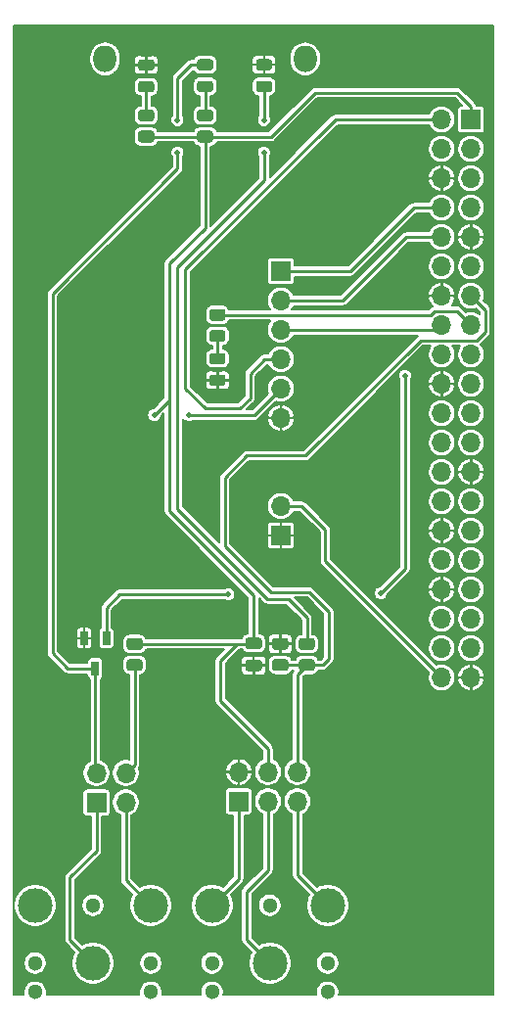
<source format=gtl>
G04 #@! TF.GenerationSoftware,KiCad,Pcbnew,(5.1.7)-1*
G04 #@! TF.CreationDate,2020-10-01T12:01:24-04:00*
G04 #@! TF.ProjectId,raspberry-pi-ir-hat,72617370-6265-4727-9279-2d70692d6972,rev?*
G04 #@! TF.SameCoordinates,Original*
G04 #@! TF.FileFunction,Copper,L1,Top*
G04 #@! TF.FilePolarity,Positive*
%FSLAX46Y46*%
G04 Gerber Fmt 4.6, Leading zero omitted, Abs format (unit mm)*
G04 Created by KiCad (PCBNEW (5.1.7)-1) date 2020-10-01 12:01:24*
%MOMM*%
%LPD*%
G01*
G04 APERTURE LIST*
G04 #@! TA.AperFunction,ComponentPad*
%ADD10O,1.700000X1.700000*%
G04 #@! TD*
G04 #@! TA.AperFunction,ComponentPad*
%ADD11R,1.700000X1.700000*%
G04 #@! TD*
G04 #@! TA.AperFunction,ComponentPad*
%ADD12O,2.000000X2.300000*%
G04 #@! TD*
G04 #@! TA.AperFunction,ComponentPad*
%ADD13C,1.300000*%
G04 #@! TD*
G04 #@! TA.AperFunction,ComponentPad*
%ADD14C,3.000000*%
G04 #@! TD*
G04 #@! TA.AperFunction,SMDPad,CuDef*
%ADD15R,0.650000X1.220000*%
G04 #@! TD*
G04 #@! TA.AperFunction,ViaPad*
%ADD16C,0.508000*%
G04 #@! TD*
G04 #@! TA.AperFunction,Conductor*
%ADD17C,0.254000*%
G04 #@! TD*
G04 #@! TA.AperFunction,Conductor*
%ADD18C,0.203200*%
G04 #@! TD*
G04 #@! TA.AperFunction,Conductor*
%ADD19C,0.100000*%
G04 #@! TD*
G04 APERTURE END LIST*
D10*
G04 #@! TO.P,J7,40*
G04 #@! TO.N,/RW*
X143660000Y-133000000D03*
G04 #@! TO.P,J7,39*
G04 #@! TO.N,GND*
X146200000Y-133000000D03*
G04 #@! TO.P,J7,38*
G04 #@! TO.N,Net-(J7-Pad38)*
X143660000Y-130460000D03*
G04 #@! TO.P,J7,37*
G04 #@! TO.N,Net-(J7-Pad37)*
X146200000Y-130460000D03*
G04 #@! TO.P,J7,36*
G04 #@! TO.N,Net-(J7-Pad36)*
X143660000Y-127920000D03*
G04 #@! TO.P,J7,35*
G04 #@! TO.N,Net-(J7-Pad35)*
X146200000Y-127920000D03*
G04 #@! TO.P,J7,34*
G04 #@! TO.N,GND*
X143660000Y-125380000D03*
G04 #@! TO.P,J7,33*
G04 #@! TO.N,Net-(J7-Pad33)*
X146200000Y-125380000D03*
G04 #@! TO.P,J7,32*
G04 #@! TO.N,Net-(J7-Pad32)*
X143660000Y-122840000D03*
G04 #@! TO.P,J7,31*
G04 #@! TO.N,Net-(J7-Pad31)*
X146200000Y-122840000D03*
G04 #@! TO.P,J7,30*
G04 #@! TO.N,GND*
X143660000Y-120300000D03*
G04 #@! TO.P,J7,29*
G04 #@! TO.N,Net-(J7-Pad29)*
X146200000Y-120300000D03*
G04 #@! TO.P,J7,28*
G04 #@! TO.N,Net-(J7-Pad28)*
X143660000Y-117760000D03*
G04 #@! TO.P,J7,27*
G04 #@! TO.N,Net-(J7-Pad27)*
X146200000Y-117760000D03*
G04 #@! TO.P,J7,26*
G04 #@! TO.N,Net-(J7-Pad26)*
X143660000Y-115220000D03*
G04 #@! TO.P,J7,25*
G04 #@! TO.N,GND*
X146200000Y-115220000D03*
G04 #@! TO.P,J7,24*
G04 #@! TO.N,Net-(J7-Pad24)*
X143660000Y-112680000D03*
G04 #@! TO.P,J7,23*
G04 #@! TO.N,Net-(J7-Pad23)*
X146200000Y-112680000D03*
G04 #@! TO.P,J7,22*
G04 #@! TO.N,Net-(J7-Pad22)*
X143660000Y-110140000D03*
G04 #@! TO.P,J7,21*
G04 #@! TO.N,Net-(J7-Pad21)*
X146200000Y-110140000D03*
G04 #@! TO.P,J7,20*
G04 #@! TO.N,GND*
X143660000Y-107600000D03*
G04 #@! TO.P,J7,19*
G04 #@! TO.N,Net-(J7-Pad19)*
X146200000Y-107600000D03*
G04 #@! TO.P,J7,18*
G04 #@! TO.N,Net-(J7-Pad18)*
X143660000Y-105060000D03*
G04 #@! TO.P,J7,17*
G04 #@! TO.N,Net-(J7-Pad17)*
X146200000Y-105060000D03*
G04 #@! TO.P,J7,16*
G04 #@! TO.N,/IO3*
X143660000Y-102520000D03*
G04 #@! TO.P,J7,15*
G04 #@! TO.N,/MISC*
X146200000Y-102520000D03*
G04 #@! TO.P,J7,14*
G04 #@! TO.N,GND*
X143660000Y-99980000D03*
G04 #@! TO.P,J7,13*
G04 #@! TO.N,/RX*
X146200000Y-99980000D03*
G04 #@! TO.P,J7,12*
G04 #@! TO.N,Net-(J7-Pad12)*
X143660000Y-97440000D03*
G04 #@! TO.P,J7,11*
G04 #@! TO.N,/TX*
X146200000Y-97440000D03*
G04 #@! TO.P,J7,10*
G04 #@! TO.N,/IO2*
X143660000Y-94900000D03*
G04 #@! TO.P,J7,9*
G04 #@! TO.N,GND*
X146200000Y-94900000D03*
G04 #@! TO.P,J7,8*
G04 #@! TO.N,/IO1*
X143660000Y-92360000D03*
G04 #@! TO.P,J7,7*
G04 #@! TO.N,Net-(J7-Pad7)*
X146200000Y-92360000D03*
G04 #@! TO.P,J7,6*
G04 #@! TO.N,GND*
X143660000Y-89820000D03*
G04 #@! TO.P,J7,5*
G04 #@! TO.N,Net-(J7-Pad5)*
X146200000Y-89820000D03*
G04 #@! TO.P,J7,4*
G04 #@! TO.N,Net-(J7-Pad4)*
X143660000Y-87280000D03*
G04 #@! TO.P,J7,3*
G04 #@! TO.N,Net-(J7-Pad3)*
X146200000Y-87280000D03*
G04 #@! TO.P,J7,2*
G04 #@! TO.N,/5V*
X143660000Y-84740000D03*
D11*
G04 #@! TO.P,J7,1*
G04 #@! TO.N,VCC*
X146200000Y-84740000D03*
G04 #@! TD*
D10*
G04 #@! TO.P,J6,2*
G04 #@! TO.N,/RW*
X129760000Y-118160000D03*
D11*
G04 #@! TO.P,J6,1*
G04 #@! TO.N,GND*
X129760000Y-120700000D03*
G04 #@! TD*
D12*
G04 #@! TO.P,REF\u002A\u002A,*
G04 #@! TO.N,*
X131850000Y-79500000D03*
X114550000Y-79500000D03*
G04 #@! TD*
D13*
G04 #@! TO.P,J3,*
G04 #@! TO.N,*
X128800000Y-152700000D03*
X133800000Y-160200000D03*
X123800000Y-160200000D03*
X133800000Y-157700000D03*
X123800000Y-157700000D03*
D14*
G04 #@! TO.P,J3,1*
G04 #@! TO.N,Net-(J3-Pad1)*
X128800000Y-157700000D03*
G04 #@! TO.P,J3,2*
G04 #@! TO.N,Net-(J3-Pad2)*
X133800000Y-152700000D03*
G04 #@! TO.P,J3,3*
G04 #@! TO.N,Net-(J3-Pad3)*
X123800000Y-152700000D03*
G04 #@! TD*
G04 #@! TO.P,R5,2*
G04 #@! TO.N,Net-(D3-Pad2)*
G04 #@! TA.AperFunction,SMDPad,CuDef*
G36*
G01*
X123819999Y-102940000D02*
X124720001Y-102940000D01*
G75*
G02*
X124970000Y-103189999I0J-249999D01*
G01*
X124970000Y-103715001D01*
G75*
G02*
X124720001Y-103965000I-249999J0D01*
G01*
X123819999Y-103965000D01*
G75*
G02*
X123570000Y-103715001I0J249999D01*
G01*
X123570000Y-103189999D01*
G75*
G02*
X123819999Y-102940000I249999J0D01*
G01*
G37*
G04 #@! TD.AperFunction*
G04 #@! TO.P,R5,1*
G04 #@! TO.N,/MISC*
G04 #@! TA.AperFunction,SMDPad,CuDef*
G36*
G01*
X123819999Y-101115000D02*
X124720001Y-101115000D01*
G75*
G02*
X124970000Y-101364999I0J-249999D01*
G01*
X124970000Y-101890001D01*
G75*
G02*
X124720001Y-102140000I-249999J0D01*
G01*
X123819999Y-102140000D01*
G75*
G02*
X123570000Y-101890001I0J249999D01*
G01*
X123570000Y-101364999D01*
G75*
G02*
X123819999Y-101115000I249999J0D01*
G01*
G37*
G04 #@! TD.AperFunction*
G04 #@! TD*
G04 #@! TO.P,R4,2*
G04 #@! TO.N,Net-(D2-Pad2)*
G04 #@! TA.AperFunction,SMDPad,CuDef*
G36*
G01*
X132450001Y-130600000D02*
X131549999Y-130600000D01*
G75*
G02*
X131300000Y-130350001I0J249999D01*
G01*
X131300000Y-129824999D01*
G75*
G02*
X131549999Y-129575000I249999J0D01*
G01*
X132450001Y-129575000D01*
G75*
G02*
X132700000Y-129824999I0J-249999D01*
G01*
X132700000Y-130350001D01*
G75*
G02*
X132450001Y-130600000I-249999J0D01*
G01*
G37*
G04 #@! TD.AperFunction*
G04 #@! TO.P,R4,1*
G04 #@! TO.N,/RX*
G04 #@! TA.AperFunction,SMDPad,CuDef*
G36*
G01*
X132450001Y-132425000D02*
X131549999Y-132425000D01*
G75*
G02*
X131300000Y-132175001I0J249999D01*
G01*
X131300000Y-131649999D01*
G75*
G02*
X131549999Y-131400000I249999J0D01*
G01*
X132450001Y-131400000D01*
G75*
G02*
X132700000Y-131649999I0J-249999D01*
G01*
X132700000Y-132175001D01*
G75*
G02*
X132450001Y-132425000I-249999J0D01*
G01*
G37*
G04 #@! TD.AperFunction*
G04 #@! TD*
G04 #@! TO.P,R3,2*
G04 #@! TO.N,Net-(D1-Pad2)*
G04 #@! TA.AperFunction,SMDPad,CuDef*
G36*
G01*
X123650001Y-84900000D02*
X122749999Y-84900000D01*
G75*
G02*
X122500000Y-84650001I0J249999D01*
G01*
X122500000Y-84124999D01*
G75*
G02*
X122749999Y-83875000I249999J0D01*
G01*
X123650001Y-83875000D01*
G75*
G02*
X123900000Y-84124999I0J-249999D01*
G01*
X123900000Y-84650001D01*
G75*
G02*
X123650001Y-84900000I-249999J0D01*
G01*
G37*
G04 #@! TD.AperFunction*
G04 #@! TO.P,R3,1*
G04 #@! TO.N,VCC*
G04 #@! TA.AperFunction,SMDPad,CuDef*
G36*
G01*
X123650001Y-86725000D02*
X122749999Y-86725000D01*
G75*
G02*
X122500000Y-86475001I0J249999D01*
G01*
X122500000Y-85949999D01*
G75*
G02*
X122749999Y-85700000I249999J0D01*
G01*
X123650001Y-85700000D01*
G75*
G02*
X123900000Y-85949999I0J-249999D01*
G01*
X123900000Y-86475001D01*
G75*
G02*
X123650001Y-86725000I-249999J0D01*
G01*
G37*
G04 #@! TD.AperFunction*
G04 #@! TD*
G04 #@! TO.P,R2,2*
G04 #@! TO.N,GND*
G04 #@! TA.AperFunction,SMDPad,CuDef*
G36*
G01*
X130146001Y-130600000D02*
X129245999Y-130600000D01*
G75*
G02*
X128996000Y-130350001I0J249999D01*
G01*
X128996000Y-129824999D01*
G75*
G02*
X129245999Y-129575000I249999J0D01*
G01*
X130146001Y-129575000D01*
G75*
G02*
X130396000Y-129824999I0J-249999D01*
G01*
X130396000Y-130350001D01*
G75*
G02*
X130146001Y-130600000I-249999J0D01*
G01*
G37*
G04 #@! TD.AperFunction*
G04 #@! TO.P,R2,1*
G04 #@! TO.N,/RX*
G04 #@! TA.AperFunction,SMDPad,CuDef*
G36*
G01*
X130146001Y-132425000D02*
X129245999Y-132425000D01*
G75*
G02*
X128996000Y-132175001I0J249999D01*
G01*
X128996000Y-131649999D01*
G75*
G02*
X129245999Y-131400000I249999J0D01*
G01*
X130146001Y-131400000D01*
G75*
G02*
X130396000Y-131649999I0J-249999D01*
G01*
X130396000Y-132175001D01*
G75*
G02*
X130146001Y-132425000I-249999J0D01*
G01*
G37*
G04 #@! TD.AperFunction*
G04 #@! TD*
G04 #@! TO.P,R1,2*
G04 #@! TO.N,VCC*
G04 #@! TA.AperFunction,SMDPad,CuDef*
G36*
G01*
X117550001Y-130600000D02*
X116649999Y-130600000D01*
G75*
G02*
X116400000Y-130350001I0J249999D01*
G01*
X116400000Y-129824999D01*
G75*
G02*
X116649999Y-129575000I249999J0D01*
G01*
X117550001Y-129575000D01*
G75*
G02*
X117800000Y-129824999I0J-249999D01*
G01*
X117800000Y-130350001D01*
G75*
G02*
X117550001Y-130600000I-249999J0D01*
G01*
G37*
G04 #@! TD.AperFunction*
G04 #@! TO.P,R1,1*
G04 #@! TO.N,Net-(J5-Pad4)*
G04 #@! TA.AperFunction,SMDPad,CuDef*
G36*
G01*
X117550001Y-132425000D02*
X116649999Y-132425000D01*
G75*
G02*
X116400000Y-132175001I0J249999D01*
G01*
X116400000Y-131649999D01*
G75*
G02*
X116649999Y-131400000I249999J0D01*
G01*
X117550001Y-131400000D01*
G75*
G02*
X117800000Y-131649999I0J-249999D01*
G01*
X117800000Y-132175001D01*
G75*
G02*
X117550001Y-132425000I-249999J0D01*
G01*
G37*
G04 #@! TD.AperFunction*
G04 #@! TD*
D13*
G04 #@! TO.P,J2,*
G04 #@! TO.N,*
X113500000Y-152700000D03*
X118500000Y-160200000D03*
X108500000Y-160200000D03*
X118500000Y-157700000D03*
X108500000Y-157700000D03*
D14*
G04 #@! TO.P,J2,1*
G04 #@! TO.N,Net-(J2-Pad1)*
X113500000Y-157700000D03*
G04 #@! TO.P,J2,2*
G04 #@! TO.N,Net-(J2-Pad2)*
X118500000Y-152700000D03*
G04 #@! TO.P,J2,3*
G04 #@! TO.N,Net-(J2-Pad3)*
X108500000Y-152700000D03*
G04 #@! TD*
G04 #@! TO.P,D3,2*
G04 #@! TO.N,Net-(D3-Pad2)*
G04 #@! TA.AperFunction,SMDPad,CuDef*
G36*
G01*
X124726250Y-105900000D02*
X123813750Y-105900000D01*
G75*
G02*
X123570000Y-105656250I0J243750D01*
G01*
X123570000Y-105168750D01*
G75*
G02*
X123813750Y-104925000I243750J0D01*
G01*
X124726250Y-104925000D01*
G75*
G02*
X124970000Y-105168750I0J-243750D01*
G01*
X124970000Y-105656250D01*
G75*
G02*
X124726250Y-105900000I-243750J0D01*
G01*
G37*
G04 #@! TD.AperFunction*
G04 #@! TO.P,D3,1*
G04 #@! TO.N,GND*
G04 #@! TA.AperFunction,SMDPad,CuDef*
G36*
G01*
X124726250Y-107775000D02*
X123813750Y-107775000D01*
G75*
G02*
X123570000Y-107531250I0J243750D01*
G01*
X123570000Y-107043750D01*
G75*
G02*
X123813750Y-106800000I243750J0D01*
G01*
X124726250Y-106800000D01*
G75*
G02*
X124970000Y-107043750I0J-243750D01*
G01*
X124970000Y-107531250D01*
G75*
G02*
X124726250Y-107775000I-243750J0D01*
G01*
G37*
G04 #@! TD.AperFunction*
G04 #@! TD*
G04 #@! TO.P,D2,2*
G04 #@! TO.N,Net-(D2-Pad2)*
G04 #@! TA.AperFunction,SMDPad,CuDef*
G36*
G01*
X127843750Y-81387500D02*
X128756250Y-81387500D01*
G75*
G02*
X129000000Y-81631250I0J-243750D01*
G01*
X129000000Y-82118750D01*
G75*
G02*
X128756250Y-82362500I-243750J0D01*
G01*
X127843750Y-82362500D01*
G75*
G02*
X127600000Y-82118750I0J243750D01*
G01*
X127600000Y-81631250D01*
G75*
G02*
X127843750Y-81387500I243750J0D01*
G01*
G37*
G04 #@! TD.AperFunction*
G04 #@! TO.P,D2,1*
G04 #@! TO.N,GND*
G04 #@! TA.AperFunction,SMDPad,CuDef*
G36*
G01*
X127843750Y-79512500D02*
X128756250Y-79512500D01*
G75*
G02*
X129000000Y-79756250I0J-243750D01*
G01*
X129000000Y-80243750D01*
G75*
G02*
X128756250Y-80487500I-243750J0D01*
G01*
X127843750Y-80487500D01*
G75*
G02*
X127600000Y-80243750I0J243750D01*
G01*
X127600000Y-79756250D01*
G75*
G02*
X127843750Y-79512500I243750J0D01*
G01*
G37*
G04 #@! TD.AperFunction*
G04 #@! TD*
G04 #@! TO.P,D1,2*
G04 #@! TO.N,Net-(D1-Pad2)*
G04 #@! TA.AperFunction,SMDPad,CuDef*
G36*
G01*
X122743750Y-81387500D02*
X123656250Y-81387500D01*
G75*
G02*
X123900000Y-81631250I0J-243750D01*
G01*
X123900000Y-82118750D01*
G75*
G02*
X123656250Y-82362500I-243750J0D01*
G01*
X122743750Y-82362500D01*
G75*
G02*
X122500000Y-82118750I0J243750D01*
G01*
X122500000Y-81631250D01*
G75*
G02*
X122743750Y-81387500I243750J0D01*
G01*
G37*
G04 #@! TD.AperFunction*
G04 #@! TO.P,D1,1*
G04 #@! TO.N,Net-(D1-Pad1)*
G04 #@! TA.AperFunction,SMDPad,CuDef*
G36*
G01*
X122743750Y-79512500D02*
X123656250Y-79512500D01*
G75*
G02*
X123900000Y-79756250I0J-243750D01*
G01*
X123900000Y-80243750D01*
G75*
G02*
X123656250Y-80487500I-243750J0D01*
G01*
X122743750Y-80487500D01*
G75*
G02*
X122500000Y-80243750I0J243750D01*
G01*
X122500000Y-79756250D01*
G75*
G02*
X122743750Y-79512500I243750J0D01*
G01*
G37*
G04 #@! TD.AperFunction*
G04 #@! TD*
G04 #@! TO.P,C1,2*
G04 #@! TO.N,GND*
G04 #@! TA.AperFunction,SMDPad,CuDef*
G36*
G01*
X126925000Y-131450000D02*
X127875000Y-131450000D01*
G75*
G02*
X128125000Y-131700000I0J-250000D01*
G01*
X128125000Y-132200000D01*
G75*
G02*
X127875000Y-132450000I-250000J0D01*
G01*
X126925000Y-132450000D01*
G75*
G02*
X126675000Y-132200000I0J250000D01*
G01*
X126675000Y-131700000D01*
G75*
G02*
X126925000Y-131450000I250000J0D01*
G01*
G37*
G04 #@! TD.AperFunction*
G04 #@! TO.P,C1,1*
G04 #@! TO.N,VCC*
G04 #@! TA.AperFunction,SMDPad,CuDef*
G36*
G01*
X126925000Y-129550000D02*
X127875000Y-129550000D01*
G75*
G02*
X128125000Y-129800000I0J-250000D01*
G01*
X128125000Y-130300000D01*
G75*
G02*
X127875000Y-130550000I-250000J0D01*
G01*
X126925000Y-130550000D01*
G75*
G02*
X126675000Y-130300000I0J250000D01*
G01*
X126675000Y-129800000D01*
G75*
G02*
X126925000Y-129550000I250000J0D01*
G01*
G37*
G04 #@! TD.AperFunction*
G04 #@! TD*
G04 #@! TO.P,D4,2*
G04 #@! TO.N,Net-(D4-Pad2)*
G04 #@! TA.AperFunction,SMDPad,CuDef*
G36*
G01*
X117643750Y-81412500D02*
X118556250Y-81412500D01*
G75*
G02*
X118800000Y-81656250I0J-243750D01*
G01*
X118800000Y-82143750D01*
G75*
G02*
X118556250Y-82387500I-243750J0D01*
G01*
X117643750Y-82387500D01*
G75*
G02*
X117400000Y-82143750I0J243750D01*
G01*
X117400000Y-81656250D01*
G75*
G02*
X117643750Y-81412500I243750J0D01*
G01*
G37*
G04 #@! TD.AperFunction*
G04 #@! TO.P,D4,1*
G04 #@! TO.N,GND*
G04 #@! TA.AperFunction,SMDPad,CuDef*
G36*
G01*
X117643750Y-79537500D02*
X118556250Y-79537500D01*
G75*
G02*
X118800000Y-79781250I0J-243750D01*
G01*
X118800000Y-80268750D01*
G75*
G02*
X118556250Y-80512500I-243750J0D01*
G01*
X117643750Y-80512500D01*
G75*
G02*
X117400000Y-80268750I0J243750D01*
G01*
X117400000Y-79781250D01*
G75*
G02*
X117643750Y-79537500I243750J0D01*
G01*
G37*
G04 #@! TD.AperFunction*
G04 #@! TD*
G04 #@! TO.P,R6,2*
G04 #@! TO.N,Net-(D4-Pad2)*
G04 #@! TA.AperFunction,SMDPad,CuDef*
G36*
G01*
X118550001Y-84900000D02*
X117649999Y-84900000D01*
G75*
G02*
X117400000Y-84650001I0J249999D01*
G01*
X117400000Y-84124999D01*
G75*
G02*
X117649999Y-83875000I249999J0D01*
G01*
X118550001Y-83875000D01*
G75*
G02*
X118800000Y-84124999I0J-249999D01*
G01*
X118800000Y-84650001D01*
G75*
G02*
X118550001Y-84900000I-249999J0D01*
G01*
G37*
G04 #@! TD.AperFunction*
G04 #@! TO.P,R6,1*
G04 #@! TO.N,VCC*
G04 #@! TA.AperFunction,SMDPad,CuDef*
G36*
G01*
X118550001Y-86725000D02*
X117649999Y-86725000D01*
G75*
G02*
X117400000Y-86475001I0J249999D01*
G01*
X117400000Y-85949999D01*
G75*
G02*
X117649999Y-85700000I249999J0D01*
G01*
X118550001Y-85700000D01*
G75*
G02*
X118800000Y-85949999I0J-249999D01*
G01*
X118800000Y-86475001D01*
G75*
G02*
X118550001Y-86725000I-249999J0D01*
G01*
G37*
G04 #@! TD.AperFunction*
G04 #@! TD*
D15*
G04 #@! TO.P,Q1,3*
G04 #@! TO.N,Net-(D1-Pad1)*
X113700000Y-132210000D03*
G04 #@! TO.P,Q1,2*
G04 #@! TO.N,GND*
X112750000Y-129590000D03*
G04 #@! TO.P,Q1,1*
G04 #@! TO.N,/TX*
X114650000Y-129590000D03*
G04 #@! TD*
D10*
G04 #@! TO.P,J1,6*
G04 #@! TO.N,GND*
X129760000Y-110540000D03*
G04 #@! TO.P,J1,5*
G04 #@! TO.N,VCC*
X129760000Y-108000000D03*
G04 #@! TO.P,J1,4*
G04 #@! TO.N,/5V*
X129760000Y-105460000D03*
G04 #@! TO.P,J1,3*
G04 #@! TO.N,/IO3*
X129760000Y-102920000D03*
G04 #@! TO.P,J1,2*
G04 #@! TO.N,/IO2*
X129760000Y-100380000D03*
D11*
G04 #@! TO.P,J1,1*
G04 #@! TO.N,/IO1*
X129760000Y-97840000D03*
G04 #@! TD*
D10*
G04 #@! TO.P,J4,6*
G04 #@! TO.N,/RX*
X131180000Y-141160000D03*
G04 #@! TO.P,J4,5*
G04 #@! TO.N,Net-(J3-Pad2)*
X131180000Y-143700000D03*
G04 #@! TO.P,J4,4*
G04 #@! TO.N,VCC*
X128640000Y-141160000D03*
G04 #@! TO.P,J4,3*
G04 #@! TO.N,Net-(J3-Pad1)*
X128640000Y-143700000D03*
G04 #@! TO.P,J4,2*
G04 #@! TO.N,GND*
X126100000Y-141160000D03*
D11*
G04 #@! TO.P,J4,1*
G04 #@! TO.N,Net-(J3-Pad3)*
X126100000Y-143700000D03*
G04 #@! TD*
D10*
G04 #@! TO.P,J5,4*
G04 #@! TO.N,Net-(J5-Pad4)*
X116340000Y-141260000D03*
G04 #@! TO.P,J5,3*
G04 #@! TO.N,Net-(J2-Pad2)*
X116340000Y-143800000D03*
G04 #@! TO.P,J5,2*
G04 #@! TO.N,Net-(D1-Pad1)*
X113800000Y-141260000D03*
D11*
G04 #@! TO.P,J5,1*
G04 #@! TO.N,Net-(J2-Pad1)*
X113800000Y-143800000D03*
G04 #@! TD*
D16*
G04 #@! TO.N,GND*
X127400000Y-133800000D03*
X124300000Y-108700000D03*
X144100000Y-157100000D03*
X136200000Y-129100000D03*
X138500000Y-109600000D03*
X112100000Y-126400000D03*
X120300000Y-93100000D03*
X111100000Y-80500000D03*
X114900000Y-91000000D03*
X108900000Y-146000000D03*
X136800000Y-88800000D03*
X131900000Y-93100000D03*
X135500000Y-79700000D03*
X140600000Y-79800000D03*
X121200000Y-149400000D03*
X121600000Y-133200000D03*
G04 #@! TO.N,VCC*
X121800000Y-110300000D03*
X118800000Y-110300000D03*
G04 #@! TO.N,Net-(D2-Pad2)*
X128300000Y-84800000D03*
X128300000Y-87600000D03*
G04 #@! TO.N,/TX*
X140500000Y-106900000D03*
X138400000Y-125700000D03*
X125200000Y-125800000D03*
G04 #@! TO.N,Net-(D1-Pad1)*
X120800000Y-84800000D03*
X120800000Y-87600000D03*
G04 #@! TD*
D17*
G04 #@! TO.N,GND*
X127400000Y-131950000D02*
X127400000Y-133800000D01*
X124270000Y-108670000D02*
X124300000Y-108700000D01*
X124270000Y-107287500D02*
X124270000Y-108670000D01*
G04 #@! TO.N,VCC*
X123200000Y-86212500D02*
X118100000Y-86212500D01*
X146200000Y-84740000D02*
X146200000Y-83600000D01*
X146200000Y-83600000D02*
X145000000Y-82400000D01*
X145000000Y-82400000D02*
X132700000Y-82400000D01*
X128887500Y-86212500D02*
X123200000Y-86212500D01*
X132700000Y-82400000D02*
X128887500Y-86212500D01*
X127362500Y-130087500D02*
X127400000Y-130050000D01*
X128640000Y-141160000D02*
X128640000Y-139140000D01*
X128640000Y-139140000D02*
X124500000Y-135000000D01*
X124500000Y-131575000D02*
X125987500Y-130087500D01*
X124500000Y-135000000D02*
X124500000Y-131575000D01*
X125987500Y-130087500D02*
X127362500Y-130087500D01*
X117100000Y-130087500D02*
X125987500Y-130087500D01*
X123200000Y-94100000D02*
X123200000Y-86212500D01*
X120100000Y-97200000D02*
X123200000Y-94100000D01*
X127400000Y-125900000D02*
X120100000Y-118600000D01*
X127400000Y-130050000D02*
X127400000Y-125900000D01*
X127460000Y-110300000D02*
X121800000Y-110300000D01*
X129760000Y-108000000D02*
X127460000Y-110300000D01*
X120100000Y-109000000D02*
X120100000Y-108700000D01*
X118800000Y-110300000D02*
X120100000Y-109000000D01*
X120100000Y-108700000D02*
X120100000Y-97200000D01*
X120100000Y-118600000D02*
X120100000Y-108700000D01*
G04 #@! TO.N,Net-(D1-Pad2)*
X123200000Y-84387500D02*
X123200000Y-81875000D01*
G04 #@! TO.N,Net-(D2-Pad2)*
X128300000Y-81875000D02*
X128300000Y-84800000D01*
X128300000Y-87600000D02*
X128300000Y-90000000D01*
X128300000Y-90000000D02*
X120800000Y-97500000D01*
X120800000Y-97500000D02*
X120800000Y-118400000D01*
X120800000Y-118400000D02*
X128600000Y-126200000D01*
X128600000Y-126200000D02*
X130400000Y-126200000D01*
X132000000Y-127800000D02*
X132000000Y-130087500D01*
X130400000Y-126200000D02*
X132000000Y-127800000D01*
G04 #@! TO.N,Net-(D3-Pad2)*
X124270000Y-105412500D02*
X124270000Y-103452500D01*
G04 #@! TO.N,/IO3*
X143260000Y-102920000D02*
X143660000Y-102520000D01*
X129760000Y-102920000D02*
X143260000Y-102920000D01*
G04 #@! TO.N,/IO2*
X129760000Y-100380000D02*
X135120000Y-100380000D01*
X140600000Y-94900000D02*
X143660000Y-94900000D01*
X135120000Y-100380000D02*
X140600000Y-94900000D01*
G04 #@! TO.N,/IO1*
X129760000Y-97840000D02*
X135760000Y-97840000D01*
X141240000Y-92360000D02*
X143660000Y-92360000D01*
X135760000Y-97840000D02*
X141240000Y-92360000D01*
G04 #@! TO.N,Net-(J2-Pad1)*
X113800000Y-143800000D02*
X113800000Y-148000000D01*
X113800000Y-148000000D02*
X111500000Y-150300000D01*
X111500000Y-155700000D02*
X113500000Y-157700000D01*
X111500000Y-150300000D02*
X111500000Y-155700000D01*
G04 #@! TO.N,Net-(J2-Pad2)*
X116340000Y-150540000D02*
X118500000Y-152700000D01*
X116340000Y-143800000D02*
X116340000Y-150540000D01*
G04 #@! TO.N,Net-(J3-Pad1)*
X128640000Y-143700000D02*
X128640000Y-149660000D01*
X128640000Y-149660000D02*
X126800000Y-151500000D01*
X126800000Y-155700000D02*
X128800000Y-157700000D01*
X126800000Y-151500000D02*
X126800000Y-155700000D01*
G04 #@! TO.N,Net-(J3-Pad2)*
X131180000Y-150080000D02*
X133800000Y-152700000D01*
X131180000Y-143700000D02*
X131180000Y-150080000D01*
G04 #@! TO.N,Net-(J3-Pad3)*
X126100000Y-150400000D02*
X123800000Y-152700000D01*
X126100000Y-143700000D02*
X126100000Y-150400000D01*
G04 #@! TO.N,/RX*
X129696000Y-131912500D02*
X132000000Y-131912500D01*
X131180000Y-132732500D02*
X132000000Y-131912500D01*
X131180000Y-141160000D02*
X131180000Y-132732500D01*
X146712883Y-103828999D02*
X141871001Y-103828999D01*
X147431001Y-103110881D02*
X146712883Y-103828999D01*
X147431001Y-101211001D02*
X147431001Y-103110881D01*
X146200000Y-99980000D02*
X147431001Y-101211001D01*
X141871001Y-103828999D02*
X131900000Y-113800000D01*
X131900000Y-113800000D02*
X126800000Y-113800000D01*
X126800000Y-113800000D02*
X124900000Y-115700000D01*
X124900000Y-115700000D02*
X124900000Y-121600000D01*
X124900000Y-121600000D02*
X128900000Y-125600000D01*
X128900000Y-125600000D02*
X132200000Y-125600000D01*
X132200000Y-125600000D02*
X133900000Y-127300000D01*
X133900000Y-127300000D02*
X133900000Y-131400000D01*
X133387500Y-131912500D02*
X132000000Y-131912500D01*
X133900000Y-131400000D02*
X133387500Y-131912500D01*
G04 #@! TO.N,/RW*
X143660000Y-133000000D02*
X133600000Y-122940000D01*
X133600000Y-122940000D02*
X133600000Y-120200000D01*
X131560000Y-118160000D02*
X129760000Y-118160000D01*
X133600000Y-120200000D02*
X131560000Y-118160000D01*
G04 #@! TO.N,/MISC*
X143069119Y-101288999D02*
X144968999Y-101288999D01*
X142730618Y-101627500D02*
X143069119Y-101288999D01*
X144968999Y-101288999D02*
X146200000Y-102520000D01*
X124270000Y-101627500D02*
X142730618Y-101627500D01*
G04 #@! TO.N,/TX*
X140500000Y-123600000D02*
X138400000Y-125700000D01*
X140500000Y-106900000D02*
X140500000Y-123600000D01*
X114650000Y-126950000D02*
X114650000Y-129590000D01*
X115800000Y-125800000D02*
X114650000Y-126950000D01*
X125200000Y-125800000D02*
X115800000Y-125800000D01*
G04 #@! TO.N,/5V*
X128340000Y-105460000D02*
X129760000Y-105460000D01*
X127100000Y-106700000D02*
X128340000Y-105460000D01*
X127100000Y-108838118D02*
X127100000Y-106700000D01*
X126238118Y-109700000D02*
X127100000Y-108838118D01*
X123200000Y-109700000D02*
X126238118Y-109700000D01*
X121500000Y-108000000D02*
X123200000Y-109700000D01*
X121500000Y-97700000D02*
X121500000Y-108000000D01*
X134460000Y-84740000D02*
X121500000Y-97700000D01*
X143660000Y-84740000D02*
X134460000Y-84740000D01*
G04 #@! TO.N,Net-(D1-Pad1)*
X123200000Y-80000000D02*
X122000000Y-80000000D01*
X120800000Y-81200000D02*
X120800000Y-84800000D01*
X122000000Y-80000000D02*
X120800000Y-81200000D01*
X120800000Y-87600000D02*
X120800000Y-89000000D01*
X120800000Y-89000000D02*
X110000000Y-99800000D01*
X110000000Y-99800000D02*
X110000000Y-130900000D01*
X111310000Y-132210000D02*
X113700000Y-132210000D01*
X110000000Y-130900000D02*
X111310000Y-132210000D01*
X113700000Y-141160000D02*
X113800000Y-141260000D01*
X113700000Y-132210000D02*
X113700000Y-141160000D01*
G04 #@! TO.N,Net-(D4-Pad2)*
X118100000Y-84387500D02*
X118100000Y-81900000D01*
G04 #@! TO.N,Net-(J5-Pad4)*
X117100000Y-140500000D02*
X116340000Y-141260000D01*
X117100000Y-131912500D02*
X117100000Y-140500000D01*
G04 #@! TD*
D18*
G04 #@! TO.N,GND*
X148098400Y-160398400D02*
X134785837Y-160398400D01*
X134805600Y-160299043D01*
X134805600Y-160100957D01*
X134766956Y-159906677D01*
X134691151Y-159723670D01*
X134581101Y-159558967D01*
X134441033Y-159418899D01*
X134276330Y-159308849D01*
X134093323Y-159233044D01*
X133899043Y-159194400D01*
X133700957Y-159194400D01*
X133506677Y-159233044D01*
X133323670Y-159308849D01*
X133158967Y-159418899D01*
X133018899Y-159558967D01*
X132908849Y-159723670D01*
X132833044Y-159906677D01*
X132794400Y-160100957D01*
X132794400Y-160299043D01*
X132814163Y-160398400D01*
X124785837Y-160398400D01*
X124805600Y-160299043D01*
X124805600Y-160100957D01*
X124766956Y-159906677D01*
X124691151Y-159723670D01*
X124581101Y-159558967D01*
X124441033Y-159418899D01*
X124276330Y-159308849D01*
X124093323Y-159233044D01*
X123899043Y-159194400D01*
X123700957Y-159194400D01*
X123506677Y-159233044D01*
X123323670Y-159308849D01*
X123158967Y-159418899D01*
X123018899Y-159558967D01*
X122908849Y-159723670D01*
X122833044Y-159906677D01*
X122794400Y-160100957D01*
X122794400Y-160299043D01*
X122814163Y-160398400D01*
X119485837Y-160398400D01*
X119505600Y-160299043D01*
X119505600Y-160100957D01*
X119466956Y-159906677D01*
X119391151Y-159723670D01*
X119281101Y-159558967D01*
X119141033Y-159418899D01*
X118976330Y-159308849D01*
X118793323Y-159233044D01*
X118599043Y-159194400D01*
X118400957Y-159194400D01*
X118206677Y-159233044D01*
X118023670Y-159308849D01*
X117858967Y-159418899D01*
X117718899Y-159558967D01*
X117608849Y-159723670D01*
X117533044Y-159906677D01*
X117494400Y-160100957D01*
X117494400Y-160299043D01*
X117514163Y-160398400D01*
X109485837Y-160398400D01*
X109505600Y-160299043D01*
X109505600Y-160100957D01*
X109466956Y-159906677D01*
X109391151Y-159723670D01*
X109281101Y-159558967D01*
X109141033Y-159418899D01*
X108976330Y-159308849D01*
X108793323Y-159233044D01*
X108599043Y-159194400D01*
X108400957Y-159194400D01*
X108206677Y-159233044D01*
X108023670Y-159308849D01*
X107858967Y-159418899D01*
X107718899Y-159558967D01*
X107608849Y-159723670D01*
X107533044Y-159906677D01*
X107494400Y-160100957D01*
X107494400Y-160299043D01*
X107514163Y-160398400D01*
X106601600Y-160398400D01*
X106601600Y-157600957D01*
X107494400Y-157600957D01*
X107494400Y-157799043D01*
X107533044Y-157993323D01*
X107608849Y-158176330D01*
X107718899Y-158341033D01*
X107858967Y-158481101D01*
X108023670Y-158591151D01*
X108206677Y-158666956D01*
X108400957Y-158705600D01*
X108599043Y-158705600D01*
X108793323Y-158666956D01*
X108976330Y-158591151D01*
X109141033Y-158481101D01*
X109281101Y-158341033D01*
X109391151Y-158176330D01*
X109466956Y-157993323D01*
X109505600Y-157799043D01*
X109505600Y-157600957D01*
X109466956Y-157406677D01*
X109391151Y-157223670D01*
X109281101Y-157058967D01*
X109141033Y-156918899D01*
X108976330Y-156808849D01*
X108793323Y-156733044D01*
X108599043Y-156694400D01*
X108400957Y-156694400D01*
X108206677Y-156733044D01*
X108023670Y-156808849D01*
X107858967Y-156918899D01*
X107718899Y-157058967D01*
X107608849Y-157223670D01*
X107533044Y-157406677D01*
X107494400Y-157600957D01*
X106601600Y-157600957D01*
X106601600Y-152517239D01*
X106644400Y-152517239D01*
X106644400Y-152882761D01*
X106715710Y-153241258D01*
X106855589Y-153578956D01*
X107058662Y-153882876D01*
X107317124Y-154141338D01*
X107621044Y-154344411D01*
X107958742Y-154484290D01*
X108317239Y-154555600D01*
X108682761Y-154555600D01*
X109041258Y-154484290D01*
X109378956Y-154344411D01*
X109682876Y-154141338D01*
X109941338Y-153882876D01*
X110144411Y-153578956D01*
X110284290Y-153241258D01*
X110355600Y-152882761D01*
X110355600Y-152517239D01*
X110284290Y-152158742D01*
X110144411Y-151821044D01*
X109941338Y-151517124D01*
X109682876Y-151258662D01*
X109378956Y-151055589D01*
X109041258Y-150915710D01*
X108682761Y-150844400D01*
X108317239Y-150844400D01*
X107958742Y-150915710D01*
X107621044Y-151055589D01*
X107317124Y-151258662D01*
X107058662Y-151517124D01*
X106855589Y-151821044D01*
X106715710Y-152158742D01*
X106644400Y-152517239D01*
X106601600Y-152517239D01*
X106601600Y-150300000D01*
X111015065Y-150300000D01*
X111017400Y-150323705D01*
X111017401Y-155676285D01*
X111015065Y-155700000D01*
X111024384Y-155794606D01*
X111051978Y-155885576D01*
X111096792Y-155969415D01*
X111157100Y-156042901D01*
X111175513Y-156058012D01*
X111888816Y-156771316D01*
X111855589Y-156821044D01*
X111715710Y-157158742D01*
X111644400Y-157517239D01*
X111644400Y-157882761D01*
X111715710Y-158241258D01*
X111855589Y-158578956D01*
X112058662Y-158882876D01*
X112317124Y-159141338D01*
X112621044Y-159344411D01*
X112958742Y-159484290D01*
X113317239Y-159555600D01*
X113682761Y-159555600D01*
X114041258Y-159484290D01*
X114378956Y-159344411D01*
X114682876Y-159141338D01*
X114941338Y-158882876D01*
X115144411Y-158578956D01*
X115284290Y-158241258D01*
X115355600Y-157882761D01*
X115355600Y-157600957D01*
X117494400Y-157600957D01*
X117494400Y-157799043D01*
X117533044Y-157993323D01*
X117608849Y-158176330D01*
X117718899Y-158341033D01*
X117858967Y-158481101D01*
X118023670Y-158591151D01*
X118206677Y-158666956D01*
X118400957Y-158705600D01*
X118599043Y-158705600D01*
X118793323Y-158666956D01*
X118976330Y-158591151D01*
X119141033Y-158481101D01*
X119281101Y-158341033D01*
X119391151Y-158176330D01*
X119466956Y-157993323D01*
X119505600Y-157799043D01*
X119505600Y-157600957D01*
X122794400Y-157600957D01*
X122794400Y-157799043D01*
X122833044Y-157993323D01*
X122908849Y-158176330D01*
X123018899Y-158341033D01*
X123158967Y-158481101D01*
X123323670Y-158591151D01*
X123506677Y-158666956D01*
X123700957Y-158705600D01*
X123899043Y-158705600D01*
X124093323Y-158666956D01*
X124276330Y-158591151D01*
X124441033Y-158481101D01*
X124581101Y-158341033D01*
X124691151Y-158176330D01*
X124766956Y-157993323D01*
X124805600Y-157799043D01*
X124805600Y-157600957D01*
X124766956Y-157406677D01*
X124691151Y-157223670D01*
X124581101Y-157058967D01*
X124441033Y-156918899D01*
X124276330Y-156808849D01*
X124093323Y-156733044D01*
X123899043Y-156694400D01*
X123700957Y-156694400D01*
X123506677Y-156733044D01*
X123323670Y-156808849D01*
X123158967Y-156918899D01*
X123018899Y-157058967D01*
X122908849Y-157223670D01*
X122833044Y-157406677D01*
X122794400Y-157600957D01*
X119505600Y-157600957D01*
X119466956Y-157406677D01*
X119391151Y-157223670D01*
X119281101Y-157058967D01*
X119141033Y-156918899D01*
X118976330Y-156808849D01*
X118793323Y-156733044D01*
X118599043Y-156694400D01*
X118400957Y-156694400D01*
X118206677Y-156733044D01*
X118023670Y-156808849D01*
X117858967Y-156918899D01*
X117718899Y-157058967D01*
X117608849Y-157223670D01*
X117533044Y-157406677D01*
X117494400Y-157600957D01*
X115355600Y-157600957D01*
X115355600Y-157517239D01*
X115284290Y-157158742D01*
X115144411Y-156821044D01*
X114941338Y-156517124D01*
X114682876Y-156258662D01*
X114378956Y-156055589D01*
X114041258Y-155915710D01*
X113682761Y-155844400D01*
X113317239Y-155844400D01*
X112958742Y-155915710D01*
X112621044Y-156055589D01*
X112571316Y-156088816D01*
X111982600Y-155500101D01*
X111982600Y-152600957D01*
X112494400Y-152600957D01*
X112494400Y-152799043D01*
X112533044Y-152993323D01*
X112608849Y-153176330D01*
X112718899Y-153341033D01*
X112858967Y-153481101D01*
X113023670Y-153591151D01*
X113206677Y-153666956D01*
X113400957Y-153705600D01*
X113599043Y-153705600D01*
X113793323Y-153666956D01*
X113976330Y-153591151D01*
X114141033Y-153481101D01*
X114281101Y-153341033D01*
X114391151Y-153176330D01*
X114466956Y-152993323D01*
X114505600Y-152799043D01*
X114505600Y-152600957D01*
X114466956Y-152406677D01*
X114391151Y-152223670D01*
X114281101Y-152058967D01*
X114141033Y-151918899D01*
X113976330Y-151808849D01*
X113793323Y-151733044D01*
X113599043Y-151694400D01*
X113400957Y-151694400D01*
X113206677Y-151733044D01*
X113023670Y-151808849D01*
X112858967Y-151918899D01*
X112718899Y-152058967D01*
X112608849Y-152223670D01*
X112533044Y-152406677D01*
X112494400Y-152600957D01*
X111982600Y-152600957D01*
X111982600Y-150499899D01*
X114124482Y-148358017D01*
X114142901Y-148342901D01*
X114203209Y-148269415D01*
X114248022Y-148185577D01*
X114275617Y-148094606D01*
X114282600Y-148023707D01*
X114282600Y-148023706D01*
X114284935Y-148000001D01*
X114282600Y-147976296D01*
X114282600Y-145007320D01*
X114650000Y-145007320D01*
X114719710Y-145000454D01*
X114786740Y-144980121D01*
X114848516Y-144947101D01*
X114902663Y-144902663D01*
X114947101Y-144848516D01*
X114980121Y-144786740D01*
X115000454Y-144719710D01*
X115007320Y-144650000D01*
X115007320Y-143681259D01*
X115134400Y-143681259D01*
X115134400Y-143918741D01*
X115180731Y-144151660D01*
X115271611Y-144371066D01*
X115403550Y-144568525D01*
X115571475Y-144736450D01*
X115768934Y-144868389D01*
X115857400Y-144905033D01*
X115857401Y-150516285D01*
X115855065Y-150540000D01*
X115864384Y-150634606D01*
X115891978Y-150725576D01*
X115891979Y-150725577D01*
X115936792Y-150809415D01*
X115997100Y-150882901D01*
X116015513Y-150898012D01*
X116888817Y-151771316D01*
X116855589Y-151821044D01*
X116715710Y-152158742D01*
X116644400Y-152517239D01*
X116644400Y-152882761D01*
X116715710Y-153241258D01*
X116855589Y-153578956D01*
X117058662Y-153882876D01*
X117317124Y-154141338D01*
X117621044Y-154344411D01*
X117958742Y-154484290D01*
X118317239Y-154555600D01*
X118682761Y-154555600D01*
X119041258Y-154484290D01*
X119378956Y-154344411D01*
X119682876Y-154141338D01*
X119941338Y-153882876D01*
X120144411Y-153578956D01*
X120284290Y-153241258D01*
X120355600Y-152882761D01*
X120355600Y-152517239D01*
X121944400Y-152517239D01*
X121944400Y-152882761D01*
X122015710Y-153241258D01*
X122155589Y-153578956D01*
X122358662Y-153882876D01*
X122617124Y-154141338D01*
X122921044Y-154344411D01*
X123258742Y-154484290D01*
X123617239Y-154555600D01*
X123982761Y-154555600D01*
X124341258Y-154484290D01*
X124678956Y-154344411D01*
X124982876Y-154141338D01*
X125241338Y-153882876D01*
X125444411Y-153578956D01*
X125584290Y-153241258D01*
X125655600Y-152882761D01*
X125655600Y-152517239D01*
X125584290Y-152158742D01*
X125444411Y-151821044D01*
X125411183Y-151771316D01*
X125682499Y-151500000D01*
X126315065Y-151500000D01*
X126317400Y-151523705D01*
X126317401Y-155676285D01*
X126315065Y-155700000D01*
X126324384Y-155794606D01*
X126351978Y-155885576D01*
X126396792Y-155969415D01*
X126457100Y-156042901D01*
X126475513Y-156058012D01*
X127188816Y-156771316D01*
X127155589Y-156821044D01*
X127015710Y-157158742D01*
X126944400Y-157517239D01*
X126944400Y-157882761D01*
X127015710Y-158241258D01*
X127155589Y-158578956D01*
X127358662Y-158882876D01*
X127617124Y-159141338D01*
X127921044Y-159344411D01*
X128258742Y-159484290D01*
X128617239Y-159555600D01*
X128982761Y-159555600D01*
X129341258Y-159484290D01*
X129678956Y-159344411D01*
X129982876Y-159141338D01*
X130241338Y-158882876D01*
X130444411Y-158578956D01*
X130584290Y-158241258D01*
X130655600Y-157882761D01*
X130655600Y-157600957D01*
X132794400Y-157600957D01*
X132794400Y-157799043D01*
X132833044Y-157993323D01*
X132908849Y-158176330D01*
X133018899Y-158341033D01*
X133158967Y-158481101D01*
X133323670Y-158591151D01*
X133506677Y-158666956D01*
X133700957Y-158705600D01*
X133899043Y-158705600D01*
X134093323Y-158666956D01*
X134276330Y-158591151D01*
X134441033Y-158481101D01*
X134581101Y-158341033D01*
X134691151Y-158176330D01*
X134766956Y-157993323D01*
X134805600Y-157799043D01*
X134805600Y-157600957D01*
X134766956Y-157406677D01*
X134691151Y-157223670D01*
X134581101Y-157058967D01*
X134441033Y-156918899D01*
X134276330Y-156808849D01*
X134093323Y-156733044D01*
X133899043Y-156694400D01*
X133700957Y-156694400D01*
X133506677Y-156733044D01*
X133323670Y-156808849D01*
X133158967Y-156918899D01*
X133018899Y-157058967D01*
X132908849Y-157223670D01*
X132833044Y-157406677D01*
X132794400Y-157600957D01*
X130655600Y-157600957D01*
X130655600Y-157517239D01*
X130584290Y-157158742D01*
X130444411Y-156821044D01*
X130241338Y-156517124D01*
X129982876Y-156258662D01*
X129678956Y-156055589D01*
X129341258Y-155915710D01*
X128982761Y-155844400D01*
X128617239Y-155844400D01*
X128258742Y-155915710D01*
X127921044Y-156055589D01*
X127871316Y-156088816D01*
X127282600Y-155500101D01*
X127282600Y-152600957D01*
X127794400Y-152600957D01*
X127794400Y-152799043D01*
X127833044Y-152993323D01*
X127908849Y-153176330D01*
X128018899Y-153341033D01*
X128158967Y-153481101D01*
X128323670Y-153591151D01*
X128506677Y-153666956D01*
X128700957Y-153705600D01*
X128899043Y-153705600D01*
X129093323Y-153666956D01*
X129276330Y-153591151D01*
X129441033Y-153481101D01*
X129581101Y-153341033D01*
X129691151Y-153176330D01*
X129766956Y-152993323D01*
X129805600Y-152799043D01*
X129805600Y-152600957D01*
X129766956Y-152406677D01*
X129691151Y-152223670D01*
X129581101Y-152058967D01*
X129441033Y-151918899D01*
X129276330Y-151808849D01*
X129093323Y-151733044D01*
X128899043Y-151694400D01*
X128700957Y-151694400D01*
X128506677Y-151733044D01*
X128323670Y-151808849D01*
X128158967Y-151918899D01*
X128018899Y-152058967D01*
X127908849Y-152223670D01*
X127833044Y-152406677D01*
X127794400Y-152600957D01*
X127282600Y-152600957D01*
X127282600Y-151699899D01*
X128964488Y-150018012D01*
X128982901Y-150002901D01*
X129043209Y-149929415D01*
X129088022Y-149845577D01*
X129094451Y-149824383D01*
X129115617Y-149754607D01*
X129124935Y-149660000D01*
X129122600Y-149636293D01*
X129122600Y-144805032D01*
X129211066Y-144768389D01*
X129408525Y-144636450D01*
X129576450Y-144468525D01*
X129708389Y-144271066D01*
X129799269Y-144051660D01*
X129845600Y-143818741D01*
X129845600Y-143581259D01*
X129974400Y-143581259D01*
X129974400Y-143818741D01*
X130020731Y-144051660D01*
X130111611Y-144271066D01*
X130243550Y-144468525D01*
X130411475Y-144636450D01*
X130608934Y-144768389D01*
X130697400Y-144805033D01*
X130697401Y-150056285D01*
X130695065Y-150080000D01*
X130704384Y-150174606D01*
X130731978Y-150265576D01*
X130776792Y-150349415D01*
X130818307Y-150400001D01*
X130837100Y-150422901D01*
X130855513Y-150438012D01*
X132188816Y-151771316D01*
X132155589Y-151821044D01*
X132015710Y-152158742D01*
X131944400Y-152517239D01*
X131944400Y-152882761D01*
X132015710Y-153241258D01*
X132155589Y-153578956D01*
X132358662Y-153882876D01*
X132617124Y-154141338D01*
X132921044Y-154344411D01*
X133258742Y-154484290D01*
X133617239Y-154555600D01*
X133982761Y-154555600D01*
X134341258Y-154484290D01*
X134678956Y-154344411D01*
X134982876Y-154141338D01*
X135241338Y-153882876D01*
X135444411Y-153578956D01*
X135584290Y-153241258D01*
X135655600Y-152882761D01*
X135655600Y-152517239D01*
X135584290Y-152158742D01*
X135444411Y-151821044D01*
X135241338Y-151517124D01*
X134982876Y-151258662D01*
X134678956Y-151055589D01*
X134341258Y-150915710D01*
X133982761Y-150844400D01*
X133617239Y-150844400D01*
X133258742Y-150915710D01*
X132921044Y-151055589D01*
X132871316Y-151088816D01*
X131662600Y-149880101D01*
X131662600Y-144805032D01*
X131751066Y-144768389D01*
X131948525Y-144636450D01*
X132116450Y-144468525D01*
X132248389Y-144271066D01*
X132339269Y-144051660D01*
X132385600Y-143818741D01*
X132385600Y-143581259D01*
X132339269Y-143348340D01*
X132248389Y-143128934D01*
X132116450Y-142931475D01*
X131948525Y-142763550D01*
X131751066Y-142631611D01*
X131531660Y-142540731D01*
X131298741Y-142494400D01*
X131061259Y-142494400D01*
X130828340Y-142540731D01*
X130608934Y-142631611D01*
X130411475Y-142763550D01*
X130243550Y-142931475D01*
X130111611Y-143128934D01*
X130020731Y-143348340D01*
X129974400Y-143581259D01*
X129845600Y-143581259D01*
X129799269Y-143348340D01*
X129708389Y-143128934D01*
X129576450Y-142931475D01*
X129408525Y-142763550D01*
X129211066Y-142631611D01*
X128991660Y-142540731D01*
X128758741Y-142494400D01*
X128521259Y-142494400D01*
X128288340Y-142540731D01*
X128068934Y-142631611D01*
X127871475Y-142763550D01*
X127703550Y-142931475D01*
X127571611Y-143128934D01*
X127480731Y-143348340D01*
X127434400Y-143581259D01*
X127434400Y-143818741D01*
X127480731Y-144051660D01*
X127571611Y-144271066D01*
X127703550Y-144468525D01*
X127871475Y-144636450D01*
X128068934Y-144768389D01*
X128157400Y-144805033D01*
X128157401Y-149460099D01*
X126475518Y-151141983D01*
X126457099Y-151157099D01*
X126396791Y-151230585D01*
X126351978Y-151314424D01*
X126324383Y-151405395D01*
X126317400Y-151476293D01*
X126315065Y-151500000D01*
X125682499Y-151500000D01*
X126424482Y-150758017D01*
X126442901Y-150742901D01*
X126503209Y-150669415D01*
X126548022Y-150585577D01*
X126575617Y-150494606D01*
X126582600Y-150423707D01*
X126582600Y-150423706D01*
X126584935Y-150400001D01*
X126582600Y-150376296D01*
X126582600Y-144907320D01*
X126950000Y-144907320D01*
X127019710Y-144900454D01*
X127086740Y-144880121D01*
X127148516Y-144847101D01*
X127202663Y-144802663D01*
X127247101Y-144748516D01*
X127280121Y-144686740D01*
X127300454Y-144619710D01*
X127307320Y-144550000D01*
X127307320Y-142850000D01*
X127300454Y-142780290D01*
X127280121Y-142713260D01*
X127247101Y-142651484D01*
X127202663Y-142597337D01*
X127148516Y-142552899D01*
X127086740Y-142519879D01*
X127019710Y-142499546D01*
X126950000Y-142492680D01*
X125250000Y-142492680D01*
X125180290Y-142499546D01*
X125113260Y-142519879D01*
X125051484Y-142552899D01*
X124997337Y-142597337D01*
X124952899Y-142651484D01*
X124919879Y-142713260D01*
X124899546Y-142780290D01*
X124892680Y-142850000D01*
X124892680Y-144550000D01*
X124899546Y-144619710D01*
X124919879Y-144686740D01*
X124952899Y-144748516D01*
X124997337Y-144802663D01*
X125051484Y-144847101D01*
X125113260Y-144880121D01*
X125180290Y-144900454D01*
X125250000Y-144907320D01*
X125617400Y-144907320D01*
X125617401Y-150200100D01*
X124728684Y-151088817D01*
X124678956Y-151055589D01*
X124341258Y-150915710D01*
X123982761Y-150844400D01*
X123617239Y-150844400D01*
X123258742Y-150915710D01*
X122921044Y-151055589D01*
X122617124Y-151258662D01*
X122358662Y-151517124D01*
X122155589Y-151821044D01*
X122015710Y-152158742D01*
X121944400Y-152517239D01*
X120355600Y-152517239D01*
X120284290Y-152158742D01*
X120144411Y-151821044D01*
X119941338Y-151517124D01*
X119682876Y-151258662D01*
X119378956Y-151055589D01*
X119041258Y-150915710D01*
X118682761Y-150844400D01*
X118317239Y-150844400D01*
X117958742Y-150915710D01*
X117621044Y-151055589D01*
X117571316Y-151088817D01*
X116822600Y-150340101D01*
X116822600Y-144905032D01*
X116911066Y-144868389D01*
X117108525Y-144736450D01*
X117276450Y-144568525D01*
X117408389Y-144371066D01*
X117499269Y-144151660D01*
X117545600Y-143918741D01*
X117545600Y-143681259D01*
X117499269Y-143448340D01*
X117408389Y-143228934D01*
X117276450Y-143031475D01*
X117108525Y-142863550D01*
X116911066Y-142731611D01*
X116691660Y-142640731D01*
X116458741Y-142594400D01*
X116221259Y-142594400D01*
X115988340Y-142640731D01*
X115768934Y-142731611D01*
X115571475Y-142863550D01*
X115403550Y-143031475D01*
X115271611Y-143228934D01*
X115180731Y-143448340D01*
X115134400Y-143681259D01*
X115007320Y-143681259D01*
X115007320Y-142950000D01*
X115000454Y-142880290D01*
X114980121Y-142813260D01*
X114947101Y-142751484D01*
X114902663Y-142697337D01*
X114848516Y-142652899D01*
X114786740Y-142619879D01*
X114719710Y-142599546D01*
X114650000Y-142592680D01*
X112950000Y-142592680D01*
X112880290Y-142599546D01*
X112813260Y-142619879D01*
X112751484Y-142652899D01*
X112697337Y-142697337D01*
X112652899Y-142751484D01*
X112619879Y-142813260D01*
X112599546Y-142880290D01*
X112592680Y-142950000D01*
X112592680Y-144650000D01*
X112599546Y-144719710D01*
X112619879Y-144786740D01*
X112652899Y-144848516D01*
X112697337Y-144902663D01*
X112751484Y-144947101D01*
X112813260Y-144980121D01*
X112880290Y-145000454D01*
X112950000Y-145007320D01*
X113317400Y-145007320D01*
X113317401Y-147800100D01*
X111175518Y-149941983D01*
X111157099Y-149957099D01*
X111096791Y-150030585D01*
X111051978Y-150114424D01*
X111024383Y-150205395D01*
X111018456Y-150265576D01*
X111015065Y-150300000D01*
X106601600Y-150300000D01*
X106601600Y-99800000D01*
X109515065Y-99800000D01*
X109517400Y-99823705D01*
X109517401Y-130876285D01*
X109515065Y-130900000D01*
X109524384Y-130994606D01*
X109551978Y-131085576D01*
X109596792Y-131169415D01*
X109633730Y-131214424D01*
X109657100Y-131242901D01*
X109675513Y-131258012D01*
X110951988Y-132534488D01*
X110967099Y-132552901D01*
X111040585Y-132613209D01*
X111086767Y-132637894D01*
X111124423Y-132658022D01*
X111215393Y-132685617D01*
X111310000Y-132694935D01*
X111333707Y-132692600D01*
X113017680Y-132692600D01*
X113017680Y-132820000D01*
X113024546Y-132889710D01*
X113044879Y-132956740D01*
X113077899Y-133018516D01*
X113122337Y-133072663D01*
X113176484Y-133117101D01*
X113217400Y-133138971D01*
X113217401Y-140199317D01*
X113031475Y-140323550D01*
X112863550Y-140491475D01*
X112731611Y-140688934D01*
X112640731Y-140908340D01*
X112594400Y-141141259D01*
X112594400Y-141378741D01*
X112640731Y-141611660D01*
X112731611Y-141831066D01*
X112863550Y-142028525D01*
X113031475Y-142196450D01*
X113228934Y-142328389D01*
X113448340Y-142419269D01*
X113681259Y-142465600D01*
X113918741Y-142465600D01*
X114151660Y-142419269D01*
X114371066Y-142328389D01*
X114568525Y-142196450D01*
X114736450Y-142028525D01*
X114868389Y-141831066D01*
X114959269Y-141611660D01*
X115005600Y-141378741D01*
X115005600Y-141141259D01*
X115134400Y-141141259D01*
X115134400Y-141378741D01*
X115180731Y-141611660D01*
X115271611Y-141831066D01*
X115403550Y-142028525D01*
X115571475Y-142196450D01*
X115768934Y-142328389D01*
X115988340Y-142419269D01*
X116221259Y-142465600D01*
X116458741Y-142465600D01*
X116691660Y-142419269D01*
X116911066Y-142328389D01*
X117108525Y-142196450D01*
X117276450Y-142028525D01*
X117408389Y-141831066D01*
X117499269Y-141611660D01*
X117545600Y-141378741D01*
X117545600Y-141373643D01*
X124913479Y-141373643D01*
X124977957Y-141601017D01*
X125085555Y-141811443D01*
X125232138Y-141996834D01*
X125412072Y-142150066D01*
X125618443Y-142265250D01*
X125843320Y-142337960D01*
X125886357Y-142346519D01*
X126074600Y-142276411D01*
X126074600Y-141185400D01*
X126125400Y-141185400D01*
X126125400Y-142276411D01*
X126313643Y-142346519D01*
X126356680Y-142337960D01*
X126581557Y-142265250D01*
X126787928Y-142150066D01*
X126967862Y-141996834D01*
X127114445Y-141811443D01*
X127222043Y-141601017D01*
X127286521Y-141373643D01*
X127216434Y-141185400D01*
X126125400Y-141185400D01*
X126074600Y-141185400D01*
X124983566Y-141185400D01*
X124913479Y-141373643D01*
X117545600Y-141373643D01*
X117545600Y-141141259D01*
X117506832Y-140946357D01*
X124913479Y-140946357D01*
X124983566Y-141134600D01*
X126074600Y-141134600D01*
X126074600Y-140043589D01*
X126125400Y-140043589D01*
X126125400Y-141134600D01*
X127216434Y-141134600D01*
X127286521Y-140946357D01*
X127222043Y-140718983D01*
X127114445Y-140508557D01*
X126967862Y-140323166D01*
X126787928Y-140169934D01*
X126581557Y-140054750D01*
X126356680Y-139982040D01*
X126313643Y-139973481D01*
X126125400Y-140043589D01*
X126074600Y-140043589D01*
X125886357Y-139973481D01*
X125843320Y-139982040D01*
X125618443Y-140054750D01*
X125412072Y-140169934D01*
X125232138Y-140323166D01*
X125085555Y-140508557D01*
X124977957Y-140718983D01*
X124913479Y-140946357D01*
X117506832Y-140946357D01*
X117499269Y-140908340D01*
X117462348Y-140819204D01*
X117503209Y-140769415D01*
X117548022Y-140685577D01*
X117575617Y-140594606D01*
X117582600Y-140523707D01*
X117582600Y-140523706D01*
X117584935Y-140500001D01*
X117582600Y-140476296D01*
X117582600Y-132779109D01*
X117668483Y-132770651D01*
X117782412Y-132736091D01*
X117887409Y-132679968D01*
X117979440Y-132604440D01*
X118054968Y-132512409D01*
X118111091Y-132407412D01*
X118145651Y-132293483D01*
X118157320Y-132175001D01*
X118157320Y-131649999D01*
X118145651Y-131531517D01*
X118111091Y-131417588D01*
X118054968Y-131312591D01*
X117979440Y-131220560D01*
X117887409Y-131145032D01*
X117782412Y-131088909D01*
X117668483Y-131054349D01*
X117550001Y-131042680D01*
X116649999Y-131042680D01*
X116531517Y-131054349D01*
X116417588Y-131088909D01*
X116312591Y-131145032D01*
X116220560Y-131220560D01*
X116145032Y-131312591D01*
X116088909Y-131417588D01*
X116054349Y-131531517D01*
X116042680Y-131649999D01*
X116042680Y-132175001D01*
X116054349Y-132293483D01*
X116088909Y-132407412D01*
X116145032Y-132512409D01*
X116220560Y-132604440D01*
X116312591Y-132679968D01*
X116417588Y-132736091D01*
X116531517Y-132770651D01*
X116617400Y-132779109D01*
X116617401Y-140085960D01*
X116458741Y-140054400D01*
X116221259Y-140054400D01*
X115988340Y-140100731D01*
X115768934Y-140191611D01*
X115571475Y-140323550D01*
X115403550Y-140491475D01*
X115271611Y-140688934D01*
X115180731Y-140908340D01*
X115134400Y-141141259D01*
X115005600Y-141141259D01*
X114959269Y-140908340D01*
X114868389Y-140688934D01*
X114736450Y-140491475D01*
X114568525Y-140323550D01*
X114371066Y-140191611D01*
X114182600Y-140113547D01*
X114182600Y-133138971D01*
X114223516Y-133117101D01*
X114277663Y-133072663D01*
X114322101Y-133018516D01*
X114355121Y-132956740D01*
X114375454Y-132889710D01*
X114382320Y-132820000D01*
X114382320Y-131600000D01*
X114375454Y-131530290D01*
X114355121Y-131463260D01*
X114322101Y-131401484D01*
X114277663Y-131347337D01*
X114223516Y-131302899D01*
X114161740Y-131269879D01*
X114094710Y-131249546D01*
X114025000Y-131242680D01*
X113375000Y-131242680D01*
X113305290Y-131249546D01*
X113238260Y-131269879D01*
X113176484Y-131302899D01*
X113122337Y-131347337D01*
X113077899Y-131401484D01*
X113044879Y-131463260D01*
X113024546Y-131530290D01*
X113017680Y-131600000D01*
X113017680Y-131727400D01*
X111509900Y-131727400D01*
X110482600Y-130700101D01*
X110482600Y-130200000D01*
X112067679Y-130200000D01*
X112074545Y-130269710D01*
X112094878Y-130336741D01*
X112127898Y-130398517D01*
X112172336Y-130452664D01*
X112226483Y-130497102D01*
X112288259Y-130530122D01*
X112355290Y-130550455D01*
X112425000Y-130557321D01*
X112635700Y-130555600D01*
X112724600Y-130466700D01*
X112724600Y-129615400D01*
X112775400Y-129615400D01*
X112775400Y-130466700D01*
X112864300Y-130555600D01*
X113075000Y-130557321D01*
X113144710Y-130550455D01*
X113211741Y-130530122D01*
X113273517Y-130497102D01*
X113327664Y-130452664D01*
X113372102Y-130398517D01*
X113405122Y-130336741D01*
X113425455Y-130269710D01*
X113432321Y-130200000D01*
X113430600Y-129704300D01*
X113341700Y-129615400D01*
X112775400Y-129615400D01*
X112724600Y-129615400D01*
X112158300Y-129615400D01*
X112069400Y-129704300D01*
X112067679Y-130200000D01*
X110482600Y-130200000D01*
X110482600Y-128980000D01*
X112067679Y-128980000D01*
X112069400Y-129475700D01*
X112158300Y-129564600D01*
X112724600Y-129564600D01*
X112724600Y-128713300D01*
X112775400Y-128713300D01*
X112775400Y-129564600D01*
X113341700Y-129564600D01*
X113430600Y-129475700D01*
X113432321Y-128980000D01*
X113967680Y-128980000D01*
X113967680Y-130200000D01*
X113974546Y-130269710D01*
X113994879Y-130336740D01*
X114027899Y-130398516D01*
X114072337Y-130452663D01*
X114126484Y-130497101D01*
X114188260Y-130530121D01*
X114255290Y-130550454D01*
X114325000Y-130557320D01*
X114975000Y-130557320D01*
X115044710Y-130550454D01*
X115111740Y-130530121D01*
X115173516Y-130497101D01*
X115227663Y-130452663D01*
X115272101Y-130398516D01*
X115305121Y-130336740D01*
X115325454Y-130269710D01*
X115332320Y-130200000D01*
X115332320Y-129824999D01*
X116042680Y-129824999D01*
X116042680Y-130350001D01*
X116054349Y-130468483D01*
X116088909Y-130582412D01*
X116145032Y-130687409D01*
X116220560Y-130779440D01*
X116312591Y-130854968D01*
X116417588Y-130911091D01*
X116531517Y-130945651D01*
X116649999Y-130957320D01*
X117550001Y-130957320D01*
X117668483Y-130945651D01*
X117782412Y-130911091D01*
X117887409Y-130854968D01*
X117979440Y-130779440D01*
X118054968Y-130687409D01*
X118111091Y-130582412D01*
X118114826Y-130570100D01*
X124822401Y-130570100D01*
X124175513Y-131216988D01*
X124157100Y-131232099D01*
X124141989Y-131250512D01*
X124141987Y-131250514D01*
X124096792Y-131305585D01*
X124051978Y-131389424D01*
X124024384Y-131480394D01*
X124015065Y-131575000D01*
X124017401Y-131598715D01*
X124017400Y-134976295D01*
X124015065Y-135000000D01*
X124017400Y-135023705D01*
X124017400Y-135023706D01*
X124024383Y-135094605D01*
X124051978Y-135185576D01*
X124096791Y-135269415D01*
X124157099Y-135342901D01*
X124175518Y-135358017D01*
X128157401Y-139339901D01*
X128157401Y-140054967D01*
X128068934Y-140091611D01*
X127871475Y-140223550D01*
X127703550Y-140391475D01*
X127571611Y-140588934D01*
X127480731Y-140808340D01*
X127434400Y-141041259D01*
X127434400Y-141278741D01*
X127480731Y-141511660D01*
X127571611Y-141731066D01*
X127703550Y-141928525D01*
X127871475Y-142096450D01*
X128068934Y-142228389D01*
X128288340Y-142319269D01*
X128521259Y-142365600D01*
X128758741Y-142365600D01*
X128991660Y-142319269D01*
X129211066Y-142228389D01*
X129408525Y-142096450D01*
X129576450Y-141928525D01*
X129708389Y-141731066D01*
X129799269Y-141511660D01*
X129845600Y-141278741D01*
X129845600Y-141041259D01*
X129799269Y-140808340D01*
X129708389Y-140588934D01*
X129576450Y-140391475D01*
X129408525Y-140223550D01*
X129211066Y-140091611D01*
X129122600Y-140054968D01*
X129122600Y-139163704D01*
X129124935Y-139139999D01*
X129122600Y-139116293D01*
X129115617Y-139045394D01*
X129088022Y-138954423D01*
X129043209Y-138870585D01*
X128982901Y-138797099D01*
X128964488Y-138781988D01*
X124982600Y-134800101D01*
X124982600Y-132450000D01*
X126317679Y-132450000D01*
X126324545Y-132519710D01*
X126344878Y-132586741D01*
X126377898Y-132648517D01*
X126422336Y-132702664D01*
X126476483Y-132747102D01*
X126538259Y-132780122D01*
X126605290Y-132800455D01*
X126675000Y-132807321D01*
X127285700Y-132805600D01*
X127374600Y-132716700D01*
X127374600Y-131975400D01*
X127425400Y-131975400D01*
X127425400Y-132716700D01*
X127514300Y-132805600D01*
X128125000Y-132807321D01*
X128194710Y-132800455D01*
X128261741Y-132780122D01*
X128323517Y-132747102D01*
X128377664Y-132702664D01*
X128422102Y-132648517D01*
X128455122Y-132586741D01*
X128475455Y-132519710D01*
X128482321Y-132450000D01*
X128480600Y-132064300D01*
X128391700Y-131975400D01*
X127425400Y-131975400D01*
X127374600Y-131975400D01*
X126408300Y-131975400D01*
X126319400Y-132064300D01*
X126317679Y-132450000D01*
X124982600Y-132450000D01*
X124982600Y-131774899D01*
X125307499Y-131450000D01*
X126317679Y-131450000D01*
X126319400Y-131835700D01*
X126408300Y-131924600D01*
X127374600Y-131924600D01*
X127374600Y-131183300D01*
X127425400Y-131183300D01*
X127425400Y-131924600D01*
X128391700Y-131924600D01*
X128480600Y-131835700D01*
X128482321Y-131450000D01*
X128475455Y-131380290D01*
X128455122Y-131313259D01*
X128422102Y-131251483D01*
X128377664Y-131197336D01*
X128323517Y-131152898D01*
X128261741Y-131119878D01*
X128194710Y-131099545D01*
X128125000Y-131092679D01*
X127514300Y-131094400D01*
X127425400Y-131183300D01*
X127374600Y-131183300D01*
X127285700Y-131094400D01*
X126675000Y-131092679D01*
X126605290Y-131099545D01*
X126538259Y-131119878D01*
X126476483Y-131152898D01*
X126422336Y-131197336D01*
X126377898Y-131251483D01*
X126344878Y-131313259D01*
X126324545Y-131380290D01*
X126317679Y-131450000D01*
X125307499Y-131450000D01*
X126187400Y-130570100D01*
X126384054Y-130570100D01*
X126420032Y-130637409D01*
X126495560Y-130729440D01*
X126587591Y-130804968D01*
X126692589Y-130861091D01*
X126806518Y-130895651D01*
X126925000Y-130907320D01*
X127875000Y-130907320D01*
X127993482Y-130895651D01*
X128107411Y-130861091D01*
X128212409Y-130804968D01*
X128304440Y-130729440D01*
X128379968Y-130637409D01*
X128399963Y-130600000D01*
X128638679Y-130600000D01*
X128645545Y-130669710D01*
X128665878Y-130736741D01*
X128698898Y-130798517D01*
X128743336Y-130852664D01*
X128797483Y-130897102D01*
X128859259Y-130930122D01*
X128926290Y-130950455D01*
X128996000Y-130957321D01*
X129581700Y-130955600D01*
X129670600Y-130866700D01*
X129670600Y-130112900D01*
X129721400Y-130112900D01*
X129721400Y-130866700D01*
X129810300Y-130955600D01*
X130396000Y-130957321D01*
X130465710Y-130950455D01*
X130532741Y-130930122D01*
X130594517Y-130897102D01*
X130648664Y-130852664D01*
X130693102Y-130798517D01*
X130726122Y-130736741D01*
X130746455Y-130669710D01*
X130753321Y-130600000D01*
X130751600Y-130201800D01*
X130662700Y-130112900D01*
X129721400Y-130112900D01*
X129670600Y-130112900D01*
X128729300Y-130112900D01*
X128640400Y-130201800D01*
X128638679Y-130600000D01*
X128399963Y-130600000D01*
X128436091Y-130532411D01*
X128470651Y-130418482D01*
X128482320Y-130300000D01*
X128482320Y-129800000D01*
X128470651Y-129681518D01*
X128438340Y-129575000D01*
X128638679Y-129575000D01*
X128640400Y-129973200D01*
X128729300Y-130062100D01*
X129670600Y-130062100D01*
X129670600Y-129308300D01*
X129721400Y-129308300D01*
X129721400Y-130062100D01*
X130662700Y-130062100D01*
X130751600Y-129973200D01*
X130753321Y-129575000D01*
X130746455Y-129505290D01*
X130726122Y-129438259D01*
X130693102Y-129376483D01*
X130648664Y-129322336D01*
X130594517Y-129277898D01*
X130532741Y-129244878D01*
X130465710Y-129224545D01*
X130396000Y-129217679D01*
X129810300Y-129219400D01*
X129721400Y-129308300D01*
X129670600Y-129308300D01*
X129581700Y-129219400D01*
X128996000Y-129217679D01*
X128926290Y-129224545D01*
X128859259Y-129244878D01*
X128797483Y-129277898D01*
X128743336Y-129322336D01*
X128698898Y-129376483D01*
X128665878Y-129438259D01*
X128645545Y-129505290D01*
X128638679Y-129575000D01*
X128438340Y-129575000D01*
X128436091Y-129567589D01*
X128379968Y-129462591D01*
X128304440Y-129370560D01*
X128212409Y-129295032D01*
X128107411Y-129238909D01*
X127993482Y-129204349D01*
X127882600Y-129193429D01*
X127882600Y-126165100D01*
X128241986Y-126524486D01*
X128257099Y-126542901D01*
X128330585Y-126603209D01*
X128414423Y-126648022D01*
X128505393Y-126675617D01*
X128600000Y-126684935D01*
X128623707Y-126682600D01*
X130200101Y-126682600D01*
X131517400Y-127999900D01*
X131517401Y-129220891D01*
X131431517Y-129229349D01*
X131317588Y-129263909D01*
X131212591Y-129320032D01*
X131120560Y-129395560D01*
X131045032Y-129487591D01*
X130988909Y-129592588D01*
X130954349Y-129706517D01*
X130942680Y-129824999D01*
X130942680Y-130350001D01*
X130954349Y-130468483D01*
X130988909Y-130582412D01*
X131045032Y-130687409D01*
X131120560Y-130779440D01*
X131212591Y-130854968D01*
X131317588Y-130911091D01*
X131431517Y-130945651D01*
X131549999Y-130957320D01*
X132450001Y-130957320D01*
X132568483Y-130945651D01*
X132682412Y-130911091D01*
X132787409Y-130854968D01*
X132879440Y-130779440D01*
X132954968Y-130687409D01*
X133011091Y-130582412D01*
X133045651Y-130468483D01*
X133057320Y-130350001D01*
X133057320Y-129824999D01*
X133045651Y-129706517D01*
X133011091Y-129592588D01*
X132954968Y-129487591D01*
X132879440Y-129395560D01*
X132787409Y-129320032D01*
X132682412Y-129263909D01*
X132568483Y-129229349D01*
X132482600Y-129220891D01*
X132482600Y-127823707D01*
X132484935Y-127800000D01*
X132475617Y-127705393D01*
X132448022Y-127614423D01*
X132403208Y-127530584D01*
X132358013Y-127475513D01*
X132358012Y-127475512D01*
X132342901Y-127457099D01*
X132324488Y-127441988D01*
X130965099Y-126082600D01*
X132000101Y-126082600D01*
X133417400Y-127499900D01*
X133417401Y-131200100D01*
X133187601Y-131429900D01*
X133014826Y-131429900D01*
X133011091Y-131417588D01*
X132954968Y-131312591D01*
X132879440Y-131220560D01*
X132787409Y-131145032D01*
X132682412Y-131088909D01*
X132568483Y-131054349D01*
X132450001Y-131042680D01*
X131549999Y-131042680D01*
X131431517Y-131054349D01*
X131317588Y-131088909D01*
X131212591Y-131145032D01*
X131120560Y-131220560D01*
X131045032Y-131312591D01*
X130988909Y-131417588D01*
X130985174Y-131429900D01*
X130710826Y-131429900D01*
X130707091Y-131417588D01*
X130650968Y-131312591D01*
X130575440Y-131220560D01*
X130483409Y-131145032D01*
X130378412Y-131088909D01*
X130264483Y-131054349D01*
X130146001Y-131042680D01*
X129245999Y-131042680D01*
X129127517Y-131054349D01*
X129013588Y-131088909D01*
X128908591Y-131145032D01*
X128816560Y-131220560D01*
X128741032Y-131312591D01*
X128684909Y-131417588D01*
X128650349Y-131531517D01*
X128638680Y-131649999D01*
X128638680Y-132175001D01*
X128650349Y-132293483D01*
X128684909Y-132407412D01*
X128741032Y-132512409D01*
X128816560Y-132604440D01*
X128908591Y-132679968D01*
X129013588Y-132736091D01*
X129127517Y-132770651D01*
X129245999Y-132782320D01*
X130146001Y-132782320D01*
X130264483Y-132770651D01*
X130378412Y-132736091D01*
X130483409Y-132679968D01*
X130575440Y-132604440D01*
X130650968Y-132512409D01*
X130707091Y-132407412D01*
X130710826Y-132395100D01*
X130832585Y-132395100D01*
X130821989Y-132408012D01*
X130821987Y-132408014D01*
X130776792Y-132463085D01*
X130731978Y-132546924D01*
X130704384Y-132637894D01*
X130695065Y-132732500D01*
X130697401Y-132756215D01*
X130697400Y-140054968D01*
X130608934Y-140091611D01*
X130411475Y-140223550D01*
X130243550Y-140391475D01*
X130111611Y-140588934D01*
X130020731Y-140808340D01*
X129974400Y-141041259D01*
X129974400Y-141278741D01*
X130020731Y-141511660D01*
X130111611Y-141731066D01*
X130243550Y-141928525D01*
X130411475Y-142096450D01*
X130608934Y-142228389D01*
X130828340Y-142319269D01*
X131061259Y-142365600D01*
X131298741Y-142365600D01*
X131531660Y-142319269D01*
X131751066Y-142228389D01*
X131948525Y-142096450D01*
X132116450Y-141928525D01*
X132248389Y-141731066D01*
X132339269Y-141511660D01*
X132385600Y-141278741D01*
X132385600Y-141041259D01*
X132339269Y-140808340D01*
X132248389Y-140588934D01*
X132116450Y-140391475D01*
X131948525Y-140223550D01*
X131751066Y-140091611D01*
X131662600Y-140054968D01*
X131662600Y-132932399D01*
X131812679Y-132782320D01*
X132450001Y-132782320D01*
X132568483Y-132770651D01*
X132682412Y-132736091D01*
X132787409Y-132679968D01*
X132879440Y-132604440D01*
X132954968Y-132512409D01*
X133011091Y-132407412D01*
X133014826Y-132395100D01*
X133363795Y-132395100D01*
X133387500Y-132397435D01*
X133411205Y-132395100D01*
X133411207Y-132395100D01*
X133482106Y-132388117D01*
X133573077Y-132360522D01*
X133656915Y-132315709D01*
X133730401Y-132255401D01*
X133745517Y-132236982D01*
X134224482Y-131758017D01*
X134242901Y-131742901D01*
X134303209Y-131669415D01*
X134348022Y-131585577D01*
X134375617Y-131494606D01*
X134382600Y-131423707D01*
X134382600Y-131423698D01*
X134384934Y-131400001D01*
X134382600Y-131376304D01*
X134382600Y-127323704D01*
X134384935Y-127299999D01*
X134382600Y-127276293D01*
X134375617Y-127205394D01*
X134348022Y-127114423D01*
X134303209Y-127030585D01*
X134242901Y-126957099D01*
X134224488Y-126941988D01*
X132558017Y-125275518D01*
X132542901Y-125257099D01*
X132469415Y-125196791D01*
X132385577Y-125151978D01*
X132294606Y-125124383D01*
X132223707Y-125117400D01*
X132223705Y-125117400D01*
X132200000Y-125115065D01*
X132176295Y-125117400D01*
X129099899Y-125117400D01*
X125532499Y-121550000D01*
X128552679Y-121550000D01*
X128559545Y-121619710D01*
X128579878Y-121686741D01*
X128612898Y-121748517D01*
X128657336Y-121802664D01*
X128711483Y-121847102D01*
X128773259Y-121880122D01*
X128840290Y-121900455D01*
X128910000Y-121907321D01*
X129645700Y-121905600D01*
X129734600Y-121816700D01*
X129734600Y-120725400D01*
X129785400Y-120725400D01*
X129785400Y-121816700D01*
X129874300Y-121905600D01*
X130610000Y-121907321D01*
X130679710Y-121900455D01*
X130746741Y-121880122D01*
X130808517Y-121847102D01*
X130862664Y-121802664D01*
X130907102Y-121748517D01*
X130940122Y-121686741D01*
X130960455Y-121619710D01*
X130967321Y-121550000D01*
X130965600Y-120814300D01*
X130876700Y-120725400D01*
X129785400Y-120725400D01*
X129734600Y-120725400D01*
X128643300Y-120725400D01*
X128554400Y-120814300D01*
X128552679Y-121550000D01*
X125532499Y-121550000D01*
X125382600Y-121400101D01*
X125382600Y-119850000D01*
X128552679Y-119850000D01*
X128554400Y-120585700D01*
X128643300Y-120674600D01*
X129734600Y-120674600D01*
X129734600Y-119583300D01*
X129785400Y-119583300D01*
X129785400Y-120674600D01*
X130876700Y-120674600D01*
X130965600Y-120585700D01*
X130967321Y-119850000D01*
X130960455Y-119780290D01*
X130940122Y-119713259D01*
X130907102Y-119651483D01*
X130862664Y-119597336D01*
X130808517Y-119552898D01*
X130746741Y-119519878D01*
X130679710Y-119499545D01*
X130610000Y-119492679D01*
X129874300Y-119494400D01*
X129785400Y-119583300D01*
X129734600Y-119583300D01*
X129645700Y-119494400D01*
X128910000Y-119492679D01*
X128840290Y-119499545D01*
X128773259Y-119519878D01*
X128711483Y-119552898D01*
X128657336Y-119597336D01*
X128612898Y-119651483D01*
X128579878Y-119713259D01*
X128559545Y-119780290D01*
X128552679Y-119850000D01*
X125382600Y-119850000D01*
X125382600Y-118041259D01*
X128554400Y-118041259D01*
X128554400Y-118278741D01*
X128600731Y-118511660D01*
X128691611Y-118731066D01*
X128823550Y-118928525D01*
X128991475Y-119096450D01*
X129188934Y-119228389D01*
X129408340Y-119319269D01*
X129641259Y-119365600D01*
X129878741Y-119365600D01*
X130111660Y-119319269D01*
X130331066Y-119228389D01*
X130528525Y-119096450D01*
X130696450Y-118928525D01*
X130828389Y-118731066D01*
X130865032Y-118642600D01*
X131360101Y-118642600D01*
X133117401Y-120399901D01*
X133117400Y-122916295D01*
X133115065Y-122940000D01*
X133117400Y-122963705D01*
X133117400Y-122963706D01*
X133124383Y-123034605D01*
X133151978Y-123125576D01*
X133196791Y-123209415D01*
X133257099Y-123282901D01*
X133275518Y-123298017D01*
X142537375Y-132559874D01*
X142500731Y-132648340D01*
X142454400Y-132881259D01*
X142454400Y-133118741D01*
X142500731Y-133351660D01*
X142591611Y-133571066D01*
X142723550Y-133768525D01*
X142891475Y-133936450D01*
X143088934Y-134068389D01*
X143308340Y-134159269D01*
X143541259Y-134205600D01*
X143778741Y-134205600D01*
X144011660Y-134159269D01*
X144231066Y-134068389D01*
X144428525Y-133936450D01*
X144596450Y-133768525D01*
X144728389Y-133571066D01*
X144819269Y-133351660D01*
X144846722Y-133213643D01*
X145013481Y-133213643D01*
X145022040Y-133256680D01*
X145094750Y-133481557D01*
X145209934Y-133687928D01*
X145363166Y-133867862D01*
X145548557Y-134014445D01*
X145758983Y-134122043D01*
X145986357Y-134186521D01*
X146174600Y-134116434D01*
X146174600Y-133025400D01*
X146225400Y-133025400D01*
X146225400Y-134116434D01*
X146413643Y-134186521D01*
X146641017Y-134122043D01*
X146851443Y-134014445D01*
X147036834Y-133867862D01*
X147190066Y-133687928D01*
X147305250Y-133481557D01*
X147377960Y-133256680D01*
X147386519Y-133213643D01*
X147316411Y-133025400D01*
X146225400Y-133025400D01*
X146174600Y-133025400D01*
X145083589Y-133025400D01*
X145013481Y-133213643D01*
X144846722Y-133213643D01*
X144865600Y-133118741D01*
X144865600Y-132881259D01*
X144846723Y-132786357D01*
X145013481Y-132786357D01*
X145083589Y-132974600D01*
X146174600Y-132974600D01*
X146174600Y-131883566D01*
X146225400Y-131883566D01*
X146225400Y-132974600D01*
X147316411Y-132974600D01*
X147386519Y-132786357D01*
X147377960Y-132743320D01*
X147305250Y-132518443D01*
X147190066Y-132312072D01*
X147036834Y-132132138D01*
X146851443Y-131985555D01*
X146641017Y-131877957D01*
X146413643Y-131813479D01*
X146225400Y-131883566D01*
X146174600Y-131883566D01*
X145986357Y-131813479D01*
X145758983Y-131877957D01*
X145548557Y-131985555D01*
X145363166Y-132132138D01*
X145209934Y-132312072D01*
X145094750Y-132518443D01*
X145022040Y-132743320D01*
X145013481Y-132786357D01*
X144846723Y-132786357D01*
X144819269Y-132648340D01*
X144728389Y-132428934D01*
X144596450Y-132231475D01*
X144428525Y-132063550D01*
X144231066Y-131931611D01*
X144011660Y-131840731D01*
X143778741Y-131794400D01*
X143541259Y-131794400D01*
X143308340Y-131840731D01*
X143219874Y-131877375D01*
X141683758Y-130341259D01*
X142454400Y-130341259D01*
X142454400Y-130578741D01*
X142500731Y-130811660D01*
X142591611Y-131031066D01*
X142723550Y-131228525D01*
X142891475Y-131396450D01*
X143088934Y-131528389D01*
X143308340Y-131619269D01*
X143541259Y-131665600D01*
X143778741Y-131665600D01*
X144011660Y-131619269D01*
X144231066Y-131528389D01*
X144428525Y-131396450D01*
X144596450Y-131228525D01*
X144728389Y-131031066D01*
X144819269Y-130811660D01*
X144865600Y-130578741D01*
X144865600Y-130341259D01*
X144994400Y-130341259D01*
X144994400Y-130578741D01*
X145040731Y-130811660D01*
X145131611Y-131031066D01*
X145263550Y-131228525D01*
X145431475Y-131396450D01*
X145628934Y-131528389D01*
X145848340Y-131619269D01*
X146081259Y-131665600D01*
X146318741Y-131665600D01*
X146551660Y-131619269D01*
X146771066Y-131528389D01*
X146968525Y-131396450D01*
X147136450Y-131228525D01*
X147268389Y-131031066D01*
X147359269Y-130811660D01*
X147405600Y-130578741D01*
X147405600Y-130341259D01*
X147359269Y-130108340D01*
X147268389Y-129888934D01*
X147136450Y-129691475D01*
X146968525Y-129523550D01*
X146771066Y-129391611D01*
X146551660Y-129300731D01*
X146318741Y-129254400D01*
X146081259Y-129254400D01*
X145848340Y-129300731D01*
X145628934Y-129391611D01*
X145431475Y-129523550D01*
X145263550Y-129691475D01*
X145131611Y-129888934D01*
X145040731Y-130108340D01*
X144994400Y-130341259D01*
X144865600Y-130341259D01*
X144819269Y-130108340D01*
X144728389Y-129888934D01*
X144596450Y-129691475D01*
X144428525Y-129523550D01*
X144231066Y-129391611D01*
X144011660Y-129300731D01*
X143778741Y-129254400D01*
X143541259Y-129254400D01*
X143308340Y-129300731D01*
X143088934Y-129391611D01*
X142891475Y-129523550D01*
X142723550Y-129691475D01*
X142591611Y-129888934D01*
X142500731Y-130108340D01*
X142454400Y-130341259D01*
X141683758Y-130341259D01*
X139143758Y-127801259D01*
X142454400Y-127801259D01*
X142454400Y-128038741D01*
X142500731Y-128271660D01*
X142591611Y-128491066D01*
X142723550Y-128688525D01*
X142891475Y-128856450D01*
X143088934Y-128988389D01*
X143308340Y-129079269D01*
X143541259Y-129125600D01*
X143778741Y-129125600D01*
X144011660Y-129079269D01*
X144231066Y-128988389D01*
X144428525Y-128856450D01*
X144596450Y-128688525D01*
X144728389Y-128491066D01*
X144819269Y-128271660D01*
X144865600Y-128038741D01*
X144865600Y-127801259D01*
X144994400Y-127801259D01*
X144994400Y-128038741D01*
X145040731Y-128271660D01*
X145131611Y-128491066D01*
X145263550Y-128688525D01*
X145431475Y-128856450D01*
X145628934Y-128988389D01*
X145848340Y-129079269D01*
X146081259Y-129125600D01*
X146318741Y-129125600D01*
X146551660Y-129079269D01*
X146771066Y-128988389D01*
X146968525Y-128856450D01*
X147136450Y-128688525D01*
X147268389Y-128491066D01*
X147359269Y-128271660D01*
X147405600Y-128038741D01*
X147405600Y-127801259D01*
X147359269Y-127568340D01*
X147268389Y-127348934D01*
X147136450Y-127151475D01*
X146968525Y-126983550D01*
X146771066Y-126851611D01*
X146551660Y-126760731D01*
X146318741Y-126714400D01*
X146081259Y-126714400D01*
X145848340Y-126760731D01*
X145628934Y-126851611D01*
X145431475Y-126983550D01*
X145263550Y-127151475D01*
X145131611Y-127348934D01*
X145040731Y-127568340D01*
X144994400Y-127801259D01*
X144865600Y-127801259D01*
X144819269Y-127568340D01*
X144728389Y-127348934D01*
X144596450Y-127151475D01*
X144428525Y-126983550D01*
X144231066Y-126851611D01*
X144011660Y-126760731D01*
X143778741Y-126714400D01*
X143541259Y-126714400D01*
X143308340Y-126760731D01*
X143088934Y-126851611D01*
X142891475Y-126983550D01*
X142723550Y-127151475D01*
X142591611Y-127348934D01*
X142500731Y-127568340D01*
X142454400Y-127801259D01*
X139143758Y-127801259D01*
X136982459Y-125639960D01*
X137790400Y-125639960D01*
X137790400Y-125760040D01*
X137813826Y-125877814D01*
X137859779Y-125988754D01*
X137926492Y-126088598D01*
X138011402Y-126173508D01*
X138111246Y-126240221D01*
X138222186Y-126286174D01*
X138339960Y-126309600D01*
X138460040Y-126309600D01*
X138577814Y-126286174D01*
X138688754Y-126240221D01*
X138788598Y-126173508D01*
X138873508Y-126088598D01*
X138940221Y-125988754D01*
X138986174Y-125877814D01*
X139006407Y-125776092D01*
X139188856Y-125593643D01*
X142473481Y-125593643D01*
X142482040Y-125636680D01*
X142554750Y-125861557D01*
X142669934Y-126067928D01*
X142823166Y-126247862D01*
X143008557Y-126394445D01*
X143218983Y-126502043D01*
X143446357Y-126566521D01*
X143634600Y-126496434D01*
X143634600Y-125405400D01*
X143685400Y-125405400D01*
X143685400Y-126496434D01*
X143873643Y-126566521D01*
X144101017Y-126502043D01*
X144311443Y-126394445D01*
X144496834Y-126247862D01*
X144650066Y-126067928D01*
X144765250Y-125861557D01*
X144837960Y-125636680D01*
X144846519Y-125593643D01*
X144776411Y-125405400D01*
X143685400Y-125405400D01*
X143634600Y-125405400D01*
X142543589Y-125405400D01*
X142473481Y-125593643D01*
X139188856Y-125593643D01*
X139616142Y-125166357D01*
X142473481Y-125166357D01*
X142543589Y-125354600D01*
X143634600Y-125354600D01*
X143634600Y-124263566D01*
X143685400Y-124263566D01*
X143685400Y-125354600D01*
X144776411Y-125354600D01*
X144811174Y-125261259D01*
X144994400Y-125261259D01*
X144994400Y-125498741D01*
X145040731Y-125731660D01*
X145131611Y-125951066D01*
X145263550Y-126148525D01*
X145431475Y-126316450D01*
X145628934Y-126448389D01*
X145848340Y-126539269D01*
X146081259Y-126585600D01*
X146318741Y-126585600D01*
X146551660Y-126539269D01*
X146771066Y-126448389D01*
X146968525Y-126316450D01*
X147136450Y-126148525D01*
X147268389Y-125951066D01*
X147359269Y-125731660D01*
X147405600Y-125498741D01*
X147405600Y-125261259D01*
X147359269Y-125028340D01*
X147268389Y-124808934D01*
X147136450Y-124611475D01*
X146968525Y-124443550D01*
X146771066Y-124311611D01*
X146551660Y-124220731D01*
X146318741Y-124174400D01*
X146081259Y-124174400D01*
X145848340Y-124220731D01*
X145628934Y-124311611D01*
X145431475Y-124443550D01*
X145263550Y-124611475D01*
X145131611Y-124808934D01*
X145040731Y-125028340D01*
X144994400Y-125261259D01*
X144811174Y-125261259D01*
X144846519Y-125166357D01*
X144837960Y-125123320D01*
X144765250Y-124898443D01*
X144650066Y-124692072D01*
X144496834Y-124512138D01*
X144311443Y-124365555D01*
X144101017Y-124257957D01*
X143873643Y-124193479D01*
X143685400Y-124263566D01*
X143634600Y-124263566D01*
X143446357Y-124193479D01*
X143218983Y-124257957D01*
X143008557Y-124365555D01*
X142823166Y-124512138D01*
X142669934Y-124692072D01*
X142554750Y-124898443D01*
X142482040Y-125123320D01*
X142473481Y-125166357D01*
X139616142Y-125166357D01*
X140824482Y-123958017D01*
X140842901Y-123942901D01*
X140903209Y-123869415D01*
X140948022Y-123785577D01*
X140975617Y-123694606D01*
X140982600Y-123623707D01*
X140982600Y-123623698D01*
X140984934Y-123600001D01*
X140982600Y-123576304D01*
X140982600Y-122721259D01*
X142454400Y-122721259D01*
X142454400Y-122958741D01*
X142500731Y-123191660D01*
X142591611Y-123411066D01*
X142723550Y-123608525D01*
X142891475Y-123776450D01*
X143088934Y-123908389D01*
X143308340Y-123999269D01*
X143541259Y-124045600D01*
X143778741Y-124045600D01*
X144011660Y-123999269D01*
X144231066Y-123908389D01*
X144428525Y-123776450D01*
X144596450Y-123608525D01*
X144728389Y-123411066D01*
X144819269Y-123191660D01*
X144865600Y-122958741D01*
X144865600Y-122721259D01*
X144994400Y-122721259D01*
X144994400Y-122958741D01*
X145040731Y-123191660D01*
X145131611Y-123411066D01*
X145263550Y-123608525D01*
X145431475Y-123776450D01*
X145628934Y-123908389D01*
X145848340Y-123999269D01*
X146081259Y-124045600D01*
X146318741Y-124045600D01*
X146551660Y-123999269D01*
X146771066Y-123908389D01*
X146968525Y-123776450D01*
X147136450Y-123608525D01*
X147268389Y-123411066D01*
X147359269Y-123191660D01*
X147405600Y-122958741D01*
X147405600Y-122721259D01*
X147359269Y-122488340D01*
X147268389Y-122268934D01*
X147136450Y-122071475D01*
X146968525Y-121903550D01*
X146771066Y-121771611D01*
X146551660Y-121680731D01*
X146318741Y-121634400D01*
X146081259Y-121634400D01*
X145848340Y-121680731D01*
X145628934Y-121771611D01*
X145431475Y-121903550D01*
X145263550Y-122071475D01*
X145131611Y-122268934D01*
X145040731Y-122488340D01*
X144994400Y-122721259D01*
X144865600Y-122721259D01*
X144819269Y-122488340D01*
X144728389Y-122268934D01*
X144596450Y-122071475D01*
X144428525Y-121903550D01*
X144231066Y-121771611D01*
X144011660Y-121680731D01*
X143778741Y-121634400D01*
X143541259Y-121634400D01*
X143308340Y-121680731D01*
X143088934Y-121771611D01*
X142891475Y-121903550D01*
X142723550Y-122071475D01*
X142591611Y-122268934D01*
X142500731Y-122488340D01*
X142454400Y-122721259D01*
X140982600Y-122721259D01*
X140982600Y-120513643D01*
X142473481Y-120513643D01*
X142482040Y-120556680D01*
X142554750Y-120781557D01*
X142669934Y-120987928D01*
X142823166Y-121167862D01*
X143008557Y-121314445D01*
X143218983Y-121422043D01*
X143446357Y-121486521D01*
X143634600Y-121416434D01*
X143634600Y-120325400D01*
X143685400Y-120325400D01*
X143685400Y-121416434D01*
X143873643Y-121486521D01*
X144101017Y-121422043D01*
X144311443Y-121314445D01*
X144496834Y-121167862D01*
X144650066Y-120987928D01*
X144765250Y-120781557D01*
X144837960Y-120556680D01*
X144846519Y-120513643D01*
X144776411Y-120325400D01*
X143685400Y-120325400D01*
X143634600Y-120325400D01*
X142543589Y-120325400D01*
X142473481Y-120513643D01*
X140982600Y-120513643D01*
X140982600Y-120086357D01*
X142473481Y-120086357D01*
X142543589Y-120274600D01*
X143634600Y-120274600D01*
X143634600Y-119183566D01*
X143685400Y-119183566D01*
X143685400Y-120274600D01*
X144776411Y-120274600D01*
X144811174Y-120181259D01*
X144994400Y-120181259D01*
X144994400Y-120418741D01*
X145040731Y-120651660D01*
X145131611Y-120871066D01*
X145263550Y-121068525D01*
X145431475Y-121236450D01*
X145628934Y-121368389D01*
X145848340Y-121459269D01*
X146081259Y-121505600D01*
X146318741Y-121505600D01*
X146551660Y-121459269D01*
X146771066Y-121368389D01*
X146968525Y-121236450D01*
X147136450Y-121068525D01*
X147268389Y-120871066D01*
X147359269Y-120651660D01*
X147405600Y-120418741D01*
X147405600Y-120181259D01*
X147359269Y-119948340D01*
X147268389Y-119728934D01*
X147136450Y-119531475D01*
X146968525Y-119363550D01*
X146771066Y-119231611D01*
X146551660Y-119140731D01*
X146318741Y-119094400D01*
X146081259Y-119094400D01*
X145848340Y-119140731D01*
X145628934Y-119231611D01*
X145431475Y-119363550D01*
X145263550Y-119531475D01*
X145131611Y-119728934D01*
X145040731Y-119948340D01*
X144994400Y-120181259D01*
X144811174Y-120181259D01*
X144846519Y-120086357D01*
X144837960Y-120043320D01*
X144765250Y-119818443D01*
X144650066Y-119612072D01*
X144496834Y-119432138D01*
X144311443Y-119285555D01*
X144101017Y-119177957D01*
X143873643Y-119113479D01*
X143685400Y-119183566D01*
X143634600Y-119183566D01*
X143446357Y-119113479D01*
X143218983Y-119177957D01*
X143008557Y-119285555D01*
X142823166Y-119432138D01*
X142669934Y-119612072D01*
X142554750Y-119818443D01*
X142482040Y-120043320D01*
X142473481Y-120086357D01*
X140982600Y-120086357D01*
X140982600Y-117641259D01*
X142454400Y-117641259D01*
X142454400Y-117878741D01*
X142500731Y-118111660D01*
X142591611Y-118331066D01*
X142723550Y-118528525D01*
X142891475Y-118696450D01*
X143088934Y-118828389D01*
X143308340Y-118919269D01*
X143541259Y-118965600D01*
X143778741Y-118965600D01*
X144011660Y-118919269D01*
X144231066Y-118828389D01*
X144428525Y-118696450D01*
X144596450Y-118528525D01*
X144728389Y-118331066D01*
X144819269Y-118111660D01*
X144865600Y-117878741D01*
X144865600Y-117641259D01*
X144994400Y-117641259D01*
X144994400Y-117878741D01*
X145040731Y-118111660D01*
X145131611Y-118331066D01*
X145263550Y-118528525D01*
X145431475Y-118696450D01*
X145628934Y-118828389D01*
X145848340Y-118919269D01*
X146081259Y-118965600D01*
X146318741Y-118965600D01*
X146551660Y-118919269D01*
X146771066Y-118828389D01*
X146968525Y-118696450D01*
X147136450Y-118528525D01*
X147268389Y-118331066D01*
X147359269Y-118111660D01*
X147405600Y-117878741D01*
X147405600Y-117641259D01*
X147359269Y-117408340D01*
X147268389Y-117188934D01*
X147136450Y-116991475D01*
X146968525Y-116823550D01*
X146771066Y-116691611D01*
X146551660Y-116600731D01*
X146318741Y-116554400D01*
X146081259Y-116554400D01*
X145848340Y-116600731D01*
X145628934Y-116691611D01*
X145431475Y-116823550D01*
X145263550Y-116991475D01*
X145131611Y-117188934D01*
X145040731Y-117408340D01*
X144994400Y-117641259D01*
X144865600Y-117641259D01*
X144819269Y-117408340D01*
X144728389Y-117188934D01*
X144596450Y-116991475D01*
X144428525Y-116823550D01*
X144231066Y-116691611D01*
X144011660Y-116600731D01*
X143778741Y-116554400D01*
X143541259Y-116554400D01*
X143308340Y-116600731D01*
X143088934Y-116691611D01*
X142891475Y-116823550D01*
X142723550Y-116991475D01*
X142591611Y-117188934D01*
X142500731Y-117408340D01*
X142454400Y-117641259D01*
X140982600Y-117641259D01*
X140982600Y-115101259D01*
X142454400Y-115101259D01*
X142454400Y-115338741D01*
X142500731Y-115571660D01*
X142591611Y-115791066D01*
X142723550Y-115988525D01*
X142891475Y-116156450D01*
X143088934Y-116288389D01*
X143308340Y-116379269D01*
X143541259Y-116425600D01*
X143778741Y-116425600D01*
X144011660Y-116379269D01*
X144231066Y-116288389D01*
X144428525Y-116156450D01*
X144596450Y-115988525D01*
X144728389Y-115791066D01*
X144819269Y-115571660D01*
X144846722Y-115433643D01*
X145013481Y-115433643D01*
X145022040Y-115476680D01*
X145094750Y-115701557D01*
X145209934Y-115907928D01*
X145363166Y-116087862D01*
X145548557Y-116234445D01*
X145758983Y-116342043D01*
X145986357Y-116406521D01*
X146174600Y-116336434D01*
X146174600Y-115245400D01*
X146225400Y-115245400D01*
X146225400Y-116336434D01*
X146413643Y-116406521D01*
X146641017Y-116342043D01*
X146851443Y-116234445D01*
X147036834Y-116087862D01*
X147190066Y-115907928D01*
X147305250Y-115701557D01*
X147377960Y-115476680D01*
X147386519Y-115433643D01*
X147316411Y-115245400D01*
X146225400Y-115245400D01*
X146174600Y-115245400D01*
X145083589Y-115245400D01*
X145013481Y-115433643D01*
X144846722Y-115433643D01*
X144865600Y-115338741D01*
X144865600Y-115101259D01*
X144846723Y-115006357D01*
X145013481Y-115006357D01*
X145083589Y-115194600D01*
X146174600Y-115194600D01*
X146174600Y-114103566D01*
X146225400Y-114103566D01*
X146225400Y-115194600D01*
X147316411Y-115194600D01*
X147386519Y-115006357D01*
X147377960Y-114963320D01*
X147305250Y-114738443D01*
X147190066Y-114532072D01*
X147036834Y-114352138D01*
X146851443Y-114205555D01*
X146641017Y-114097957D01*
X146413643Y-114033479D01*
X146225400Y-114103566D01*
X146174600Y-114103566D01*
X145986357Y-114033479D01*
X145758983Y-114097957D01*
X145548557Y-114205555D01*
X145363166Y-114352138D01*
X145209934Y-114532072D01*
X145094750Y-114738443D01*
X145022040Y-114963320D01*
X145013481Y-115006357D01*
X144846723Y-115006357D01*
X144819269Y-114868340D01*
X144728389Y-114648934D01*
X144596450Y-114451475D01*
X144428525Y-114283550D01*
X144231066Y-114151611D01*
X144011660Y-114060731D01*
X143778741Y-114014400D01*
X143541259Y-114014400D01*
X143308340Y-114060731D01*
X143088934Y-114151611D01*
X142891475Y-114283550D01*
X142723550Y-114451475D01*
X142591611Y-114648934D01*
X142500731Y-114868340D01*
X142454400Y-115101259D01*
X140982600Y-115101259D01*
X140982600Y-112561259D01*
X142454400Y-112561259D01*
X142454400Y-112798741D01*
X142500731Y-113031660D01*
X142591611Y-113251066D01*
X142723550Y-113448525D01*
X142891475Y-113616450D01*
X143088934Y-113748389D01*
X143308340Y-113839269D01*
X143541259Y-113885600D01*
X143778741Y-113885600D01*
X144011660Y-113839269D01*
X144231066Y-113748389D01*
X144428525Y-113616450D01*
X144596450Y-113448525D01*
X144728389Y-113251066D01*
X144819269Y-113031660D01*
X144865600Y-112798741D01*
X144865600Y-112561259D01*
X144994400Y-112561259D01*
X144994400Y-112798741D01*
X145040731Y-113031660D01*
X145131611Y-113251066D01*
X145263550Y-113448525D01*
X145431475Y-113616450D01*
X145628934Y-113748389D01*
X145848340Y-113839269D01*
X146081259Y-113885600D01*
X146318741Y-113885600D01*
X146551660Y-113839269D01*
X146771066Y-113748389D01*
X146968525Y-113616450D01*
X147136450Y-113448525D01*
X147268389Y-113251066D01*
X147359269Y-113031660D01*
X147405600Y-112798741D01*
X147405600Y-112561259D01*
X147359269Y-112328340D01*
X147268389Y-112108934D01*
X147136450Y-111911475D01*
X146968525Y-111743550D01*
X146771066Y-111611611D01*
X146551660Y-111520731D01*
X146318741Y-111474400D01*
X146081259Y-111474400D01*
X145848340Y-111520731D01*
X145628934Y-111611611D01*
X145431475Y-111743550D01*
X145263550Y-111911475D01*
X145131611Y-112108934D01*
X145040731Y-112328340D01*
X144994400Y-112561259D01*
X144865600Y-112561259D01*
X144819269Y-112328340D01*
X144728389Y-112108934D01*
X144596450Y-111911475D01*
X144428525Y-111743550D01*
X144231066Y-111611611D01*
X144011660Y-111520731D01*
X143778741Y-111474400D01*
X143541259Y-111474400D01*
X143308340Y-111520731D01*
X143088934Y-111611611D01*
X142891475Y-111743550D01*
X142723550Y-111911475D01*
X142591611Y-112108934D01*
X142500731Y-112328340D01*
X142454400Y-112561259D01*
X140982600Y-112561259D01*
X140982600Y-110021259D01*
X142454400Y-110021259D01*
X142454400Y-110258741D01*
X142500731Y-110491660D01*
X142591611Y-110711066D01*
X142723550Y-110908525D01*
X142891475Y-111076450D01*
X143088934Y-111208389D01*
X143308340Y-111299269D01*
X143541259Y-111345600D01*
X143778741Y-111345600D01*
X144011660Y-111299269D01*
X144231066Y-111208389D01*
X144428525Y-111076450D01*
X144596450Y-110908525D01*
X144728389Y-110711066D01*
X144819269Y-110491660D01*
X144865600Y-110258741D01*
X144865600Y-110021259D01*
X144994400Y-110021259D01*
X144994400Y-110258741D01*
X145040731Y-110491660D01*
X145131611Y-110711066D01*
X145263550Y-110908525D01*
X145431475Y-111076450D01*
X145628934Y-111208389D01*
X145848340Y-111299269D01*
X146081259Y-111345600D01*
X146318741Y-111345600D01*
X146551660Y-111299269D01*
X146771066Y-111208389D01*
X146968525Y-111076450D01*
X147136450Y-110908525D01*
X147268389Y-110711066D01*
X147359269Y-110491660D01*
X147405600Y-110258741D01*
X147405600Y-110021259D01*
X147359269Y-109788340D01*
X147268389Y-109568934D01*
X147136450Y-109371475D01*
X146968525Y-109203550D01*
X146771066Y-109071611D01*
X146551660Y-108980731D01*
X146318741Y-108934400D01*
X146081259Y-108934400D01*
X145848340Y-108980731D01*
X145628934Y-109071611D01*
X145431475Y-109203550D01*
X145263550Y-109371475D01*
X145131611Y-109568934D01*
X145040731Y-109788340D01*
X144994400Y-110021259D01*
X144865600Y-110021259D01*
X144819269Y-109788340D01*
X144728389Y-109568934D01*
X144596450Y-109371475D01*
X144428525Y-109203550D01*
X144231066Y-109071611D01*
X144011660Y-108980731D01*
X143778741Y-108934400D01*
X143541259Y-108934400D01*
X143308340Y-108980731D01*
X143088934Y-109071611D01*
X142891475Y-109203550D01*
X142723550Y-109371475D01*
X142591611Y-109568934D01*
X142500731Y-109788340D01*
X142454400Y-110021259D01*
X140982600Y-110021259D01*
X140982600Y-107813643D01*
X142473481Y-107813643D01*
X142482040Y-107856680D01*
X142554750Y-108081557D01*
X142669934Y-108287928D01*
X142823166Y-108467862D01*
X143008557Y-108614445D01*
X143218983Y-108722043D01*
X143446357Y-108786521D01*
X143634600Y-108716434D01*
X143634600Y-107625400D01*
X143685400Y-107625400D01*
X143685400Y-108716434D01*
X143873643Y-108786521D01*
X144101017Y-108722043D01*
X144311443Y-108614445D01*
X144496834Y-108467862D01*
X144650066Y-108287928D01*
X144765250Y-108081557D01*
X144837960Y-107856680D01*
X144846519Y-107813643D01*
X144776411Y-107625400D01*
X143685400Y-107625400D01*
X143634600Y-107625400D01*
X142543589Y-107625400D01*
X142473481Y-107813643D01*
X140982600Y-107813643D01*
X140982600Y-107386357D01*
X142473481Y-107386357D01*
X142543589Y-107574600D01*
X143634600Y-107574600D01*
X143634600Y-106483566D01*
X143685400Y-106483566D01*
X143685400Y-107574600D01*
X144776411Y-107574600D01*
X144811174Y-107481259D01*
X144994400Y-107481259D01*
X144994400Y-107718741D01*
X145040731Y-107951660D01*
X145131611Y-108171066D01*
X145263550Y-108368525D01*
X145431475Y-108536450D01*
X145628934Y-108668389D01*
X145848340Y-108759269D01*
X146081259Y-108805600D01*
X146318741Y-108805600D01*
X146551660Y-108759269D01*
X146771066Y-108668389D01*
X146968525Y-108536450D01*
X147136450Y-108368525D01*
X147268389Y-108171066D01*
X147359269Y-107951660D01*
X147405600Y-107718741D01*
X147405600Y-107481259D01*
X147359269Y-107248340D01*
X147268389Y-107028934D01*
X147136450Y-106831475D01*
X146968525Y-106663550D01*
X146771066Y-106531611D01*
X146551660Y-106440731D01*
X146318741Y-106394400D01*
X146081259Y-106394400D01*
X145848340Y-106440731D01*
X145628934Y-106531611D01*
X145431475Y-106663550D01*
X145263550Y-106831475D01*
X145131611Y-107028934D01*
X145040731Y-107248340D01*
X144994400Y-107481259D01*
X144811174Y-107481259D01*
X144846519Y-107386357D01*
X144837960Y-107343320D01*
X144765250Y-107118443D01*
X144650066Y-106912072D01*
X144496834Y-106732138D01*
X144311443Y-106585555D01*
X144101017Y-106477957D01*
X143873643Y-106413479D01*
X143685400Y-106483566D01*
X143634600Y-106483566D01*
X143446357Y-106413479D01*
X143218983Y-106477957D01*
X143008557Y-106585555D01*
X142823166Y-106732138D01*
X142669934Y-106912072D01*
X142554750Y-107118443D01*
X142482040Y-107343320D01*
X142473481Y-107386357D01*
X140982600Y-107386357D01*
X140982600Y-107274991D01*
X141040221Y-107188754D01*
X141086174Y-107077814D01*
X141109600Y-106960040D01*
X141109600Y-106839960D01*
X141086174Y-106722186D01*
X141040221Y-106611246D01*
X140973508Y-106511402D01*
X140888598Y-106426492D01*
X140788754Y-106359779D01*
X140677814Y-106313826D01*
X140560040Y-106290400D01*
X140439960Y-106290400D01*
X140322186Y-106313826D01*
X140211246Y-106359779D01*
X140111402Y-106426492D01*
X140026492Y-106511402D01*
X139959779Y-106611246D01*
X139913826Y-106722186D01*
X139890400Y-106839960D01*
X139890400Y-106960040D01*
X139913826Y-107077814D01*
X139959779Y-107188754D01*
X140017400Y-107274991D01*
X140017401Y-123400100D01*
X138323908Y-125093593D01*
X138222186Y-125113826D01*
X138111246Y-125159779D01*
X138011402Y-125226492D01*
X137926492Y-125311402D01*
X137859779Y-125411246D01*
X137813826Y-125522186D01*
X137790400Y-125639960D01*
X136982459Y-125639960D01*
X134082600Y-122740101D01*
X134082600Y-120223707D01*
X134084935Y-120200000D01*
X134075617Y-120105393D01*
X134048022Y-120014423D01*
X134003208Y-119930584D01*
X133958013Y-119875513D01*
X133958012Y-119875512D01*
X133942901Y-119857099D01*
X133924488Y-119841988D01*
X131918017Y-117835518D01*
X131902901Y-117817099D01*
X131829415Y-117756791D01*
X131745577Y-117711978D01*
X131654606Y-117684383D01*
X131583707Y-117677400D01*
X131583705Y-117677400D01*
X131560000Y-117675065D01*
X131536295Y-117677400D01*
X130865032Y-117677400D01*
X130828389Y-117588934D01*
X130696450Y-117391475D01*
X130528525Y-117223550D01*
X130331066Y-117091611D01*
X130111660Y-117000731D01*
X129878741Y-116954400D01*
X129641259Y-116954400D01*
X129408340Y-117000731D01*
X129188934Y-117091611D01*
X128991475Y-117223550D01*
X128823550Y-117391475D01*
X128691611Y-117588934D01*
X128600731Y-117808340D01*
X128554400Y-118041259D01*
X125382600Y-118041259D01*
X125382600Y-115899899D01*
X126999900Y-114282600D01*
X131876295Y-114282600D01*
X131900000Y-114284935D01*
X131923705Y-114282600D01*
X131923707Y-114282600D01*
X131994606Y-114275617D01*
X132085577Y-114248022D01*
X132169415Y-114203209D01*
X132242901Y-114142901D01*
X132258017Y-114124482D01*
X142070901Y-104311599D01*
X142710103Y-104311599D01*
X142591611Y-104488934D01*
X142500731Y-104708340D01*
X142454400Y-104941259D01*
X142454400Y-105178741D01*
X142500731Y-105411660D01*
X142591611Y-105631066D01*
X142723550Y-105828525D01*
X142891475Y-105996450D01*
X143088934Y-106128389D01*
X143308340Y-106219269D01*
X143541259Y-106265600D01*
X143778741Y-106265600D01*
X144011660Y-106219269D01*
X144231066Y-106128389D01*
X144428525Y-105996450D01*
X144596450Y-105828525D01*
X144728389Y-105631066D01*
X144819269Y-105411660D01*
X144865600Y-105178741D01*
X144865600Y-104941259D01*
X144819269Y-104708340D01*
X144728389Y-104488934D01*
X144609897Y-104311599D01*
X145250103Y-104311599D01*
X145131611Y-104488934D01*
X145040731Y-104708340D01*
X144994400Y-104941259D01*
X144994400Y-105178741D01*
X145040731Y-105411660D01*
X145131611Y-105631066D01*
X145263550Y-105828525D01*
X145431475Y-105996450D01*
X145628934Y-106128389D01*
X145848340Y-106219269D01*
X146081259Y-106265600D01*
X146318741Y-106265600D01*
X146551660Y-106219269D01*
X146771066Y-106128389D01*
X146968525Y-105996450D01*
X147136450Y-105828525D01*
X147268389Y-105631066D01*
X147359269Y-105411660D01*
X147405600Y-105178741D01*
X147405600Y-104941259D01*
X147359269Y-104708340D01*
X147268389Y-104488934D01*
X147136450Y-104291475D01*
X147034413Y-104189438D01*
X147055784Y-104171900D01*
X147070900Y-104153481D01*
X147755483Y-103468898D01*
X147773902Y-103453782D01*
X147834210Y-103380296D01*
X147879023Y-103296458D01*
X147906618Y-103205487D01*
X147913601Y-103134588D01*
X147913601Y-103134587D01*
X147915936Y-103110882D01*
X147913601Y-103087177D01*
X147913601Y-101234705D01*
X147915936Y-101211000D01*
X147910113Y-101151883D01*
X147906618Y-101116395D01*
X147879023Y-101025424D01*
X147834210Y-100941586D01*
X147773902Y-100868100D01*
X147755483Y-100852984D01*
X147322625Y-100420126D01*
X147359269Y-100331660D01*
X147405600Y-100098741D01*
X147405600Y-99861259D01*
X147359269Y-99628340D01*
X147268389Y-99408934D01*
X147136450Y-99211475D01*
X146968525Y-99043550D01*
X146771066Y-98911611D01*
X146551660Y-98820731D01*
X146318741Y-98774400D01*
X146081259Y-98774400D01*
X145848340Y-98820731D01*
X145628934Y-98911611D01*
X145431475Y-99043550D01*
X145263550Y-99211475D01*
X145131611Y-99408934D01*
X145040731Y-99628340D01*
X144994400Y-99861259D01*
X144994400Y-100098741D01*
X145040731Y-100331660D01*
X145131611Y-100551066D01*
X145263550Y-100748525D01*
X145431475Y-100916450D01*
X145628934Y-101048389D01*
X145848340Y-101139269D01*
X146081259Y-101185600D01*
X146318741Y-101185600D01*
X146551660Y-101139269D01*
X146640126Y-101102625D01*
X146948401Y-101410900D01*
X146948401Y-101570104D01*
X146771066Y-101451611D01*
X146551660Y-101360731D01*
X146318741Y-101314400D01*
X146081259Y-101314400D01*
X145848340Y-101360731D01*
X145759874Y-101397375D01*
X145327016Y-100964517D01*
X145311900Y-100946098D01*
X145238414Y-100885790D01*
X145154576Y-100840977D01*
X145063605Y-100813382D01*
X144992706Y-100806399D01*
X144992704Y-100806399D01*
X144968999Y-100804064D01*
X144945294Y-100806399D01*
X144532144Y-100806399D01*
X144650066Y-100667928D01*
X144765250Y-100461557D01*
X144837960Y-100236680D01*
X144846519Y-100193643D01*
X144776411Y-100005400D01*
X143685400Y-100005400D01*
X143685400Y-100025400D01*
X143634600Y-100025400D01*
X143634600Y-100005400D01*
X142543589Y-100005400D01*
X142473481Y-100193643D01*
X142482040Y-100236680D01*
X142554750Y-100461557D01*
X142669934Y-100667928D01*
X142823166Y-100847862D01*
X142842323Y-100863009D01*
X142799704Y-100885790D01*
X142726218Y-100946098D01*
X142711106Y-100964512D01*
X142530719Y-101144900D01*
X130698872Y-101144900D01*
X130828389Y-100951066D01*
X130865032Y-100862600D01*
X135096295Y-100862600D01*
X135120000Y-100864935D01*
X135143705Y-100862600D01*
X135143707Y-100862600D01*
X135214606Y-100855617D01*
X135305577Y-100828022D01*
X135389415Y-100783209D01*
X135462901Y-100722901D01*
X135478017Y-100704482D01*
X136416142Y-99766357D01*
X142473481Y-99766357D01*
X142543589Y-99954600D01*
X143634600Y-99954600D01*
X143634600Y-98863566D01*
X143685400Y-98863566D01*
X143685400Y-99954600D01*
X144776411Y-99954600D01*
X144846519Y-99766357D01*
X144837960Y-99723320D01*
X144765250Y-99498443D01*
X144650066Y-99292072D01*
X144496834Y-99112138D01*
X144311443Y-98965555D01*
X144101017Y-98857957D01*
X143873643Y-98793479D01*
X143685400Y-98863566D01*
X143634600Y-98863566D01*
X143446357Y-98793479D01*
X143218983Y-98857957D01*
X143008557Y-98965555D01*
X142823166Y-99112138D01*
X142669934Y-99292072D01*
X142554750Y-99498443D01*
X142482040Y-99723320D01*
X142473481Y-99766357D01*
X136416142Y-99766357D01*
X138861240Y-97321259D01*
X142454400Y-97321259D01*
X142454400Y-97558741D01*
X142500731Y-97791660D01*
X142591611Y-98011066D01*
X142723550Y-98208525D01*
X142891475Y-98376450D01*
X143088934Y-98508389D01*
X143308340Y-98599269D01*
X143541259Y-98645600D01*
X143778741Y-98645600D01*
X144011660Y-98599269D01*
X144231066Y-98508389D01*
X144428525Y-98376450D01*
X144596450Y-98208525D01*
X144728389Y-98011066D01*
X144819269Y-97791660D01*
X144865600Y-97558741D01*
X144865600Y-97321259D01*
X144994400Y-97321259D01*
X144994400Y-97558741D01*
X145040731Y-97791660D01*
X145131611Y-98011066D01*
X145263550Y-98208525D01*
X145431475Y-98376450D01*
X145628934Y-98508389D01*
X145848340Y-98599269D01*
X146081259Y-98645600D01*
X146318741Y-98645600D01*
X146551660Y-98599269D01*
X146771066Y-98508389D01*
X146968525Y-98376450D01*
X147136450Y-98208525D01*
X147268389Y-98011066D01*
X147359269Y-97791660D01*
X147405600Y-97558741D01*
X147405600Y-97321259D01*
X147359269Y-97088340D01*
X147268389Y-96868934D01*
X147136450Y-96671475D01*
X146968525Y-96503550D01*
X146771066Y-96371611D01*
X146551660Y-96280731D01*
X146318741Y-96234400D01*
X146081259Y-96234400D01*
X145848340Y-96280731D01*
X145628934Y-96371611D01*
X145431475Y-96503550D01*
X145263550Y-96671475D01*
X145131611Y-96868934D01*
X145040731Y-97088340D01*
X144994400Y-97321259D01*
X144865600Y-97321259D01*
X144819269Y-97088340D01*
X144728389Y-96868934D01*
X144596450Y-96671475D01*
X144428525Y-96503550D01*
X144231066Y-96371611D01*
X144011660Y-96280731D01*
X143778741Y-96234400D01*
X143541259Y-96234400D01*
X143308340Y-96280731D01*
X143088934Y-96371611D01*
X142891475Y-96503550D01*
X142723550Y-96671475D01*
X142591611Y-96868934D01*
X142500731Y-97088340D01*
X142454400Y-97321259D01*
X138861240Y-97321259D01*
X140799899Y-95382600D01*
X142554968Y-95382600D01*
X142591611Y-95471066D01*
X142723550Y-95668525D01*
X142891475Y-95836450D01*
X143088934Y-95968389D01*
X143308340Y-96059269D01*
X143541259Y-96105600D01*
X143778741Y-96105600D01*
X144011660Y-96059269D01*
X144231066Y-95968389D01*
X144428525Y-95836450D01*
X144596450Y-95668525D01*
X144728389Y-95471066D01*
X144819269Y-95251660D01*
X144846722Y-95113643D01*
X145013481Y-95113643D01*
X145022040Y-95156680D01*
X145094750Y-95381557D01*
X145209934Y-95587928D01*
X145363166Y-95767862D01*
X145548557Y-95914445D01*
X145758983Y-96022043D01*
X145986357Y-96086521D01*
X146174600Y-96016434D01*
X146174600Y-94925400D01*
X146225400Y-94925400D01*
X146225400Y-96016434D01*
X146413643Y-96086521D01*
X146641017Y-96022043D01*
X146851443Y-95914445D01*
X147036834Y-95767862D01*
X147190066Y-95587928D01*
X147305250Y-95381557D01*
X147377960Y-95156680D01*
X147386519Y-95113643D01*
X147316411Y-94925400D01*
X146225400Y-94925400D01*
X146174600Y-94925400D01*
X145083589Y-94925400D01*
X145013481Y-95113643D01*
X144846722Y-95113643D01*
X144865600Y-95018741D01*
X144865600Y-94781259D01*
X144846723Y-94686357D01*
X145013481Y-94686357D01*
X145083589Y-94874600D01*
X146174600Y-94874600D01*
X146174600Y-93783566D01*
X146225400Y-93783566D01*
X146225400Y-94874600D01*
X147316411Y-94874600D01*
X147386519Y-94686357D01*
X147377960Y-94643320D01*
X147305250Y-94418443D01*
X147190066Y-94212072D01*
X147036834Y-94032138D01*
X146851443Y-93885555D01*
X146641017Y-93777957D01*
X146413643Y-93713479D01*
X146225400Y-93783566D01*
X146174600Y-93783566D01*
X145986357Y-93713479D01*
X145758983Y-93777957D01*
X145548557Y-93885555D01*
X145363166Y-94032138D01*
X145209934Y-94212072D01*
X145094750Y-94418443D01*
X145022040Y-94643320D01*
X145013481Y-94686357D01*
X144846723Y-94686357D01*
X144819269Y-94548340D01*
X144728389Y-94328934D01*
X144596450Y-94131475D01*
X144428525Y-93963550D01*
X144231066Y-93831611D01*
X144011660Y-93740731D01*
X143778741Y-93694400D01*
X143541259Y-93694400D01*
X143308340Y-93740731D01*
X143088934Y-93831611D01*
X142891475Y-93963550D01*
X142723550Y-94131475D01*
X142591611Y-94328934D01*
X142554968Y-94417400D01*
X140623704Y-94417400D01*
X140599999Y-94415065D01*
X140576294Y-94417400D01*
X140576293Y-94417400D01*
X140505394Y-94424383D01*
X140414423Y-94451978D01*
X140330585Y-94496791D01*
X140257099Y-94557099D01*
X140241983Y-94575518D01*
X134920101Y-99897400D01*
X130865032Y-99897400D01*
X130828389Y-99808934D01*
X130696450Y-99611475D01*
X130528525Y-99443550D01*
X130331066Y-99311611D01*
X130111660Y-99220731D01*
X129878741Y-99174400D01*
X129641259Y-99174400D01*
X129408340Y-99220731D01*
X129188934Y-99311611D01*
X128991475Y-99443550D01*
X128823550Y-99611475D01*
X128691611Y-99808934D01*
X128600731Y-100028340D01*
X128554400Y-100261259D01*
X128554400Y-100498741D01*
X128600731Y-100731660D01*
X128691611Y-100951066D01*
X128821128Y-101144900D01*
X125284826Y-101144900D01*
X125281091Y-101132588D01*
X125224968Y-101027591D01*
X125149440Y-100935560D01*
X125057409Y-100860032D01*
X124952412Y-100803909D01*
X124838483Y-100769349D01*
X124720001Y-100757680D01*
X123819999Y-100757680D01*
X123701517Y-100769349D01*
X123587588Y-100803909D01*
X123482591Y-100860032D01*
X123390560Y-100935560D01*
X123315032Y-101027591D01*
X123258909Y-101132588D01*
X123224349Y-101246517D01*
X123212680Y-101364999D01*
X123212680Y-101890001D01*
X123224349Y-102008483D01*
X123258909Y-102122412D01*
X123315032Y-102227409D01*
X123390560Y-102319440D01*
X123482591Y-102394968D01*
X123587588Y-102451091D01*
X123701517Y-102485651D01*
X123819999Y-102497320D01*
X124720001Y-102497320D01*
X124838483Y-102485651D01*
X124952412Y-102451091D01*
X125057409Y-102394968D01*
X125149440Y-102319440D01*
X125224968Y-102227409D01*
X125281091Y-102122412D01*
X125284826Y-102110100D01*
X128864925Y-102110100D01*
X128823550Y-102151475D01*
X128691611Y-102348934D01*
X128600731Y-102568340D01*
X128554400Y-102801259D01*
X128554400Y-103038741D01*
X128600731Y-103271660D01*
X128691611Y-103491066D01*
X128823550Y-103688525D01*
X128991475Y-103856450D01*
X129188934Y-103988389D01*
X129408340Y-104079269D01*
X129641259Y-104125600D01*
X129878741Y-104125600D01*
X130111660Y-104079269D01*
X130331066Y-103988389D01*
X130528525Y-103856450D01*
X130696450Y-103688525D01*
X130828389Y-103491066D01*
X130865032Y-103402600D01*
X141644971Y-103402600D01*
X141601586Y-103425790D01*
X141528100Y-103486098D01*
X141512989Y-103504511D01*
X131700101Y-113317400D01*
X126823707Y-113317400D01*
X126800000Y-113315065D01*
X126705393Y-113324383D01*
X126614423Y-113351978D01*
X126530585Y-113396791D01*
X126457099Y-113457099D01*
X126441988Y-113475512D01*
X124575518Y-115341983D01*
X124557099Y-115357099D01*
X124496791Y-115430585D01*
X124451978Y-115514424D01*
X124424383Y-115605395D01*
X124417400Y-115676293D01*
X124415065Y-115700000D01*
X124417400Y-115723705D01*
X124417401Y-121334902D01*
X121282600Y-118200101D01*
X121282600Y-110622908D01*
X121326492Y-110688598D01*
X121411402Y-110773508D01*
X121511246Y-110840221D01*
X121622186Y-110886174D01*
X121739960Y-110909600D01*
X121860040Y-110909600D01*
X121977814Y-110886174D01*
X122088754Y-110840221D01*
X122174991Y-110782600D01*
X127436295Y-110782600D01*
X127460000Y-110784935D01*
X127483705Y-110782600D01*
X127483707Y-110782600D01*
X127554606Y-110775617D01*
X127627046Y-110753643D01*
X128573481Y-110753643D01*
X128582040Y-110796680D01*
X128654750Y-111021557D01*
X128769934Y-111227928D01*
X128923166Y-111407862D01*
X129108557Y-111554445D01*
X129318983Y-111662043D01*
X129546357Y-111726521D01*
X129734600Y-111656434D01*
X129734600Y-110565400D01*
X129785400Y-110565400D01*
X129785400Y-111656434D01*
X129973643Y-111726521D01*
X130201017Y-111662043D01*
X130411443Y-111554445D01*
X130596834Y-111407862D01*
X130750066Y-111227928D01*
X130865250Y-111021557D01*
X130937960Y-110796680D01*
X130946519Y-110753643D01*
X130876411Y-110565400D01*
X129785400Y-110565400D01*
X129734600Y-110565400D01*
X128643589Y-110565400D01*
X128573481Y-110753643D01*
X127627046Y-110753643D01*
X127645577Y-110748022D01*
X127729415Y-110703209D01*
X127802901Y-110642901D01*
X127818017Y-110624482D01*
X128116142Y-110326357D01*
X128573481Y-110326357D01*
X128643589Y-110514600D01*
X129734600Y-110514600D01*
X129734600Y-109423566D01*
X129785400Y-109423566D01*
X129785400Y-110514600D01*
X130876411Y-110514600D01*
X130946519Y-110326357D01*
X130937960Y-110283320D01*
X130865250Y-110058443D01*
X130750066Y-109852072D01*
X130596834Y-109672138D01*
X130411443Y-109525555D01*
X130201017Y-109417957D01*
X129973643Y-109353479D01*
X129785400Y-109423566D01*
X129734600Y-109423566D01*
X129546357Y-109353479D01*
X129318983Y-109417957D01*
X129108557Y-109525555D01*
X128923166Y-109672138D01*
X128769934Y-109852072D01*
X128654750Y-110058443D01*
X128582040Y-110283320D01*
X128573481Y-110326357D01*
X128116142Y-110326357D01*
X129319874Y-109122625D01*
X129408340Y-109159269D01*
X129641259Y-109205600D01*
X129878741Y-109205600D01*
X130111660Y-109159269D01*
X130331066Y-109068389D01*
X130528525Y-108936450D01*
X130696450Y-108768525D01*
X130828389Y-108571066D01*
X130919269Y-108351660D01*
X130965600Y-108118741D01*
X130965600Y-107881259D01*
X130919269Y-107648340D01*
X130828389Y-107428934D01*
X130696450Y-107231475D01*
X130528525Y-107063550D01*
X130331066Y-106931611D01*
X130111660Y-106840731D01*
X129878741Y-106794400D01*
X129641259Y-106794400D01*
X129408340Y-106840731D01*
X129188934Y-106931611D01*
X128991475Y-107063550D01*
X128823550Y-107231475D01*
X128691611Y-107428934D01*
X128600731Y-107648340D01*
X128554400Y-107881259D01*
X128554400Y-108118741D01*
X128600731Y-108351660D01*
X128637375Y-108440126D01*
X127260101Y-109817400D01*
X126803217Y-109817400D01*
X127424482Y-109196135D01*
X127442901Y-109181019D01*
X127503209Y-109107533D01*
X127548022Y-109023695D01*
X127575617Y-108932724D01*
X127582600Y-108861825D01*
X127582600Y-108861824D01*
X127584935Y-108838119D01*
X127582600Y-108814414D01*
X127582600Y-106899899D01*
X128539900Y-105942600D01*
X128654968Y-105942600D01*
X128691611Y-106031066D01*
X128823550Y-106228525D01*
X128991475Y-106396450D01*
X129188934Y-106528389D01*
X129408340Y-106619269D01*
X129641259Y-106665600D01*
X129878741Y-106665600D01*
X130111660Y-106619269D01*
X130331066Y-106528389D01*
X130528525Y-106396450D01*
X130696450Y-106228525D01*
X130828389Y-106031066D01*
X130919269Y-105811660D01*
X130965600Y-105578741D01*
X130965600Y-105341259D01*
X130919269Y-105108340D01*
X130828389Y-104888934D01*
X130696450Y-104691475D01*
X130528525Y-104523550D01*
X130331066Y-104391611D01*
X130111660Y-104300731D01*
X129878741Y-104254400D01*
X129641259Y-104254400D01*
X129408340Y-104300731D01*
X129188934Y-104391611D01*
X128991475Y-104523550D01*
X128823550Y-104691475D01*
X128691611Y-104888934D01*
X128654968Y-104977400D01*
X128363707Y-104977400D01*
X128340000Y-104975065D01*
X128245393Y-104984383D01*
X128154423Y-105011978D01*
X128070585Y-105056791D01*
X127997099Y-105117099D01*
X127981988Y-105135512D01*
X126775513Y-106341988D01*
X126757100Y-106357099D01*
X126741989Y-106375512D01*
X126741987Y-106375514D01*
X126696792Y-106430585D01*
X126651978Y-106514424D01*
X126624384Y-106605394D01*
X126615065Y-106700000D01*
X126617401Y-106723715D01*
X126617400Y-108638219D01*
X126038219Y-109217400D01*
X123399900Y-109217400D01*
X121982600Y-107800101D01*
X121982600Y-107775000D01*
X123212679Y-107775000D01*
X123219545Y-107844710D01*
X123239878Y-107911741D01*
X123272898Y-107973517D01*
X123317336Y-108027664D01*
X123371483Y-108072102D01*
X123433259Y-108105122D01*
X123500290Y-108125455D01*
X123570000Y-108132321D01*
X124155700Y-108130600D01*
X124244600Y-108041700D01*
X124244600Y-107312900D01*
X124295400Y-107312900D01*
X124295400Y-108041700D01*
X124384300Y-108130600D01*
X124970000Y-108132321D01*
X125039710Y-108125455D01*
X125106741Y-108105122D01*
X125168517Y-108072102D01*
X125222664Y-108027664D01*
X125267102Y-107973517D01*
X125300122Y-107911741D01*
X125320455Y-107844710D01*
X125327321Y-107775000D01*
X125325600Y-107401800D01*
X125236700Y-107312900D01*
X124295400Y-107312900D01*
X124244600Y-107312900D01*
X123303300Y-107312900D01*
X123214400Y-107401800D01*
X123212679Y-107775000D01*
X121982600Y-107775000D01*
X121982600Y-106800000D01*
X123212679Y-106800000D01*
X123214400Y-107173200D01*
X123303300Y-107262100D01*
X124244600Y-107262100D01*
X124244600Y-106533300D01*
X124295400Y-106533300D01*
X124295400Y-107262100D01*
X125236700Y-107262100D01*
X125325600Y-107173200D01*
X125327321Y-106800000D01*
X125320455Y-106730290D01*
X125300122Y-106663259D01*
X125267102Y-106601483D01*
X125222664Y-106547336D01*
X125168517Y-106502898D01*
X125106741Y-106469878D01*
X125039710Y-106449545D01*
X124970000Y-106442679D01*
X124384300Y-106444400D01*
X124295400Y-106533300D01*
X124244600Y-106533300D01*
X124155700Y-106444400D01*
X123570000Y-106442679D01*
X123500290Y-106449545D01*
X123433259Y-106469878D01*
X123371483Y-106502898D01*
X123317336Y-106547336D01*
X123272898Y-106601483D01*
X123239878Y-106663259D01*
X123219545Y-106730290D01*
X123212679Y-106800000D01*
X121982600Y-106800000D01*
X121982600Y-103189999D01*
X123212680Y-103189999D01*
X123212680Y-103715001D01*
X123224349Y-103833483D01*
X123258909Y-103947412D01*
X123315032Y-104052409D01*
X123390560Y-104144440D01*
X123482591Y-104219968D01*
X123587588Y-104276091D01*
X123701517Y-104310651D01*
X123787401Y-104319109D01*
X123787400Y-104570275D01*
X123696487Y-104579229D01*
X123583730Y-104613434D01*
X123479813Y-104668979D01*
X123388729Y-104743729D01*
X123313979Y-104834813D01*
X123258434Y-104938730D01*
X123224229Y-105051487D01*
X123212680Y-105168750D01*
X123212680Y-105656250D01*
X123224229Y-105773513D01*
X123258434Y-105886270D01*
X123313979Y-105990187D01*
X123388729Y-106081271D01*
X123479813Y-106156021D01*
X123583730Y-106211566D01*
X123696487Y-106245771D01*
X123813750Y-106257320D01*
X124726250Y-106257320D01*
X124843513Y-106245771D01*
X124956270Y-106211566D01*
X125060187Y-106156021D01*
X125151271Y-106081271D01*
X125226021Y-105990187D01*
X125281566Y-105886270D01*
X125315771Y-105773513D01*
X125327320Y-105656250D01*
X125327320Y-105168750D01*
X125315771Y-105051487D01*
X125281566Y-104938730D01*
X125226021Y-104834813D01*
X125151271Y-104743729D01*
X125060187Y-104668979D01*
X124956270Y-104613434D01*
X124843513Y-104579229D01*
X124752600Y-104570275D01*
X124752600Y-104319109D01*
X124838483Y-104310651D01*
X124952412Y-104276091D01*
X125057409Y-104219968D01*
X125149440Y-104144440D01*
X125224968Y-104052409D01*
X125281091Y-103947412D01*
X125315651Y-103833483D01*
X125327320Y-103715001D01*
X125327320Y-103189999D01*
X125315651Y-103071517D01*
X125281091Y-102957588D01*
X125224968Y-102852591D01*
X125149440Y-102760560D01*
X125057409Y-102685032D01*
X124952412Y-102628909D01*
X124838483Y-102594349D01*
X124720001Y-102582680D01*
X123819999Y-102582680D01*
X123701517Y-102594349D01*
X123587588Y-102628909D01*
X123482591Y-102685032D01*
X123390560Y-102760560D01*
X123315032Y-102852591D01*
X123258909Y-102957588D01*
X123224349Y-103071517D01*
X123212680Y-103189999D01*
X121982600Y-103189999D01*
X121982600Y-97899899D01*
X122892499Y-96990000D01*
X128552680Y-96990000D01*
X128552680Y-98690000D01*
X128559546Y-98759710D01*
X128579879Y-98826740D01*
X128612899Y-98888516D01*
X128657337Y-98942663D01*
X128711484Y-98987101D01*
X128773260Y-99020121D01*
X128840290Y-99040454D01*
X128910000Y-99047320D01*
X130610000Y-99047320D01*
X130679710Y-99040454D01*
X130746740Y-99020121D01*
X130808516Y-98987101D01*
X130862663Y-98942663D01*
X130907101Y-98888516D01*
X130940121Y-98826740D01*
X130960454Y-98759710D01*
X130967320Y-98690000D01*
X130967320Y-98322600D01*
X135736295Y-98322600D01*
X135760000Y-98324935D01*
X135783705Y-98322600D01*
X135783707Y-98322600D01*
X135854606Y-98315617D01*
X135945577Y-98288022D01*
X136029415Y-98243209D01*
X136102901Y-98182901D01*
X136118017Y-98164482D01*
X141439899Y-92842600D01*
X142554968Y-92842600D01*
X142591611Y-92931066D01*
X142723550Y-93128525D01*
X142891475Y-93296450D01*
X143088934Y-93428389D01*
X143308340Y-93519269D01*
X143541259Y-93565600D01*
X143778741Y-93565600D01*
X144011660Y-93519269D01*
X144231066Y-93428389D01*
X144428525Y-93296450D01*
X144596450Y-93128525D01*
X144728389Y-92931066D01*
X144819269Y-92711660D01*
X144865600Y-92478741D01*
X144865600Y-92241259D01*
X144994400Y-92241259D01*
X144994400Y-92478741D01*
X145040731Y-92711660D01*
X145131611Y-92931066D01*
X145263550Y-93128525D01*
X145431475Y-93296450D01*
X145628934Y-93428389D01*
X145848340Y-93519269D01*
X146081259Y-93565600D01*
X146318741Y-93565600D01*
X146551660Y-93519269D01*
X146771066Y-93428389D01*
X146968525Y-93296450D01*
X147136450Y-93128525D01*
X147268389Y-92931066D01*
X147359269Y-92711660D01*
X147405600Y-92478741D01*
X147405600Y-92241259D01*
X147359269Y-92008340D01*
X147268389Y-91788934D01*
X147136450Y-91591475D01*
X146968525Y-91423550D01*
X146771066Y-91291611D01*
X146551660Y-91200731D01*
X146318741Y-91154400D01*
X146081259Y-91154400D01*
X145848340Y-91200731D01*
X145628934Y-91291611D01*
X145431475Y-91423550D01*
X145263550Y-91591475D01*
X145131611Y-91788934D01*
X145040731Y-92008340D01*
X144994400Y-92241259D01*
X144865600Y-92241259D01*
X144819269Y-92008340D01*
X144728389Y-91788934D01*
X144596450Y-91591475D01*
X144428525Y-91423550D01*
X144231066Y-91291611D01*
X144011660Y-91200731D01*
X143778741Y-91154400D01*
X143541259Y-91154400D01*
X143308340Y-91200731D01*
X143088934Y-91291611D01*
X142891475Y-91423550D01*
X142723550Y-91591475D01*
X142591611Y-91788934D01*
X142554968Y-91877400D01*
X141263704Y-91877400D01*
X141239999Y-91875065D01*
X141216294Y-91877400D01*
X141216293Y-91877400D01*
X141145394Y-91884383D01*
X141054423Y-91911978D01*
X140970585Y-91956791D01*
X140897099Y-92017099D01*
X140881983Y-92035518D01*
X135560101Y-97357400D01*
X130967320Y-97357400D01*
X130967320Y-96990000D01*
X130960454Y-96920290D01*
X130940121Y-96853260D01*
X130907101Y-96791484D01*
X130862663Y-96737337D01*
X130808516Y-96692899D01*
X130746740Y-96659879D01*
X130679710Y-96639546D01*
X130610000Y-96632680D01*
X128910000Y-96632680D01*
X128840290Y-96639546D01*
X128773260Y-96659879D01*
X128711484Y-96692899D01*
X128657337Y-96737337D01*
X128612899Y-96791484D01*
X128579879Y-96853260D01*
X128559546Y-96920290D01*
X128552680Y-96990000D01*
X122892499Y-96990000D01*
X129848856Y-90033643D01*
X142473481Y-90033643D01*
X142482040Y-90076680D01*
X142554750Y-90301557D01*
X142669934Y-90507928D01*
X142823166Y-90687862D01*
X143008557Y-90834445D01*
X143218983Y-90942043D01*
X143446357Y-91006521D01*
X143634600Y-90936434D01*
X143634600Y-89845400D01*
X143685400Y-89845400D01*
X143685400Y-90936434D01*
X143873643Y-91006521D01*
X144101017Y-90942043D01*
X144311443Y-90834445D01*
X144496834Y-90687862D01*
X144650066Y-90507928D01*
X144765250Y-90301557D01*
X144837960Y-90076680D01*
X144846519Y-90033643D01*
X144776411Y-89845400D01*
X143685400Y-89845400D01*
X143634600Y-89845400D01*
X142543589Y-89845400D01*
X142473481Y-90033643D01*
X129848856Y-90033643D01*
X130276142Y-89606357D01*
X142473481Y-89606357D01*
X142543589Y-89794600D01*
X143634600Y-89794600D01*
X143634600Y-88703566D01*
X143685400Y-88703566D01*
X143685400Y-89794600D01*
X144776411Y-89794600D01*
X144811174Y-89701259D01*
X144994400Y-89701259D01*
X144994400Y-89938741D01*
X145040731Y-90171660D01*
X145131611Y-90391066D01*
X145263550Y-90588525D01*
X145431475Y-90756450D01*
X145628934Y-90888389D01*
X145848340Y-90979269D01*
X146081259Y-91025600D01*
X146318741Y-91025600D01*
X146551660Y-90979269D01*
X146771066Y-90888389D01*
X146968525Y-90756450D01*
X147136450Y-90588525D01*
X147268389Y-90391066D01*
X147359269Y-90171660D01*
X147405600Y-89938741D01*
X147405600Y-89701259D01*
X147359269Y-89468340D01*
X147268389Y-89248934D01*
X147136450Y-89051475D01*
X146968525Y-88883550D01*
X146771066Y-88751611D01*
X146551660Y-88660731D01*
X146318741Y-88614400D01*
X146081259Y-88614400D01*
X145848340Y-88660731D01*
X145628934Y-88751611D01*
X145431475Y-88883550D01*
X145263550Y-89051475D01*
X145131611Y-89248934D01*
X145040731Y-89468340D01*
X144994400Y-89701259D01*
X144811174Y-89701259D01*
X144846519Y-89606357D01*
X144837960Y-89563320D01*
X144765250Y-89338443D01*
X144650066Y-89132072D01*
X144496834Y-88952138D01*
X144311443Y-88805555D01*
X144101017Y-88697957D01*
X143873643Y-88633479D01*
X143685400Y-88703566D01*
X143634600Y-88703566D01*
X143446357Y-88633479D01*
X143218983Y-88697957D01*
X143008557Y-88805555D01*
X142823166Y-88952138D01*
X142669934Y-89132072D01*
X142554750Y-89338443D01*
X142482040Y-89563320D01*
X142473481Y-89606357D01*
X130276142Y-89606357D01*
X132721240Y-87161259D01*
X142454400Y-87161259D01*
X142454400Y-87398741D01*
X142500731Y-87631660D01*
X142591611Y-87851066D01*
X142723550Y-88048525D01*
X142891475Y-88216450D01*
X143088934Y-88348389D01*
X143308340Y-88439269D01*
X143541259Y-88485600D01*
X143778741Y-88485600D01*
X144011660Y-88439269D01*
X144231066Y-88348389D01*
X144428525Y-88216450D01*
X144596450Y-88048525D01*
X144728389Y-87851066D01*
X144819269Y-87631660D01*
X144865600Y-87398741D01*
X144865600Y-87161259D01*
X144994400Y-87161259D01*
X144994400Y-87398741D01*
X145040731Y-87631660D01*
X145131611Y-87851066D01*
X145263550Y-88048525D01*
X145431475Y-88216450D01*
X145628934Y-88348389D01*
X145848340Y-88439269D01*
X146081259Y-88485600D01*
X146318741Y-88485600D01*
X146551660Y-88439269D01*
X146771066Y-88348389D01*
X146968525Y-88216450D01*
X147136450Y-88048525D01*
X147268389Y-87851066D01*
X147359269Y-87631660D01*
X147405600Y-87398741D01*
X147405600Y-87161259D01*
X147359269Y-86928340D01*
X147268389Y-86708934D01*
X147136450Y-86511475D01*
X146968525Y-86343550D01*
X146771066Y-86211611D01*
X146551660Y-86120731D01*
X146318741Y-86074400D01*
X146081259Y-86074400D01*
X145848340Y-86120731D01*
X145628934Y-86211611D01*
X145431475Y-86343550D01*
X145263550Y-86511475D01*
X145131611Y-86708934D01*
X145040731Y-86928340D01*
X144994400Y-87161259D01*
X144865600Y-87161259D01*
X144819269Y-86928340D01*
X144728389Y-86708934D01*
X144596450Y-86511475D01*
X144428525Y-86343550D01*
X144231066Y-86211611D01*
X144011660Y-86120731D01*
X143778741Y-86074400D01*
X143541259Y-86074400D01*
X143308340Y-86120731D01*
X143088934Y-86211611D01*
X142891475Y-86343550D01*
X142723550Y-86511475D01*
X142591611Y-86708934D01*
X142500731Y-86928340D01*
X142454400Y-87161259D01*
X132721240Y-87161259D01*
X134659900Y-85222600D01*
X142554968Y-85222600D01*
X142591611Y-85311066D01*
X142723550Y-85508525D01*
X142891475Y-85676450D01*
X143088934Y-85808389D01*
X143308340Y-85899269D01*
X143541259Y-85945600D01*
X143778741Y-85945600D01*
X144011660Y-85899269D01*
X144231066Y-85808389D01*
X144428525Y-85676450D01*
X144596450Y-85508525D01*
X144728389Y-85311066D01*
X144819269Y-85091660D01*
X144865600Y-84858741D01*
X144865600Y-84621259D01*
X144819269Y-84388340D01*
X144728389Y-84168934D01*
X144596450Y-83971475D01*
X144428525Y-83803550D01*
X144231066Y-83671611D01*
X144011660Y-83580731D01*
X143778741Y-83534400D01*
X143541259Y-83534400D01*
X143308340Y-83580731D01*
X143088934Y-83671611D01*
X142891475Y-83803550D01*
X142723550Y-83971475D01*
X142591611Y-84168934D01*
X142554968Y-84257400D01*
X134483707Y-84257400D01*
X134460000Y-84255065D01*
X134365393Y-84264383D01*
X134274423Y-84291978D01*
X134190585Y-84336791D01*
X134117099Y-84397099D01*
X134101988Y-84415512D01*
X128782600Y-89734900D01*
X128782600Y-87974991D01*
X128840221Y-87888754D01*
X128886174Y-87777814D01*
X128909600Y-87660040D01*
X128909600Y-87539960D01*
X128886174Y-87422186D01*
X128840221Y-87311246D01*
X128773508Y-87211402D01*
X128688598Y-87126492D01*
X128588754Y-87059779D01*
X128477814Y-87013826D01*
X128360040Y-86990400D01*
X128239960Y-86990400D01*
X128122186Y-87013826D01*
X128011246Y-87059779D01*
X127911402Y-87126492D01*
X127826492Y-87211402D01*
X127759779Y-87311246D01*
X127713826Y-87422186D01*
X127690400Y-87539960D01*
X127690400Y-87660040D01*
X127713826Y-87777814D01*
X127759779Y-87888754D01*
X127817400Y-87974991D01*
X127817401Y-89800099D01*
X123682600Y-93934901D01*
X123682600Y-87079109D01*
X123768483Y-87070651D01*
X123882412Y-87036091D01*
X123987409Y-86979968D01*
X124079440Y-86904440D01*
X124154968Y-86812409D01*
X124211091Y-86707412D01*
X124214826Y-86695100D01*
X128863795Y-86695100D01*
X128887500Y-86697435D01*
X128911205Y-86695100D01*
X128911207Y-86695100D01*
X128982106Y-86688117D01*
X129073077Y-86660522D01*
X129156915Y-86615709D01*
X129230401Y-86555401D01*
X129245517Y-86536982D01*
X132899899Y-82882600D01*
X144800101Y-82882600D01*
X145450181Y-83532680D01*
X145350000Y-83532680D01*
X145280290Y-83539546D01*
X145213260Y-83559879D01*
X145151484Y-83592899D01*
X145097337Y-83637337D01*
X145052899Y-83691484D01*
X145019879Y-83753260D01*
X144999546Y-83820290D01*
X144992680Y-83890000D01*
X144992680Y-85590000D01*
X144999546Y-85659710D01*
X145019879Y-85726740D01*
X145052899Y-85788516D01*
X145097337Y-85842663D01*
X145151484Y-85887101D01*
X145213260Y-85920121D01*
X145280290Y-85940454D01*
X145350000Y-85947320D01*
X147050000Y-85947320D01*
X147119710Y-85940454D01*
X147186740Y-85920121D01*
X147248516Y-85887101D01*
X147302663Y-85842663D01*
X147347101Y-85788516D01*
X147380121Y-85726740D01*
X147400454Y-85659710D01*
X147407320Y-85590000D01*
X147407320Y-83890000D01*
X147400454Y-83820290D01*
X147380121Y-83753260D01*
X147347101Y-83691484D01*
X147302663Y-83637337D01*
X147248516Y-83592899D01*
X147186740Y-83559879D01*
X147119710Y-83539546D01*
X147050000Y-83532680D01*
X146678304Y-83532680D01*
X146675617Y-83505394D01*
X146648022Y-83414423D01*
X146603209Y-83330585D01*
X146542901Y-83257099D01*
X146524482Y-83241983D01*
X145358017Y-82075518D01*
X145342901Y-82057099D01*
X145269415Y-81996791D01*
X145185577Y-81951978D01*
X145094606Y-81924383D01*
X145023707Y-81917400D01*
X145023705Y-81917400D01*
X145000000Y-81915065D01*
X144976295Y-81917400D01*
X132723704Y-81917400D01*
X132699999Y-81915065D01*
X132676294Y-81917400D01*
X132676293Y-81917400D01*
X132605394Y-81924383D01*
X132514423Y-81951978D01*
X132430585Y-81996791D01*
X132357099Y-82057099D01*
X132341983Y-82075518D01*
X128687601Y-85729900D01*
X124214826Y-85729900D01*
X124211091Y-85717588D01*
X124154968Y-85612591D01*
X124079440Y-85520560D01*
X123987409Y-85445032D01*
X123882412Y-85388909D01*
X123768483Y-85354349D01*
X123650001Y-85342680D01*
X122749999Y-85342680D01*
X122631517Y-85354349D01*
X122517588Y-85388909D01*
X122412591Y-85445032D01*
X122320560Y-85520560D01*
X122245032Y-85612591D01*
X122188909Y-85717588D01*
X122185174Y-85729900D01*
X119114826Y-85729900D01*
X119111091Y-85717588D01*
X119054968Y-85612591D01*
X118979440Y-85520560D01*
X118887409Y-85445032D01*
X118782412Y-85388909D01*
X118668483Y-85354349D01*
X118550001Y-85342680D01*
X117649999Y-85342680D01*
X117531517Y-85354349D01*
X117417588Y-85388909D01*
X117312591Y-85445032D01*
X117220560Y-85520560D01*
X117145032Y-85612591D01*
X117088909Y-85717588D01*
X117054349Y-85831517D01*
X117042680Y-85949999D01*
X117042680Y-86475001D01*
X117054349Y-86593483D01*
X117088909Y-86707412D01*
X117145032Y-86812409D01*
X117220560Y-86904440D01*
X117312591Y-86979968D01*
X117417588Y-87036091D01*
X117531517Y-87070651D01*
X117649999Y-87082320D01*
X118550001Y-87082320D01*
X118668483Y-87070651D01*
X118782412Y-87036091D01*
X118887409Y-86979968D01*
X118979440Y-86904440D01*
X119054968Y-86812409D01*
X119111091Y-86707412D01*
X119114826Y-86695100D01*
X122185174Y-86695100D01*
X122188909Y-86707412D01*
X122245032Y-86812409D01*
X122320560Y-86904440D01*
X122412591Y-86979968D01*
X122517588Y-87036091D01*
X122631517Y-87070651D01*
X122717401Y-87079109D01*
X122717400Y-93900100D01*
X119775513Y-96841988D01*
X119757100Y-96857099D01*
X119741989Y-96875512D01*
X119741987Y-96875514D01*
X119696792Y-96930585D01*
X119651978Y-97014424D01*
X119624384Y-97105394D01*
X119615065Y-97200000D01*
X119617401Y-97223715D01*
X119617400Y-108676293D01*
X119617400Y-108800100D01*
X118723908Y-109693593D01*
X118622186Y-109713826D01*
X118511246Y-109759779D01*
X118411402Y-109826492D01*
X118326492Y-109911402D01*
X118259779Y-110011246D01*
X118213826Y-110122186D01*
X118190400Y-110239960D01*
X118190400Y-110360040D01*
X118213826Y-110477814D01*
X118259779Y-110588754D01*
X118326492Y-110688598D01*
X118411402Y-110773508D01*
X118511246Y-110840221D01*
X118622186Y-110886174D01*
X118739960Y-110909600D01*
X118860040Y-110909600D01*
X118977814Y-110886174D01*
X119088754Y-110840221D01*
X119188598Y-110773508D01*
X119273508Y-110688598D01*
X119340221Y-110588754D01*
X119386174Y-110477814D01*
X119406407Y-110376092D01*
X119617401Y-110165099D01*
X119617400Y-118576295D01*
X119615065Y-118600000D01*
X119617400Y-118623705D01*
X119617400Y-118623706D01*
X119624383Y-118694605D01*
X119651978Y-118785576D01*
X119696791Y-118869415D01*
X119757099Y-118942901D01*
X119775518Y-118958017D01*
X126917401Y-126099901D01*
X126917400Y-129193428D01*
X126806518Y-129204349D01*
X126692589Y-129238909D01*
X126587591Y-129295032D01*
X126495560Y-129370560D01*
X126420032Y-129462591D01*
X126363909Y-129567589D01*
X126352591Y-129604900D01*
X126011207Y-129604900D01*
X125987500Y-129602565D01*
X125963792Y-129604900D01*
X118114826Y-129604900D01*
X118111091Y-129592588D01*
X118054968Y-129487591D01*
X117979440Y-129395560D01*
X117887409Y-129320032D01*
X117782412Y-129263909D01*
X117668483Y-129229349D01*
X117550001Y-129217680D01*
X116649999Y-129217680D01*
X116531517Y-129229349D01*
X116417588Y-129263909D01*
X116312591Y-129320032D01*
X116220560Y-129395560D01*
X116145032Y-129487591D01*
X116088909Y-129592588D01*
X116054349Y-129706517D01*
X116042680Y-129824999D01*
X115332320Y-129824999D01*
X115332320Y-128980000D01*
X115325454Y-128910290D01*
X115305121Y-128843260D01*
X115272101Y-128781484D01*
X115227663Y-128727337D01*
X115173516Y-128682899D01*
X115132600Y-128661029D01*
X115132600Y-127149899D01*
X115999900Y-126282600D01*
X124825009Y-126282600D01*
X124911246Y-126340221D01*
X125022186Y-126386174D01*
X125139960Y-126409600D01*
X125260040Y-126409600D01*
X125377814Y-126386174D01*
X125488754Y-126340221D01*
X125588598Y-126273508D01*
X125673508Y-126188598D01*
X125740221Y-126088754D01*
X125786174Y-125977814D01*
X125809600Y-125860040D01*
X125809600Y-125739960D01*
X125786174Y-125622186D01*
X125740221Y-125511246D01*
X125673508Y-125411402D01*
X125588598Y-125326492D01*
X125488754Y-125259779D01*
X125377814Y-125213826D01*
X125260040Y-125190400D01*
X125139960Y-125190400D01*
X125022186Y-125213826D01*
X124911246Y-125259779D01*
X124825009Y-125317400D01*
X115823707Y-125317400D01*
X115800000Y-125315065D01*
X115705393Y-125324383D01*
X115614423Y-125351978D01*
X115530585Y-125396791D01*
X115457099Y-125457099D01*
X115441988Y-125475512D01*
X114325518Y-126591983D01*
X114307099Y-126607099D01*
X114246791Y-126680585D01*
X114201978Y-126764424D01*
X114174383Y-126855395D01*
X114170306Y-126896791D01*
X114165065Y-126950000D01*
X114167400Y-126973705D01*
X114167401Y-128661029D01*
X114126484Y-128682899D01*
X114072337Y-128727337D01*
X114027899Y-128781484D01*
X113994879Y-128843260D01*
X113974546Y-128910290D01*
X113967680Y-128980000D01*
X113432321Y-128980000D01*
X113425455Y-128910290D01*
X113405122Y-128843259D01*
X113372102Y-128781483D01*
X113327664Y-128727336D01*
X113273517Y-128682898D01*
X113211741Y-128649878D01*
X113144710Y-128629545D01*
X113075000Y-128622679D01*
X112864300Y-128624400D01*
X112775400Y-128713300D01*
X112724600Y-128713300D01*
X112635700Y-128624400D01*
X112425000Y-128622679D01*
X112355290Y-128629545D01*
X112288259Y-128649878D01*
X112226483Y-128682898D01*
X112172336Y-128727336D01*
X112127898Y-128781483D01*
X112094878Y-128843259D01*
X112074545Y-128910290D01*
X112067679Y-128980000D01*
X110482600Y-128980000D01*
X110482600Y-99999899D01*
X121124482Y-89358017D01*
X121142901Y-89342901D01*
X121203209Y-89269415D01*
X121248022Y-89185577D01*
X121275617Y-89094606D01*
X121282600Y-89023707D01*
X121282600Y-89023698D01*
X121284934Y-89000001D01*
X121282600Y-88976304D01*
X121282600Y-87974991D01*
X121340221Y-87888754D01*
X121386174Y-87777814D01*
X121409600Y-87660040D01*
X121409600Y-87539960D01*
X121386174Y-87422186D01*
X121340221Y-87311246D01*
X121273508Y-87211402D01*
X121188598Y-87126492D01*
X121088754Y-87059779D01*
X120977814Y-87013826D01*
X120860040Y-86990400D01*
X120739960Y-86990400D01*
X120622186Y-87013826D01*
X120511246Y-87059779D01*
X120411402Y-87126492D01*
X120326492Y-87211402D01*
X120259779Y-87311246D01*
X120213826Y-87422186D01*
X120190400Y-87539960D01*
X120190400Y-87660040D01*
X120213826Y-87777814D01*
X120259779Y-87888754D01*
X120317400Y-87974991D01*
X120317401Y-88800100D01*
X109675518Y-99441983D01*
X109657099Y-99457099D01*
X109596791Y-99530585D01*
X109551978Y-99614424D01*
X109524383Y-99705395D01*
X109522618Y-99723320D01*
X109515065Y-99800000D01*
X106601600Y-99800000D01*
X106601600Y-81656250D01*
X117042680Y-81656250D01*
X117042680Y-82143750D01*
X117054229Y-82261013D01*
X117088434Y-82373770D01*
X117143979Y-82477687D01*
X117218729Y-82568771D01*
X117309813Y-82643521D01*
X117413730Y-82699066D01*
X117526487Y-82733271D01*
X117617401Y-82742225D01*
X117617400Y-83520891D01*
X117531517Y-83529349D01*
X117417588Y-83563909D01*
X117312591Y-83620032D01*
X117220560Y-83695560D01*
X117145032Y-83787591D01*
X117088909Y-83892588D01*
X117054349Y-84006517D01*
X117042680Y-84124999D01*
X117042680Y-84650001D01*
X117054349Y-84768483D01*
X117088909Y-84882412D01*
X117145032Y-84987409D01*
X117220560Y-85079440D01*
X117312591Y-85154968D01*
X117417588Y-85211091D01*
X117531517Y-85245651D01*
X117649999Y-85257320D01*
X118550001Y-85257320D01*
X118668483Y-85245651D01*
X118782412Y-85211091D01*
X118887409Y-85154968D01*
X118979440Y-85079440D01*
X119054968Y-84987409D01*
X119111091Y-84882412D01*
X119145651Y-84768483D01*
X119148460Y-84739960D01*
X120190400Y-84739960D01*
X120190400Y-84860040D01*
X120213826Y-84977814D01*
X120259779Y-85088754D01*
X120326492Y-85188598D01*
X120411402Y-85273508D01*
X120511246Y-85340221D01*
X120622186Y-85386174D01*
X120739960Y-85409600D01*
X120860040Y-85409600D01*
X120977814Y-85386174D01*
X121088754Y-85340221D01*
X121188598Y-85273508D01*
X121273508Y-85188598D01*
X121340221Y-85088754D01*
X121386174Y-84977814D01*
X121409600Y-84860040D01*
X121409600Y-84739960D01*
X121386174Y-84622186D01*
X121340221Y-84511246D01*
X121282600Y-84425009D01*
X121282600Y-81631250D01*
X122142680Y-81631250D01*
X122142680Y-82118750D01*
X122154229Y-82236013D01*
X122188434Y-82348770D01*
X122243979Y-82452687D01*
X122318729Y-82543771D01*
X122409813Y-82618521D01*
X122513730Y-82674066D01*
X122626487Y-82708271D01*
X122717401Y-82717225D01*
X122717400Y-83520891D01*
X122631517Y-83529349D01*
X122517588Y-83563909D01*
X122412591Y-83620032D01*
X122320560Y-83695560D01*
X122245032Y-83787591D01*
X122188909Y-83892588D01*
X122154349Y-84006517D01*
X122142680Y-84124999D01*
X122142680Y-84650001D01*
X122154349Y-84768483D01*
X122188909Y-84882412D01*
X122245032Y-84987409D01*
X122320560Y-85079440D01*
X122412591Y-85154968D01*
X122517588Y-85211091D01*
X122631517Y-85245651D01*
X122749999Y-85257320D01*
X123650001Y-85257320D01*
X123768483Y-85245651D01*
X123882412Y-85211091D01*
X123987409Y-85154968D01*
X124079440Y-85079440D01*
X124154968Y-84987409D01*
X124211091Y-84882412D01*
X124245651Y-84768483D01*
X124257320Y-84650001D01*
X124257320Y-84124999D01*
X124245651Y-84006517D01*
X124211091Y-83892588D01*
X124154968Y-83787591D01*
X124079440Y-83695560D01*
X123987409Y-83620032D01*
X123882412Y-83563909D01*
X123768483Y-83529349D01*
X123682600Y-83520891D01*
X123682600Y-82717225D01*
X123773513Y-82708271D01*
X123886270Y-82674066D01*
X123990187Y-82618521D01*
X124081271Y-82543771D01*
X124156021Y-82452687D01*
X124211566Y-82348770D01*
X124245771Y-82236013D01*
X124257320Y-82118750D01*
X124257320Y-81631250D01*
X127242680Y-81631250D01*
X127242680Y-82118750D01*
X127254229Y-82236013D01*
X127288434Y-82348770D01*
X127343979Y-82452687D01*
X127418729Y-82543771D01*
X127509813Y-82618521D01*
X127613730Y-82674066D01*
X127726487Y-82708271D01*
X127817400Y-82717225D01*
X127817401Y-84425008D01*
X127759779Y-84511246D01*
X127713826Y-84622186D01*
X127690400Y-84739960D01*
X127690400Y-84860040D01*
X127713826Y-84977814D01*
X127759779Y-85088754D01*
X127826492Y-85188598D01*
X127911402Y-85273508D01*
X128011246Y-85340221D01*
X128122186Y-85386174D01*
X128239960Y-85409600D01*
X128360040Y-85409600D01*
X128477814Y-85386174D01*
X128588754Y-85340221D01*
X128688598Y-85273508D01*
X128773508Y-85188598D01*
X128840221Y-85088754D01*
X128886174Y-84977814D01*
X128909600Y-84860040D01*
X128909600Y-84739960D01*
X128886174Y-84622186D01*
X128840221Y-84511246D01*
X128782600Y-84425009D01*
X128782600Y-82717225D01*
X128873513Y-82708271D01*
X128986270Y-82674066D01*
X129090187Y-82618521D01*
X129181271Y-82543771D01*
X129256021Y-82452687D01*
X129311566Y-82348770D01*
X129345771Y-82236013D01*
X129357320Y-82118750D01*
X129357320Y-81631250D01*
X129345771Y-81513987D01*
X129311566Y-81401230D01*
X129256021Y-81297313D01*
X129181271Y-81206229D01*
X129090187Y-81131479D01*
X128986270Y-81075934D01*
X128873513Y-81041729D01*
X128756250Y-81030180D01*
X127843750Y-81030180D01*
X127726487Y-81041729D01*
X127613730Y-81075934D01*
X127509813Y-81131479D01*
X127418729Y-81206229D01*
X127343979Y-81297313D01*
X127288434Y-81401230D01*
X127254229Y-81513987D01*
X127242680Y-81631250D01*
X124257320Y-81631250D01*
X124245771Y-81513987D01*
X124211566Y-81401230D01*
X124156021Y-81297313D01*
X124081271Y-81206229D01*
X123990187Y-81131479D01*
X123886270Y-81075934D01*
X123773513Y-81041729D01*
X123656250Y-81030180D01*
X122743750Y-81030180D01*
X122626487Y-81041729D01*
X122513730Y-81075934D01*
X122409813Y-81131479D01*
X122318729Y-81206229D01*
X122243979Y-81297313D01*
X122188434Y-81401230D01*
X122154229Y-81513987D01*
X122142680Y-81631250D01*
X121282600Y-81631250D01*
X121282600Y-81399899D01*
X122195503Y-80486996D01*
X122243979Y-80577687D01*
X122318729Y-80668771D01*
X122409813Y-80743521D01*
X122513730Y-80799066D01*
X122626487Y-80833271D01*
X122743750Y-80844820D01*
X123656250Y-80844820D01*
X123773513Y-80833271D01*
X123886270Y-80799066D01*
X123990187Y-80743521D01*
X124081271Y-80668771D01*
X124156021Y-80577687D01*
X124204227Y-80487500D01*
X127242679Y-80487500D01*
X127249545Y-80557210D01*
X127269878Y-80624241D01*
X127302898Y-80686017D01*
X127347336Y-80740164D01*
X127401483Y-80784602D01*
X127463259Y-80817622D01*
X127530290Y-80837955D01*
X127600000Y-80844821D01*
X128185700Y-80843100D01*
X128274600Y-80754200D01*
X128274600Y-80025400D01*
X128325400Y-80025400D01*
X128325400Y-80754200D01*
X128414300Y-80843100D01*
X129000000Y-80844821D01*
X129069710Y-80837955D01*
X129136741Y-80817622D01*
X129198517Y-80784602D01*
X129252664Y-80740164D01*
X129297102Y-80686017D01*
X129330122Y-80624241D01*
X129350455Y-80557210D01*
X129357321Y-80487500D01*
X129355600Y-80114300D01*
X129266700Y-80025400D01*
X128325400Y-80025400D01*
X128274600Y-80025400D01*
X127333300Y-80025400D01*
X127244400Y-80114300D01*
X127242679Y-80487500D01*
X124204227Y-80487500D01*
X124211566Y-80473770D01*
X124245771Y-80361013D01*
X124257320Y-80243750D01*
X124257320Y-79756250D01*
X124245771Y-79638987D01*
X124211566Y-79526230D01*
X124204228Y-79512500D01*
X127242679Y-79512500D01*
X127244400Y-79885700D01*
X127333300Y-79974600D01*
X128274600Y-79974600D01*
X128274600Y-79245800D01*
X128325400Y-79245800D01*
X128325400Y-79974600D01*
X129266700Y-79974600D01*
X129355600Y-79885700D01*
X129357321Y-79512500D01*
X129350455Y-79442790D01*
X129330122Y-79375759D01*
X129297102Y-79313983D01*
X129272009Y-79283407D01*
X130494400Y-79283407D01*
X130494400Y-79716592D01*
X130514015Y-79915743D01*
X130591529Y-80171275D01*
X130717406Y-80406774D01*
X130886808Y-80613191D01*
X131093225Y-80782594D01*
X131328724Y-80908471D01*
X131584256Y-80985985D01*
X131850000Y-81012159D01*
X132115743Y-80985985D01*
X132371275Y-80908471D01*
X132606774Y-80782594D01*
X132813191Y-80613192D01*
X132982594Y-80406775D01*
X133108471Y-80171276D01*
X133185985Y-79915744D01*
X133205600Y-79716593D01*
X133205600Y-79283408D01*
X133185985Y-79084257D01*
X133108471Y-78828725D01*
X132982594Y-78593225D01*
X132813192Y-78386808D01*
X132606775Y-78217406D01*
X132371276Y-78091529D01*
X132115744Y-78014015D01*
X131850000Y-77987841D01*
X131584257Y-78014015D01*
X131328725Y-78091529D01*
X131093226Y-78217406D01*
X130886809Y-78386808D01*
X130717406Y-78593225D01*
X130591529Y-78828724D01*
X130514015Y-79084256D01*
X130494400Y-79283407D01*
X129272009Y-79283407D01*
X129252664Y-79259836D01*
X129198517Y-79215398D01*
X129136741Y-79182378D01*
X129069710Y-79162045D01*
X129000000Y-79155179D01*
X128414300Y-79156900D01*
X128325400Y-79245800D01*
X128274600Y-79245800D01*
X128185700Y-79156900D01*
X127600000Y-79155179D01*
X127530290Y-79162045D01*
X127463259Y-79182378D01*
X127401483Y-79215398D01*
X127347336Y-79259836D01*
X127302898Y-79313983D01*
X127269878Y-79375759D01*
X127249545Y-79442790D01*
X127242679Y-79512500D01*
X124204228Y-79512500D01*
X124156021Y-79422313D01*
X124081271Y-79331229D01*
X123990187Y-79256479D01*
X123886270Y-79200934D01*
X123773513Y-79166729D01*
X123656250Y-79155180D01*
X122743750Y-79155180D01*
X122626487Y-79166729D01*
X122513730Y-79200934D01*
X122409813Y-79256479D01*
X122318729Y-79331229D01*
X122243979Y-79422313D01*
X122193154Y-79517400D01*
X122023704Y-79517400D01*
X121999999Y-79515065D01*
X121976294Y-79517400D01*
X121976293Y-79517400D01*
X121905394Y-79524383D01*
X121814423Y-79551978D01*
X121730585Y-79596791D01*
X121657099Y-79657099D01*
X121641983Y-79675518D01*
X120475518Y-80841983D01*
X120457099Y-80857099D01*
X120396791Y-80930585D01*
X120351978Y-81014424D01*
X120324383Y-81105395D01*
X120319352Y-81156479D01*
X120315065Y-81200000D01*
X120317400Y-81223705D01*
X120317401Y-84425008D01*
X120259779Y-84511246D01*
X120213826Y-84622186D01*
X120190400Y-84739960D01*
X119148460Y-84739960D01*
X119157320Y-84650001D01*
X119157320Y-84124999D01*
X119145651Y-84006517D01*
X119111091Y-83892588D01*
X119054968Y-83787591D01*
X118979440Y-83695560D01*
X118887409Y-83620032D01*
X118782412Y-83563909D01*
X118668483Y-83529349D01*
X118582600Y-83520891D01*
X118582600Y-82742225D01*
X118673513Y-82733271D01*
X118786270Y-82699066D01*
X118890187Y-82643521D01*
X118981271Y-82568771D01*
X119056021Y-82477687D01*
X119111566Y-82373770D01*
X119145771Y-82261013D01*
X119157320Y-82143750D01*
X119157320Y-81656250D01*
X119145771Y-81538987D01*
X119111566Y-81426230D01*
X119056021Y-81322313D01*
X118981271Y-81231229D01*
X118890187Y-81156479D01*
X118786270Y-81100934D01*
X118673513Y-81066729D01*
X118556250Y-81055180D01*
X117643750Y-81055180D01*
X117526487Y-81066729D01*
X117413730Y-81100934D01*
X117309813Y-81156479D01*
X117218729Y-81231229D01*
X117143979Y-81322313D01*
X117088434Y-81426230D01*
X117054229Y-81538987D01*
X117042680Y-81656250D01*
X106601600Y-81656250D01*
X106601600Y-79283407D01*
X113194400Y-79283407D01*
X113194400Y-79716592D01*
X113214015Y-79915743D01*
X113291529Y-80171275D01*
X113417406Y-80406774D01*
X113586808Y-80613191D01*
X113793225Y-80782594D01*
X114028724Y-80908471D01*
X114284256Y-80985985D01*
X114550000Y-81012159D01*
X114815743Y-80985985D01*
X115071275Y-80908471D01*
X115306774Y-80782594D01*
X115513191Y-80613192D01*
X115595827Y-80512500D01*
X117042679Y-80512500D01*
X117049545Y-80582210D01*
X117069878Y-80649241D01*
X117102898Y-80711017D01*
X117147336Y-80765164D01*
X117201483Y-80809602D01*
X117263259Y-80842622D01*
X117330290Y-80862955D01*
X117400000Y-80869821D01*
X117985700Y-80868100D01*
X118074600Y-80779200D01*
X118074600Y-80050400D01*
X118125400Y-80050400D01*
X118125400Y-80779200D01*
X118214300Y-80868100D01*
X118800000Y-80869821D01*
X118869710Y-80862955D01*
X118936741Y-80842622D01*
X118998517Y-80809602D01*
X119052664Y-80765164D01*
X119097102Y-80711017D01*
X119130122Y-80649241D01*
X119150455Y-80582210D01*
X119157321Y-80512500D01*
X119155600Y-80139300D01*
X119066700Y-80050400D01*
X118125400Y-80050400D01*
X118074600Y-80050400D01*
X117133300Y-80050400D01*
X117044400Y-80139300D01*
X117042679Y-80512500D01*
X115595827Y-80512500D01*
X115682594Y-80406775D01*
X115808471Y-80171276D01*
X115885985Y-79915744D01*
X115905600Y-79716593D01*
X115905600Y-79537500D01*
X117042679Y-79537500D01*
X117044400Y-79910700D01*
X117133300Y-79999600D01*
X118074600Y-79999600D01*
X118074600Y-79270800D01*
X118125400Y-79270800D01*
X118125400Y-79999600D01*
X119066700Y-79999600D01*
X119155600Y-79910700D01*
X119157321Y-79537500D01*
X119150455Y-79467790D01*
X119130122Y-79400759D01*
X119097102Y-79338983D01*
X119052664Y-79284836D01*
X118998517Y-79240398D01*
X118936741Y-79207378D01*
X118869710Y-79187045D01*
X118800000Y-79180179D01*
X118214300Y-79181900D01*
X118125400Y-79270800D01*
X118074600Y-79270800D01*
X117985700Y-79181900D01*
X117400000Y-79180179D01*
X117330290Y-79187045D01*
X117263259Y-79207378D01*
X117201483Y-79240398D01*
X117147336Y-79284836D01*
X117102898Y-79338983D01*
X117069878Y-79400759D01*
X117049545Y-79467790D01*
X117042679Y-79537500D01*
X115905600Y-79537500D01*
X115905600Y-79283408D01*
X115885985Y-79084257D01*
X115808471Y-78828725D01*
X115682594Y-78593225D01*
X115513192Y-78386808D01*
X115306775Y-78217406D01*
X115071276Y-78091529D01*
X114815744Y-78014015D01*
X114550000Y-77987841D01*
X114284257Y-78014015D01*
X114028725Y-78091529D01*
X113793226Y-78217406D01*
X113586809Y-78386808D01*
X113417406Y-78593225D01*
X113291529Y-78828724D01*
X113214015Y-79084256D01*
X113194400Y-79283407D01*
X106601600Y-79283407D01*
X106601600Y-76601600D01*
X148098400Y-76601600D01*
X148098400Y-160398400D01*
G04 #@! TA.AperFunction,Conductor*
D19*
G36*
X148098400Y-160398400D02*
G01*
X134785837Y-160398400D01*
X134805600Y-160299043D01*
X134805600Y-160100957D01*
X134766956Y-159906677D01*
X134691151Y-159723670D01*
X134581101Y-159558967D01*
X134441033Y-159418899D01*
X134276330Y-159308849D01*
X134093323Y-159233044D01*
X133899043Y-159194400D01*
X133700957Y-159194400D01*
X133506677Y-159233044D01*
X133323670Y-159308849D01*
X133158967Y-159418899D01*
X133018899Y-159558967D01*
X132908849Y-159723670D01*
X132833044Y-159906677D01*
X132794400Y-160100957D01*
X132794400Y-160299043D01*
X132814163Y-160398400D01*
X124785837Y-160398400D01*
X124805600Y-160299043D01*
X124805600Y-160100957D01*
X124766956Y-159906677D01*
X124691151Y-159723670D01*
X124581101Y-159558967D01*
X124441033Y-159418899D01*
X124276330Y-159308849D01*
X124093323Y-159233044D01*
X123899043Y-159194400D01*
X123700957Y-159194400D01*
X123506677Y-159233044D01*
X123323670Y-159308849D01*
X123158967Y-159418899D01*
X123018899Y-159558967D01*
X122908849Y-159723670D01*
X122833044Y-159906677D01*
X122794400Y-160100957D01*
X122794400Y-160299043D01*
X122814163Y-160398400D01*
X119485837Y-160398400D01*
X119505600Y-160299043D01*
X119505600Y-160100957D01*
X119466956Y-159906677D01*
X119391151Y-159723670D01*
X119281101Y-159558967D01*
X119141033Y-159418899D01*
X118976330Y-159308849D01*
X118793323Y-159233044D01*
X118599043Y-159194400D01*
X118400957Y-159194400D01*
X118206677Y-159233044D01*
X118023670Y-159308849D01*
X117858967Y-159418899D01*
X117718899Y-159558967D01*
X117608849Y-159723670D01*
X117533044Y-159906677D01*
X117494400Y-160100957D01*
X117494400Y-160299043D01*
X117514163Y-160398400D01*
X109485837Y-160398400D01*
X109505600Y-160299043D01*
X109505600Y-160100957D01*
X109466956Y-159906677D01*
X109391151Y-159723670D01*
X109281101Y-159558967D01*
X109141033Y-159418899D01*
X108976330Y-159308849D01*
X108793323Y-159233044D01*
X108599043Y-159194400D01*
X108400957Y-159194400D01*
X108206677Y-159233044D01*
X108023670Y-159308849D01*
X107858967Y-159418899D01*
X107718899Y-159558967D01*
X107608849Y-159723670D01*
X107533044Y-159906677D01*
X107494400Y-160100957D01*
X107494400Y-160299043D01*
X107514163Y-160398400D01*
X106601600Y-160398400D01*
X106601600Y-157600957D01*
X107494400Y-157600957D01*
X107494400Y-157799043D01*
X107533044Y-157993323D01*
X107608849Y-158176330D01*
X107718899Y-158341033D01*
X107858967Y-158481101D01*
X108023670Y-158591151D01*
X108206677Y-158666956D01*
X108400957Y-158705600D01*
X108599043Y-158705600D01*
X108793323Y-158666956D01*
X108976330Y-158591151D01*
X109141033Y-158481101D01*
X109281101Y-158341033D01*
X109391151Y-158176330D01*
X109466956Y-157993323D01*
X109505600Y-157799043D01*
X109505600Y-157600957D01*
X109466956Y-157406677D01*
X109391151Y-157223670D01*
X109281101Y-157058967D01*
X109141033Y-156918899D01*
X108976330Y-156808849D01*
X108793323Y-156733044D01*
X108599043Y-156694400D01*
X108400957Y-156694400D01*
X108206677Y-156733044D01*
X108023670Y-156808849D01*
X107858967Y-156918899D01*
X107718899Y-157058967D01*
X107608849Y-157223670D01*
X107533044Y-157406677D01*
X107494400Y-157600957D01*
X106601600Y-157600957D01*
X106601600Y-152517239D01*
X106644400Y-152517239D01*
X106644400Y-152882761D01*
X106715710Y-153241258D01*
X106855589Y-153578956D01*
X107058662Y-153882876D01*
X107317124Y-154141338D01*
X107621044Y-154344411D01*
X107958742Y-154484290D01*
X108317239Y-154555600D01*
X108682761Y-154555600D01*
X109041258Y-154484290D01*
X109378956Y-154344411D01*
X109682876Y-154141338D01*
X109941338Y-153882876D01*
X110144411Y-153578956D01*
X110284290Y-153241258D01*
X110355600Y-152882761D01*
X110355600Y-152517239D01*
X110284290Y-152158742D01*
X110144411Y-151821044D01*
X109941338Y-151517124D01*
X109682876Y-151258662D01*
X109378956Y-151055589D01*
X109041258Y-150915710D01*
X108682761Y-150844400D01*
X108317239Y-150844400D01*
X107958742Y-150915710D01*
X107621044Y-151055589D01*
X107317124Y-151258662D01*
X107058662Y-151517124D01*
X106855589Y-151821044D01*
X106715710Y-152158742D01*
X106644400Y-152517239D01*
X106601600Y-152517239D01*
X106601600Y-150300000D01*
X111015065Y-150300000D01*
X111017400Y-150323705D01*
X111017401Y-155676285D01*
X111015065Y-155700000D01*
X111024384Y-155794606D01*
X111051978Y-155885576D01*
X111096792Y-155969415D01*
X111157100Y-156042901D01*
X111175513Y-156058012D01*
X111888816Y-156771316D01*
X111855589Y-156821044D01*
X111715710Y-157158742D01*
X111644400Y-157517239D01*
X111644400Y-157882761D01*
X111715710Y-158241258D01*
X111855589Y-158578956D01*
X112058662Y-158882876D01*
X112317124Y-159141338D01*
X112621044Y-159344411D01*
X112958742Y-159484290D01*
X113317239Y-159555600D01*
X113682761Y-159555600D01*
X114041258Y-159484290D01*
X114378956Y-159344411D01*
X114682876Y-159141338D01*
X114941338Y-158882876D01*
X115144411Y-158578956D01*
X115284290Y-158241258D01*
X115355600Y-157882761D01*
X115355600Y-157600957D01*
X117494400Y-157600957D01*
X117494400Y-157799043D01*
X117533044Y-157993323D01*
X117608849Y-158176330D01*
X117718899Y-158341033D01*
X117858967Y-158481101D01*
X118023670Y-158591151D01*
X118206677Y-158666956D01*
X118400957Y-158705600D01*
X118599043Y-158705600D01*
X118793323Y-158666956D01*
X118976330Y-158591151D01*
X119141033Y-158481101D01*
X119281101Y-158341033D01*
X119391151Y-158176330D01*
X119466956Y-157993323D01*
X119505600Y-157799043D01*
X119505600Y-157600957D01*
X122794400Y-157600957D01*
X122794400Y-157799043D01*
X122833044Y-157993323D01*
X122908849Y-158176330D01*
X123018899Y-158341033D01*
X123158967Y-158481101D01*
X123323670Y-158591151D01*
X123506677Y-158666956D01*
X123700957Y-158705600D01*
X123899043Y-158705600D01*
X124093323Y-158666956D01*
X124276330Y-158591151D01*
X124441033Y-158481101D01*
X124581101Y-158341033D01*
X124691151Y-158176330D01*
X124766956Y-157993323D01*
X124805600Y-157799043D01*
X124805600Y-157600957D01*
X124766956Y-157406677D01*
X124691151Y-157223670D01*
X124581101Y-157058967D01*
X124441033Y-156918899D01*
X124276330Y-156808849D01*
X124093323Y-156733044D01*
X123899043Y-156694400D01*
X123700957Y-156694400D01*
X123506677Y-156733044D01*
X123323670Y-156808849D01*
X123158967Y-156918899D01*
X123018899Y-157058967D01*
X122908849Y-157223670D01*
X122833044Y-157406677D01*
X122794400Y-157600957D01*
X119505600Y-157600957D01*
X119466956Y-157406677D01*
X119391151Y-157223670D01*
X119281101Y-157058967D01*
X119141033Y-156918899D01*
X118976330Y-156808849D01*
X118793323Y-156733044D01*
X118599043Y-156694400D01*
X118400957Y-156694400D01*
X118206677Y-156733044D01*
X118023670Y-156808849D01*
X117858967Y-156918899D01*
X117718899Y-157058967D01*
X117608849Y-157223670D01*
X117533044Y-157406677D01*
X117494400Y-157600957D01*
X115355600Y-157600957D01*
X115355600Y-157517239D01*
X115284290Y-157158742D01*
X115144411Y-156821044D01*
X114941338Y-156517124D01*
X114682876Y-156258662D01*
X114378956Y-156055589D01*
X114041258Y-155915710D01*
X113682761Y-155844400D01*
X113317239Y-155844400D01*
X112958742Y-155915710D01*
X112621044Y-156055589D01*
X112571316Y-156088816D01*
X111982600Y-155500101D01*
X111982600Y-152600957D01*
X112494400Y-152600957D01*
X112494400Y-152799043D01*
X112533044Y-152993323D01*
X112608849Y-153176330D01*
X112718899Y-153341033D01*
X112858967Y-153481101D01*
X113023670Y-153591151D01*
X113206677Y-153666956D01*
X113400957Y-153705600D01*
X113599043Y-153705600D01*
X113793323Y-153666956D01*
X113976330Y-153591151D01*
X114141033Y-153481101D01*
X114281101Y-153341033D01*
X114391151Y-153176330D01*
X114466956Y-152993323D01*
X114505600Y-152799043D01*
X114505600Y-152600957D01*
X114466956Y-152406677D01*
X114391151Y-152223670D01*
X114281101Y-152058967D01*
X114141033Y-151918899D01*
X113976330Y-151808849D01*
X113793323Y-151733044D01*
X113599043Y-151694400D01*
X113400957Y-151694400D01*
X113206677Y-151733044D01*
X113023670Y-151808849D01*
X112858967Y-151918899D01*
X112718899Y-152058967D01*
X112608849Y-152223670D01*
X112533044Y-152406677D01*
X112494400Y-152600957D01*
X111982600Y-152600957D01*
X111982600Y-150499899D01*
X114124482Y-148358017D01*
X114142901Y-148342901D01*
X114203209Y-148269415D01*
X114248022Y-148185577D01*
X114275617Y-148094606D01*
X114282600Y-148023707D01*
X114282600Y-148023706D01*
X114284935Y-148000001D01*
X114282600Y-147976296D01*
X114282600Y-145007320D01*
X114650000Y-145007320D01*
X114719710Y-145000454D01*
X114786740Y-144980121D01*
X114848516Y-144947101D01*
X114902663Y-144902663D01*
X114947101Y-144848516D01*
X114980121Y-144786740D01*
X115000454Y-144719710D01*
X115007320Y-144650000D01*
X115007320Y-143681259D01*
X115134400Y-143681259D01*
X115134400Y-143918741D01*
X115180731Y-144151660D01*
X115271611Y-144371066D01*
X115403550Y-144568525D01*
X115571475Y-144736450D01*
X115768934Y-144868389D01*
X115857400Y-144905033D01*
X115857401Y-150516285D01*
X115855065Y-150540000D01*
X115864384Y-150634606D01*
X115891978Y-150725576D01*
X115891979Y-150725577D01*
X115936792Y-150809415D01*
X115997100Y-150882901D01*
X116015513Y-150898012D01*
X116888817Y-151771316D01*
X116855589Y-151821044D01*
X116715710Y-152158742D01*
X116644400Y-152517239D01*
X116644400Y-152882761D01*
X116715710Y-153241258D01*
X116855589Y-153578956D01*
X117058662Y-153882876D01*
X117317124Y-154141338D01*
X117621044Y-154344411D01*
X117958742Y-154484290D01*
X118317239Y-154555600D01*
X118682761Y-154555600D01*
X119041258Y-154484290D01*
X119378956Y-154344411D01*
X119682876Y-154141338D01*
X119941338Y-153882876D01*
X120144411Y-153578956D01*
X120284290Y-153241258D01*
X120355600Y-152882761D01*
X120355600Y-152517239D01*
X121944400Y-152517239D01*
X121944400Y-152882761D01*
X122015710Y-153241258D01*
X122155589Y-153578956D01*
X122358662Y-153882876D01*
X122617124Y-154141338D01*
X122921044Y-154344411D01*
X123258742Y-154484290D01*
X123617239Y-154555600D01*
X123982761Y-154555600D01*
X124341258Y-154484290D01*
X124678956Y-154344411D01*
X124982876Y-154141338D01*
X125241338Y-153882876D01*
X125444411Y-153578956D01*
X125584290Y-153241258D01*
X125655600Y-152882761D01*
X125655600Y-152517239D01*
X125584290Y-152158742D01*
X125444411Y-151821044D01*
X125411183Y-151771316D01*
X125682499Y-151500000D01*
X126315065Y-151500000D01*
X126317400Y-151523705D01*
X126317401Y-155676285D01*
X126315065Y-155700000D01*
X126324384Y-155794606D01*
X126351978Y-155885576D01*
X126396792Y-155969415D01*
X126457100Y-156042901D01*
X126475513Y-156058012D01*
X127188816Y-156771316D01*
X127155589Y-156821044D01*
X127015710Y-157158742D01*
X126944400Y-157517239D01*
X126944400Y-157882761D01*
X127015710Y-158241258D01*
X127155589Y-158578956D01*
X127358662Y-158882876D01*
X127617124Y-159141338D01*
X127921044Y-159344411D01*
X128258742Y-159484290D01*
X128617239Y-159555600D01*
X128982761Y-159555600D01*
X129341258Y-159484290D01*
X129678956Y-159344411D01*
X129982876Y-159141338D01*
X130241338Y-158882876D01*
X130444411Y-158578956D01*
X130584290Y-158241258D01*
X130655600Y-157882761D01*
X130655600Y-157600957D01*
X132794400Y-157600957D01*
X132794400Y-157799043D01*
X132833044Y-157993323D01*
X132908849Y-158176330D01*
X133018899Y-158341033D01*
X133158967Y-158481101D01*
X133323670Y-158591151D01*
X133506677Y-158666956D01*
X133700957Y-158705600D01*
X133899043Y-158705600D01*
X134093323Y-158666956D01*
X134276330Y-158591151D01*
X134441033Y-158481101D01*
X134581101Y-158341033D01*
X134691151Y-158176330D01*
X134766956Y-157993323D01*
X134805600Y-157799043D01*
X134805600Y-157600957D01*
X134766956Y-157406677D01*
X134691151Y-157223670D01*
X134581101Y-157058967D01*
X134441033Y-156918899D01*
X134276330Y-156808849D01*
X134093323Y-156733044D01*
X133899043Y-156694400D01*
X133700957Y-156694400D01*
X133506677Y-156733044D01*
X133323670Y-156808849D01*
X133158967Y-156918899D01*
X133018899Y-157058967D01*
X132908849Y-157223670D01*
X132833044Y-157406677D01*
X132794400Y-157600957D01*
X130655600Y-157600957D01*
X130655600Y-157517239D01*
X130584290Y-157158742D01*
X130444411Y-156821044D01*
X130241338Y-156517124D01*
X129982876Y-156258662D01*
X129678956Y-156055589D01*
X129341258Y-155915710D01*
X128982761Y-155844400D01*
X128617239Y-155844400D01*
X128258742Y-155915710D01*
X127921044Y-156055589D01*
X127871316Y-156088816D01*
X127282600Y-155500101D01*
X127282600Y-152600957D01*
X127794400Y-152600957D01*
X127794400Y-152799043D01*
X127833044Y-152993323D01*
X127908849Y-153176330D01*
X128018899Y-153341033D01*
X128158967Y-153481101D01*
X128323670Y-153591151D01*
X128506677Y-153666956D01*
X128700957Y-153705600D01*
X128899043Y-153705600D01*
X129093323Y-153666956D01*
X129276330Y-153591151D01*
X129441033Y-153481101D01*
X129581101Y-153341033D01*
X129691151Y-153176330D01*
X129766956Y-152993323D01*
X129805600Y-152799043D01*
X129805600Y-152600957D01*
X129766956Y-152406677D01*
X129691151Y-152223670D01*
X129581101Y-152058967D01*
X129441033Y-151918899D01*
X129276330Y-151808849D01*
X129093323Y-151733044D01*
X128899043Y-151694400D01*
X128700957Y-151694400D01*
X128506677Y-151733044D01*
X128323670Y-151808849D01*
X128158967Y-151918899D01*
X128018899Y-152058967D01*
X127908849Y-152223670D01*
X127833044Y-152406677D01*
X127794400Y-152600957D01*
X127282600Y-152600957D01*
X127282600Y-151699899D01*
X128964488Y-150018012D01*
X128982901Y-150002901D01*
X129043209Y-149929415D01*
X129088022Y-149845577D01*
X129094451Y-149824383D01*
X129115617Y-149754607D01*
X129124935Y-149660000D01*
X129122600Y-149636293D01*
X129122600Y-144805032D01*
X129211066Y-144768389D01*
X129408525Y-144636450D01*
X129576450Y-144468525D01*
X129708389Y-144271066D01*
X129799269Y-144051660D01*
X129845600Y-143818741D01*
X129845600Y-143581259D01*
X129974400Y-143581259D01*
X129974400Y-143818741D01*
X130020731Y-144051660D01*
X130111611Y-144271066D01*
X130243550Y-144468525D01*
X130411475Y-144636450D01*
X130608934Y-144768389D01*
X130697400Y-144805033D01*
X130697401Y-150056285D01*
X130695065Y-150080000D01*
X130704384Y-150174606D01*
X130731978Y-150265576D01*
X130776792Y-150349415D01*
X130818307Y-150400001D01*
X130837100Y-150422901D01*
X130855513Y-150438012D01*
X132188816Y-151771316D01*
X132155589Y-151821044D01*
X132015710Y-152158742D01*
X131944400Y-152517239D01*
X131944400Y-152882761D01*
X132015710Y-153241258D01*
X132155589Y-153578956D01*
X132358662Y-153882876D01*
X132617124Y-154141338D01*
X132921044Y-154344411D01*
X133258742Y-154484290D01*
X133617239Y-154555600D01*
X133982761Y-154555600D01*
X134341258Y-154484290D01*
X134678956Y-154344411D01*
X134982876Y-154141338D01*
X135241338Y-153882876D01*
X135444411Y-153578956D01*
X135584290Y-153241258D01*
X135655600Y-152882761D01*
X135655600Y-152517239D01*
X135584290Y-152158742D01*
X135444411Y-151821044D01*
X135241338Y-151517124D01*
X134982876Y-151258662D01*
X134678956Y-151055589D01*
X134341258Y-150915710D01*
X133982761Y-150844400D01*
X133617239Y-150844400D01*
X133258742Y-150915710D01*
X132921044Y-151055589D01*
X132871316Y-151088816D01*
X131662600Y-149880101D01*
X131662600Y-144805032D01*
X131751066Y-144768389D01*
X131948525Y-144636450D01*
X132116450Y-144468525D01*
X132248389Y-144271066D01*
X132339269Y-144051660D01*
X132385600Y-143818741D01*
X132385600Y-143581259D01*
X132339269Y-143348340D01*
X132248389Y-143128934D01*
X132116450Y-142931475D01*
X131948525Y-142763550D01*
X131751066Y-142631611D01*
X131531660Y-142540731D01*
X131298741Y-142494400D01*
X131061259Y-142494400D01*
X130828340Y-142540731D01*
X130608934Y-142631611D01*
X130411475Y-142763550D01*
X130243550Y-142931475D01*
X130111611Y-143128934D01*
X130020731Y-143348340D01*
X129974400Y-143581259D01*
X129845600Y-143581259D01*
X129799269Y-143348340D01*
X129708389Y-143128934D01*
X129576450Y-142931475D01*
X129408525Y-142763550D01*
X129211066Y-142631611D01*
X128991660Y-142540731D01*
X128758741Y-142494400D01*
X128521259Y-142494400D01*
X128288340Y-142540731D01*
X128068934Y-142631611D01*
X127871475Y-142763550D01*
X127703550Y-142931475D01*
X127571611Y-143128934D01*
X127480731Y-143348340D01*
X127434400Y-143581259D01*
X127434400Y-143818741D01*
X127480731Y-144051660D01*
X127571611Y-144271066D01*
X127703550Y-144468525D01*
X127871475Y-144636450D01*
X128068934Y-144768389D01*
X128157400Y-144805033D01*
X128157401Y-149460099D01*
X126475518Y-151141983D01*
X126457099Y-151157099D01*
X126396791Y-151230585D01*
X126351978Y-151314424D01*
X126324383Y-151405395D01*
X126317400Y-151476293D01*
X126315065Y-151500000D01*
X125682499Y-151500000D01*
X126424482Y-150758017D01*
X126442901Y-150742901D01*
X126503209Y-150669415D01*
X126548022Y-150585577D01*
X126575617Y-150494606D01*
X126582600Y-150423707D01*
X126582600Y-150423706D01*
X126584935Y-150400001D01*
X126582600Y-150376296D01*
X126582600Y-144907320D01*
X126950000Y-144907320D01*
X127019710Y-144900454D01*
X127086740Y-144880121D01*
X127148516Y-144847101D01*
X127202663Y-144802663D01*
X127247101Y-144748516D01*
X127280121Y-144686740D01*
X127300454Y-144619710D01*
X127307320Y-144550000D01*
X127307320Y-142850000D01*
X127300454Y-142780290D01*
X127280121Y-142713260D01*
X127247101Y-142651484D01*
X127202663Y-142597337D01*
X127148516Y-142552899D01*
X127086740Y-142519879D01*
X127019710Y-142499546D01*
X126950000Y-142492680D01*
X125250000Y-142492680D01*
X125180290Y-142499546D01*
X125113260Y-142519879D01*
X125051484Y-142552899D01*
X124997337Y-142597337D01*
X124952899Y-142651484D01*
X124919879Y-142713260D01*
X124899546Y-142780290D01*
X124892680Y-142850000D01*
X124892680Y-144550000D01*
X124899546Y-144619710D01*
X124919879Y-144686740D01*
X124952899Y-144748516D01*
X124997337Y-144802663D01*
X125051484Y-144847101D01*
X125113260Y-144880121D01*
X125180290Y-144900454D01*
X125250000Y-144907320D01*
X125617400Y-144907320D01*
X125617401Y-150200100D01*
X124728684Y-151088817D01*
X124678956Y-151055589D01*
X124341258Y-150915710D01*
X123982761Y-150844400D01*
X123617239Y-150844400D01*
X123258742Y-150915710D01*
X122921044Y-151055589D01*
X122617124Y-151258662D01*
X122358662Y-151517124D01*
X122155589Y-151821044D01*
X122015710Y-152158742D01*
X121944400Y-152517239D01*
X120355600Y-152517239D01*
X120284290Y-152158742D01*
X120144411Y-151821044D01*
X119941338Y-151517124D01*
X119682876Y-151258662D01*
X119378956Y-151055589D01*
X119041258Y-150915710D01*
X118682761Y-150844400D01*
X118317239Y-150844400D01*
X117958742Y-150915710D01*
X117621044Y-151055589D01*
X117571316Y-151088817D01*
X116822600Y-150340101D01*
X116822600Y-144905032D01*
X116911066Y-144868389D01*
X117108525Y-144736450D01*
X117276450Y-144568525D01*
X117408389Y-144371066D01*
X117499269Y-144151660D01*
X117545600Y-143918741D01*
X117545600Y-143681259D01*
X117499269Y-143448340D01*
X117408389Y-143228934D01*
X117276450Y-143031475D01*
X117108525Y-142863550D01*
X116911066Y-142731611D01*
X116691660Y-142640731D01*
X116458741Y-142594400D01*
X116221259Y-142594400D01*
X115988340Y-142640731D01*
X115768934Y-142731611D01*
X115571475Y-142863550D01*
X115403550Y-143031475D01*
X115271611Y-143228934D01*
X115180731Y-143448340D01*
X115134400Y-143681259D01*
X115007320Y-143681259D01*
X115007320Y-142950000D01*
X115000454Y-142880290D01*
X114980121Y-142813260D01*
X114947101Y-142751484D01*
X114902663Y-142697337D01*
X114848516Y-142652899D01*
X114786740Y-142619879D01*
X114719710Y-142599546D01*
X114650000Y-142592680D01*
X112950000Y-142592680D01*
X112880290Y-142599546D01*
X112813260Y-142619879D01*
X112751484Y-142652899D01*
X112697337Y-142697337D01*
X112652899Y-142751484D01*
X112619879Y-142813260D01*
X112599546Y-142880290D01*
X112592680Y-142950000D01*
X112592680Y-144650000D01*
X112599546Y-144719710D01*
X112619879Y-144786740D01*
X112652899Y-144848516D01*
X112697337Y-144902663D01*
X112751484Y-144947101D01*
X112813260Y-144980121D01*
X112880290Y-145000454D01*
X112950000Y-145007320D01*
X113317400Y-145007320D01*
X113317401Y-147800100D01*
X111175518Y-149941983D01*
X111157099Y-149957099D01*
X111096791Y-150030585D01*
X111051978Y-150114424D01*
X111024383Y-150205395D01*
X111018456Y-150265576D01*
X111015065Y-150300000D01*
X106601600Y-150300000D01*
X106601600Y-99800000D01*
X109515065Y-99800000D01*
X109517400Y-99823705D01*
X109517401Y-130876285D01*
X109515065Y-130900000D01*
X109524384Y-130994606D01*
X109551978Y-131085576D01*
X109596792Y-131169415D01*
X109633730Y-131214424D01*
X109657100Y-131242901D01*
X109675513Y-131258012D01*
X110951988Y-132534488D01*
X110967099Y-132552901D01*
X111040585Y-132613209D01*
X111086767Y-132637894D01*
X111124423Y-132658022D01*
X111215393Y-132685617D01*
X111310000Y-132694935D01*
X111333707Y-132692600D01*
X113017680Y-132692600D01*
X113017680Y-132820000D01*
X113024546Y-132889710D01*
X113044879Y-132956740D01*
X113077899Y-133018516D01*
X113122337Y-133072663D01*
X113176484Y-133117101D01*
X113217400Y-133138971D01*
X113217401Y-140199317D01*
X113031475Y-140323550D01*
X112863550Y-140491475D01*
X112731611Y-140688934D01*
X112640731Y-140908340D01*
X112594400Y-141141259D01*
X112594400Y-141378741D01*
X112640731Y-141611660D01*
X112731611Y-141831066D01*
X112863550Y-142028525D01*
X113031475Y-142196450D01*
X113228934Y-142328389D01*
X113448340Y-142419269D01*
X113681259Y-142465600D01*
X113918741Y-142465600D01*
X114151660Y-142419269D01*
X114371066Y-142328389D01*
X114568525Y-142196450D01*
X114736450Y-142028525D01*
X114868389Y-141831066D01*
X114959269Y-141611660D01*
X115005600Y-141378741D01*
X115005600Y-141141259D01*
X115134400Y-141141259D01*
X115134400Y-141378741D01*
X115180731Y-141611660D01*
X115271611Y-141831066D01*
X115403550Y-142028525D01*
X115571475Y-142196450D01*
X115768934Y-142328389D01*
X115988340Y-142419269D01*
X116221259Y-142465600D01*
X116458741Y-142465600D01*
X116691660Y-142419269D01*
X116911066Y-142328389D01*
X117108525Y-142196450D01*
X117276450Y-142028525D01*
X117408389Y-141831066D01*
X117499269Y-141611660D01*
X117545600Y-141378741D01*
X117545600Y-141373643D01*
X124913479Y-141373643D01*
X124977957Y-141601017D01*
X125085555Y-141811443D01*
X125232138Y-141996834D01*
X125412072Y-142150066D01*
X125618443Y-142265250D01*
X125843320Y-142337960D01*
X125886357Y-142346519D01*
X126074600Y-142276411D01*
X126074600Y-141185400D01*
X126125400Y-141185400D01*
X126125400Y-142276411D01*
X126313643Y-142346519D01*
X126356680Y-142337960D01*
X126581557Y-142265250D01*
X126787928Y-142150066D01*
X126967862Y-141996834D01*
X127114445Y-141811443D01*
X127222043Y-141601017D01*
X127286521Y-141373643D01*
X127216434Y-141185400D01*
X126125400Y-141185400D01*
X126074600Y-141185400D01*
X124983566Y-141185400D01*
X124913479Y-141373643D01*
X117545600Y-141373643D01*
X117545600Y-141141259D01*
X117506832Y-140946357D01*
X124913479Y-140946357D01*
X124983566Y-141134600D01*
X126074600Y-141134600D01*
X126074600Y-140043589D01*
X126125400Y-140043589D01*
X126125400Y-141134600D01*
X127216434Y-141134600D01*
X127286521Y-140946357D01*
X127222043Y-140718983D01*
X127114445Y-140508557D01*
X126967862Y-140323166D01*
X126787928Y-140169934D01*
X126581557Y-140054750D01*
X126356680Y-139982040D01*
X126313643Y-139973481D01*
X126125400Y-140043589D01*
X126074600Y-140043589D01*
X125886357Y-139973481D01*
X125843320Y-139982040D01*
X125618443Y-140054750D01*
X125412072Y-140169934D01*
X125232138Y-140323166D01*
X125085555Y-140508557D01*
X124977957Y-140718983D01*
X124913479Y-140946357D01*
X117506832Y-140946357D01*
X117499269Y-140908340D01*
X117462348Y-140819204D01*
X117503209Y-140769415D01*
X117548022Y-140685577D01*
X117575617Y-140594606D01*
X117582600Y-140523707D01*
X117582600Y-140523706D01*
X117584935Y-140500001D01*
X117582600Y-140476296D01*
X117582600Y-132779109D01*
X117668483Y-132770651D01*
X117782412Y-132736091D01*
X117887409Y-132679968D01*
X117979440Y-132604440D01*
X118054968Y-132512409D01*
X118111091Y-132407412D01*
X118145651Y-132293483D01*
X118157320Y-132175001D01*
X118157320Y-131649999D01*
X118145651Y-131531517D01*
X118111091Y-131417588D01*
X118054968Y-131312591D01*
X117979440Y-131220560D01*
X117887409Y-131145032D01*
X117782412Y-131088909D01*
X117668483Y-131054349D01*
X117550001Y-131042680D01*
X116649999Y-131042680D01*
X116531517Y-131054349D01*
X116417588Y-131088909D01*
X116312591Y-131145032D01*
X116220560Y-131220560D01*
X116145032Y-131312591D01*
X116088909Y-131417588D01*
X116054349Y-131531517D01*
X116042680Y-131649999D01*
X116042680Y-132175001D01*
X116054349Y-132293483D01*
X116088909Y-132407412D01*
X116145032Y-132512409D01*
X116220560Y-132604440D01*
X116312591Y-132679968D01*
X116417588Y-132736091D01*
X116531517Y-132770651D01*
X116617400Y-132779109D01*
X116617401Y-140085960D01*
X116458741Y-140054400D01*
X116221259Y-140054400D01*
X115988340Y-140100731D01*
X115768934Y-140191611D01*
X115571475Y-140323550D01*
X115403550Y-140491475D01*
X115271611Y-140688934D01*
X115180731Y-140908340D01*
X115134400Y-141141259D01*
X115005600Y-141141259D01*
X114959269Y-140908340D01*
X114868389Y-140688934D01*
X114736450Y-140491475D01*
X114568525Y-140323550D01*
X114371066Y-140191611D01*
X114182600Y-140113547D01*
X114182600Y-133138971D01*
X114223516Y-133117101D01*
X114277663Y-133072663D01*
X114322101Y-133018516D01*
X114355121Y-132956740D01*
X114375454Y-132889710D01*
X114382320Y-132820000D01*
X114382320Y-131600000D01*
X114375454Y-131530290D01*
X114355121Y-131463260D01*
X114322101Y-131401484D01*
X114277663Y-131347337D01*
X114223516Y-131302899D01*
X114161740Y-131269879D01*
X114094710Y-131249546D01*
X114025000Y-131242680D01*
X113375000Y-131242680D01*
X113305290Y-131249546D01*
X113238260Y-131269879D01*
X113176484Y-131302899D01*
X113122337Y-131347337D01*
X113077899Y-131401484D01*
X113044879Y-131463260D01*
X113024546Y-131530290D01*
X113017680Y-131600000D01*
X113017680Y-131727400D01*
X111509900Y-131727400D01*
X110482600Y-130700101D01*
X110482600Y-130200000D01*
X112067679Y-130200000D01*
X112074545Y-130269710D01*
X112094878Y-130336741D01*
X112127898Y-130398517D01*
X112172336Y-130452664D01*
X112226483Y-130497102D01*
X112288259Y-130530122D01*
X112355290Y-130550455D01*
X112425000Y-130557321D01*
X112635700Y-130555600D01*
X112724600Y-130466700D01*
X112724600Y-129615400D01*
X112775400Y-129615400D01*
X112775400Y-130466700D01*
X112864300Y-130555600D01*
X113075000Y-130557321D01*
X113144710Y-130550455D01*
X113211741Y-130530122D01*
X113273517Y-130497102D01*
X113327664Y-130452664D01*
X113372102Y-130398517D01*
X113405122Y-130336741D01*
X113425455Y-130269710D01*
X113432321Y-130200000D01*
X113430600Y-129704300D01*
X113341700Y-129615400D01*
X112775400Y-129615400D01*
X112724600Y-129615400D01*
X112158300Y-129615400D01*
X112069400Y-129704300D01*
X112067679Y-130200000D01*
X110482600Y-130200000D01*
X110482600Y-128980000D01*
X112067679Y-128980000D01*
X112069400Y-129475700D01*
X112158300Y-129564600D01*
X112724600Y-129564600D01*
X112724600Y-128713300D01*
X112775400Y-128713300D01*
X112775400Y-129564600D01*
X113341700Y-129564600D01*
X113430600Y-129475700D01*
X113432321Y-128980000D01*
X113967680Y-128980000D01*
X113967680Y-130200000D01*
X113974546Y-130269710D01*
X113994879Y-130336740D01*
X114027899Y-130398516D01*
X114072337Y-130452663D01*
X114126484Y-130497101D01*
X114188260Y-130530121D01*
X114255290Y-130550454D01*
X114325000Y-130557320D01*
X114975000Y-130557320D01*
X115044710Y-130550454D01*
X115111740Y-130530121D01*
X115173516Y-130497101D01*
X115227663Y-130452663D01*
X115272101Y-130398516D01*
X115305121Y-130336740D01*
X115325454Y-130269710D01*
X115332320Y-130200000D01*
X115332320Y-129824999D01*
X116042680Y-129824999D01*
X116042680Y-130350001D01*
X116054349Y-130468483D01*
X116088909Y-130582412D01*
X116145032Y-130687409D01*
X116220560Y-130779440D01*
X116312591Y-130854968D01*
X116417588Y-130911091D01*
X116531517Y-130945651D01*
X116649999Y-130957320D01*
X117550001Y-130957320D01*
X117668483Y-130945651D01*
X117782412Y-130911091D01*
X117887409Y-130854968D01*
X117979440Y-130779440D01*
X118054968Y-130687409D01*
X118111091Y-130582412D01*
X118114826Y-130570100D01*
X124822401Y-130570100D01*
X124175513Y-131216988D01*
X124157100Y-131232099D01*
X124141989Y-131250512D01*
X124141987Y-131250514D01*
X124096792Y-131305585D01*
X124051978Y-131389424D01*
X124024384Y-131480394D01*
X124015065Y-131575000D01*
X124017401Y-131598715D01*
X124017400Y-134976295D01*
X124015065Y-135000000D01*
X124017400Y-135023705D01*
X124017400Y-135023706D01*
X124024383Y-135094605D01*
X124051978Y-135185576D01*
X124096791Y-135269415D01*
X124157099Y-135342901D01*
X124175518Y-135358017D01*
X128157401Y-139339901D01*
X128157401Y-140054967D01*
X128068934Y-140091611D01*
X127871475Y-140223550D01*
X127703550Y-140391475D01*
X127571611Y-140588934D01*
X127480731Y-140808340D01*
X127434400Y-141041259D01*
X127434400Y-141278741D01*
X127480731Y-141511660D01*
X127571611Y-141731066D01*
X127703550Y-141928525D01*
X127871475Y-142096450D01*
X128068934Y-142228389D01*
X128288340Y-142319269D01*
X128521259Y-142365600D01*
X128758741Y-142365600D01*
X128991660Y-142319269D01*
X129211066Y-142228389D01*
X129408525Y-142096450D01*
X129576450Y-141928525D01*
X129708389Y-141731066D01*
X129799269Y-141511660D01*
X129845600Y-141278741D01*
X129845600Y-141041259D01*
X129799269Y-140808340D01*
X129708389Y-140588934D01*
X129576450Y-140391475D01*
X129408525Y-140223550D01*
X129211066Y-140091611D01*
X129122600Y-140054968D01*
X129122600Y-139163704D01*
X129124935Y-139139999D01*
X129122600Y-139116293D01*
X129115617Y-139045394D01*
X129088022Y-138954423D01*
X129043209Y-138870585D01*
X128982901Y-138797099D01*
X128964488Y-138781988D01*
X124982600Y-134800101D01*
X124982600Y-132450000D01*
X126317679Y-132450000D01*
X126324545Y-132519710D01*
X126344878Y-132586741D01*
X126377898Y-132648517D01*
X126422336Y-132702664D01*
X126476483Y-132747102D01*
X126538259Y-132780122D01*
X126605290Y-132800455D01*
X126675000Y-132807321D01*
X127285700Y-132805600D01*
X127374600Y-132716700D01*
X127374600Y-131975400D01*
X127425400Y-131975400D01*
X127425400Y-132716700D01*
X127514300Y-132805600D01*
X128125000Y-132807321D01*
X128194710Y-132800455D01*
X128261741Y-132780122D01*
X128323517Y-132747102D01*
X128377664Y-132702664D01*
X128422102Y-132648517D01*
X128455122Y-132586741D01*
X128475455Y-132519710D01*
X128482321Y-132450000D01*
X128480600Y-132064300D01*
X128391700Y-131975400D01*
X127425400Y-131975400D01*
X127374600Y-131975400D01*
X126408300Y-131975400D01*
X126319400Y-132064300D01*
X126317679Y-132450000D01*
X124982600Y-132450000D01*
X124982600Y-131774899D01*
X125307499Y-131450000D01*
X126317679Y-131450000D01*
X126319400Y-131835700D01*
X126408300Y-131924600D01*
X127374600Y-131924600D01*
X127374600Y-131183300D01*
X127425400Y-131183300D01*
X127425400Y-131924600D01*
X128391700Y-131924600D01*
X128480600Y-131835700D01*
X128482321Y-131450000D01*
X128475455Y-131380290D01*
X128455122Y-131313259D01*
X128422102Y-131251483D01*
X128377664Y-131197336D01*
X128323517Y-131152898D01*
X128261741Y-131119878D01*
X128194710Y-131099545D01*
X128125000Y-131092679D01*
X127514300Y-131094400D01*
X127425400Y-131183300D01*
X127374600Y-131183300D01*
X127285700Y-131094400D01*
X126675000Y-131092679D01*
X126605290Y-131099545D01*
X126538259Y-131119878D01*
X126476483Y-131152898D01*
X126422336Y-131197336D01*
X126377898Y-131251483D01*
X126344878Y-131313259D01*
X126324545Y-131380290D01*
X126317679Y-131450000D01*
X125307499Y-131450000D01*
X126187400Y-130570100D01*
X126384054Y-130570100D01*
X126420032Y-130637409D01*
X126495560Y-130729440D01*
X126587591Y-130804968D01*
X126692589Y-130861091D01*
X126806518Y-130895651D01*
X126925000Y-130907320D01*
X127875000Y-130907320D01*
X127993482Y-130895651D01*
X128107411Y-130861091D01*
X128212409Y-130804968D01*
X128304440Y-130729440D01*
X128379968Y-130637409D01*
X128399963Y-130600000D01*
X128638679Y-130600000D01*
X128645545Y-130669710D01*
X128665878Y-130736741D01*
X128698898Y-130798517D01*
X128743336Y-130852664D01*
X128797483Y-130897102D01*
X128859259Y-130930122D01*
X128926290Y-130950455D01*
X128996000Y-130957321D01*
X129581700Y-130955600D01*
X129670600Y-130866700D01*
X129670600Y-130112900D01*
X129721400Y-130112900D01*
X129721400Y-130866700D01*
X129810300Y-130955600D01*
X130396000Y-130957321D01*
X130465710Y-130950455D01*
X130532741Y-130930122D01*
X130594517Y-130897102D01*
X130648664Y-130852664D01*
X130693102Y-130798517D01*
X130726122Y-130736741D01*
X130746455Y-130669710D01*
X130753321Y-130600000D01*
X130751600Y-130201800D01*
X130662700Y-130112900D01*
X129721400Y-130112900D01*
X129670600Y-130112900D01*
X128729300Y-130112900D01*
X128640400Y-130201800D01*
X128638679Y-130600000D01*
X128399963Y-130600000D01*
X128436091Y-130532411D01*
X128470651Y-130418482D01*
X128482320Y-130300000D01*
X128482320Y-129800000D01*
X128470651Y-129681518D01*
X128438340Y-129575000D01*
X128638679Y-129575000D01*
X128640400Y-129973200D01*
X128729300Y-130062100D01*
X129670600Y-130062100D01*
X129670600Y-129308300D01*
X129721400Y-129308300D01*
X129721400Y-130062100D01*
X130662700Y-130062100D01*
X130751600Y-129973200D01*
X130753321Y-129575000D01*
X130746455Y-129505290D01*
X130726122Y-129438259D01*
X130693102Y-129376483D01*
X130648664Y-129322336D01*
X130594517Y-129277898D01*
X130532741Y-129244878D01*
X130465710Y-129224545D01*
X130396000Y-129217679D01*
X129810300Y-129219400D01*
X129721400Y-129308300D01*
X129670600Y-129308300D01*
X129581700Y-129219400D01*
X128996000Y-129217679D01*
X128926290Y-129224545D01*
X128859259Y-129244878D01*
X128797483Y-129277898D01*
X128743336Y-129322336D01*
X128698898Y-129376483D01*
X128665878Y-129438259D01*
X128645545Y-129505290D01*
X128638679Y-129575000D01*
X128438340Y-129575000D01*
X128436091Y-129567589D01*
X128379968Y-129462591D01*
X128304440Y-129370560D01*
X128212409Y-129295032D01*
X128107411Y-129238909D01*
X127993482Y-129204349D01*
X127882600Y-129193429D01*
X127882600Y-126165100D01*
X128241986Y-126524486D01*
X128257099Y-126542901D01*
X128330585Y-126603209D01*
X128414423Y-126648022D01*
X128505393Y-126675617D01*
X128600000Y-126684935D01*
X128623707Y-126682600D01*
X130200101Y-126682600D01*
X131517400Y-127999900D01*
X131517401Y-129220891D01*
X131431517Y-129229349D01*
X131317588Y-129263909D01*
X131212591Y-129320032D01*
X131120560Y-129395560D01*
X131045032Y-129487591D01*
X130988909Y-129592588D01*
X130954349Y-129706517D01*
X130942680Y-129824999D01*
X130942680Y-130350001D01*
X130954349Y-130468483D01*
X130988909Y-130582412D01*
X131045032Y-130687409D01*
X131120560Y-130779440D01*
X131212591Y-130854968D01*
X131317588Y-130911091D01*
X131431517Y-130945651D01*
X131549999Y-130957320D01*
X132450001Y-130957320D01*
X132568483Y-130945651D01*
X132682412Y-130911091D01*
X132787409Y-130854968D01*
X132879440Y-130779440D01*
X132954968Y-130687409D01*
X133011091Y-130582412D01*
X133045651Y-130468483D01*
X133057320Y-130350001D01*
X133057320Y-129824999D01*
X133045651Y-129706517D01*
X133011091Y-129592588D01*
X132954968Y-129487591D01*
X132879440Y-129395560D01*
X132787409Y-129320032D01*
X132682412Y-129263909D01*
X132568483Y-129229349D01*
X132482600Y-129220891D01*
X132482600Y-127823707D01*
X132484935Y-127800000D01*
X132475617Y-127705393D01*
X132448022Y-127614423D01*
X132403208Y-127530584D01*
X132358013Y-127475513D01*
X132358012Y-127475512D01*
X132342901Y-127457099D01*
X132324488Y-127441988D01*
X130965099Y-126082600D01*
X132000101Y-126082600D01*
X133417400Y-127499900D01*
X133417401Y-131200100D01*
X133187601Y-131429900D01*
X133014826Y-131429900D01*
X133011091Y-131417588D01*
X132954968Y-131312591D01*
X132879440Y-131220560D01*
X132787409Y-131145032D01*
X132682412Y-131088909D01*
X132568483Y-131054349D01*
X132450001Y-131042680D01*
X131549999Y-131042680D01*
X131431517Y-131054349D01*
X131317588Y-131088909D01*
X131212591Y-131145032D01*
X131120560Y-131220560D01*
X131045032Y-131312591D01*
X130988909Y-131417588D01*
X130985174Y-131429900D01*
X130710826Y-131429900D01*
X130707091Y-131417588D01*
X130650968Y-131312591D01*
X130575440Y-131220560D01*
X130483409Y-131145032D01*
X130378412Y-131088909D01*
X130264483Y-131054349D01*
X130146001Y-131042680D01*
X129245999Y-131042680D01*
X129127517Y-131054349D01*
X129013588Y-131088909D01*
X128908591Y-131145032D01*
X128816560Y-131220560D01*
X128741032Y-131312591D01*
X128684909Y-131417588D01*
X128650349Y-131531517D01*
X128638680Y-131649999D01*
X128638680Y-132175001D01*
X128650349Y-132293483D01*
X128684909Y-132407412D01*
X128741032Y-132512409D01*
X128816560Y-132604440D01*
X128908591Y-132679968D01*
X129013588Y-132736091D01*
X129127517Y-132770651D01*
X129245999Y-132782320D01*
X130146001Y-132782320D01*
X130264483Y-132770651D01*
X130378412Y-132736091D01*
X130483409Y-132679968D01*
X130575440Y-132604440D01*
X130650968Y-132512409D01*
X130707091Y-132407412D01*
X130710826Y-132395100D01*
X130832585Y-132395100D01*
X130821989Y-132408012D01*
X130821987Y-132408014D01*
X130776792Y-132463085D01*
X130731978Y-132546924D01*
X130704384Y-132637894D01*
X130695065Y-132732500D01*
X130697401Y-132756215D01*
X130697400Y-140054968D01*
X130608934Y-140091611D01*
X130411475Y-140223550D01*
X130243550Y-140391475D01*
X130111611Y-140588934D01*
X130020731Y-140808340D01*
X129974400Y-141041259D01*
X129974400Y-141278741D01*
X130020731Y-141511660D01*
X130111611Y-141731066D01*
X130243550Y-141928525D01*
X130411475Y-142096450D01*
X130608934Y-142228389D01*
X130828340Y-142319269D01*
X131061259Y-142365600D01*
X131298741Y-142365600D01*
X131531660Y-142319269D01*
X131751066Y-142228389D01*
X131948525Y-142096450D01*
X132116450Y-141928525D01*
X132248389Y-141731066D01*
X132339269Y-141511660D01*
X132385600Y-141278741D01*
X132385600Y-141041259D01*
X132339269Y-140808340D01*
X132248389Y-140588934D01*
X132116450Y-140391475D01*
X131948525Y-140223550D01*
X131751066Y-140091611D01*
X131662600Y-140054968D01*
X131662600Y-132932399D01*
X131812679Y-132782320D01*
X132450001Y-132782320D01*
X132568483Y-132770651D01*
X132682412Y-132736091D01*
X132787409Y-132679968D01*
X132879440Y-132604440D01*
X132954968Y-132512409D01*
X133011091Y-132407412D01*
X133014826Y-132395100D01*
X133363795Y-132395100D01*
X133387500Y-132397435D01*
X133411205Y-132395100D01*
X133411207Y-132395100D01*
X133482106Y-132388117D01*
X133573077Y-132360522D01*
X133656915Y-132315709D01*
X133730401Y-132255401D01*
X133745517Y-132236982D01*
X134224482Y-131758017D01*
X134242901Y-131742901D01*
X134303209Y-131669415D01*
X134348022Y-131585577D01*
X134375617Y-131494606D01*
X134382600Y-131423707D01*
X134382600Y-131423698D01*
X134384934Y-131400001D01*
X134382600Y-131376304D01*
X134382600Y-127323704D01*
X134384935Y-127299999D01*
X134382600Y-127276293D01*
X134375617Y-127205394D01*
X134348022Y-127114423D01*
X134303209Y-127030585D01*
X134242901Y-126957099D01*
X134224488Y-126941988D01*
X132558017Y-125275518D01*
X132542901Y-125257099D01*
X132469415Y-125196791D01*
X132385577Y-125151978D01*
X132294606Y-125124383D01*
X132223707Y-125117400D01*
X132223705Y-125117400D01*
X132200000Y-125115065D01*
X132176295Y-125117400D01*
X129099899Y-125117400D01*
X125532499Y-121550000D01*
X128552679Y-121550000D01*
X128559545Y-121619710D01*
X128579878Y-121686741D01*
X128612898Y-121748517D01*
X128657336Y-121802664D01*
X128711483Y-121847102D01*
X128773259Y-121880122D01*
X128840290Y-121900455D01*
X128910000Y-121907321D01*
X129645700Y-121905600D01*
X129734600Y-121816700D01*
X129734600Y-120725400D01*
X129785400Y-120725400D01*
X129785400Y-121816700D01*
X129874300Y-121905600D01*
X130610000Y-121907321D01*
X130679710Y-121900455D01*
X130746741Y-121880122D01*
X130808517Y-121847102D01*
X130862664Y-121802664D01*
X130907102Y-121748517D01*
X130940122Y-121686741D01*
X130960455Y-121619710D01*
X130967321Y-121550000D01*
X130965600Y-120814300D01*
X130876700Y-120725400D01*
X129785400Y-120725400D01*
X129734600Y-120725400D01*
X128643300Y-120725400D01*
X128554400Y-120814300D01*
X128552679Y-121550000D01*
X125532499Y-121550000D01*
X125382600Y-121400101D01*
X125382600Y-119850000D01*
X128552679Y-119850000D01*
X128554400Y-120585700D01*
X128643300Y-120674600D01*
X129734600Y-120674600D01*
X129734600Y-119583300D01*
X129785400Y-119583300D01*
X129785400Y-120674600D01*
X130876700Y-120674600D01*
X130965600Y-120585700D01*
X130967321Y-119850000D01*
X130960455Y-119780290D01*
X130940122Y-119713259D01*
X130907102Y-119651483D01*
X130862664Y-119597336D01*
X130808517Y-119552898D01*
X130746741Y-119519878D01*
X130679710Y-119499545D01*
X130610000Y-119492679D01*
X129874300Y-119494400D01*
X129785400Y-119583300D01*
X129734600Y-119583300D01*
X129645700Y-119494400D01*
X128910000Y-119492679D01*
X128840290Y-119499545D01*
X128773259Y-119519878D01*
X128711483Y-119552898D01*
X128657336Y-119597336D01*
X128612898Y-119651483D01*
X128579878Y-119713259D01*
X128559545Y-119780290D01*
X128552679Y-119850000D01*
X125382600Y-119850000D01*
X125382600Y-118041259D01*
X128554400Y-118041259D01*
X128554400Y-118278741D01*
X128600731Y-118511660D01*
X128691611Y-118731066D01*
X128823550Y-118928525D01*
X128991475Y-119096450D01*
X129188934Y-119228389D01*
X129408340Y-119319269D01*
X129641259Y-119365600D01*
X129878741Y-119365600D01*
X130111660Y-119319269D01*
X130331066Y-119228389D01*
X130528525Y-119096450D01*
X130696450Y-118928525D01*
X130828389Y-118731066D01*
X130865032Y-118642600D01*
X131360101Y-118642600D01*
X133117401Y-120399901D01*
X133117400Y-122916295D01*
X133115065Y-122940000D01*
X133117400Y-122963705D01*
X133117400Y-122963706D01*
X133124383Y-123034605D01*
X133151978Y-123125576D01*
X133196791Y-123209415D01*
X133257099Y-123282901D01*
X133275518Y-123298017D01*
X142537375Y-132559874D01*
X142500731Y-132648340D01*
X142454400Y-132881259D01*
X142454400Y-133118741D01*
X142500731Y-133351660D01*
X142591611Y-133571066D01*
X142723550Y-133768525D01*
X142891475Y-133936450D01*
X143088934Y-134068389D01*
X143308340Y-134159269D01*
X143541259Y-134205600D01*
X143778741Y-134205600D01*
X144011660Y-134159269D01*
X144231066Y-134068389D01*
X144428525Y-133936450D01*
X144596450Y-133768525D01*
X144728389Y-133571066D01*
X144819269Y-133351660D01*
X144846722Y-133213643D01*
X145013481Y-133213643D01*
X145022040Y-133256680D01*
X145094750Y-133481557D01*
X145209934Y-133687928D01*
X145363166Y-133867862D01*
X145548557Y-134014445D01*
X145758983Y-134122043D01*
X145986357Y-134186521D01*
X146174600Y-134116434D01*
X146174600Y-133025400D01*
X146225400Y-133025400D01*
X146225400Y-134116434D01*
X146413643Y-134186521D01*
X146641017Y-134122043D01*
X146851443Y-134014445D01*
X147036834Y-133867862D01*
X147190066Y-133687928D01*
X147305250Y-133481557D01*
X147377960Y-133256680D01*
X147386519Y-133213643D01*
X147316411Y-133025400D01*
X146225400Y-133025400D01*
X146174600Y-133025400D01*
X145083589Y-133025400D01*
X145013481Y-133213643D01*
X144846722Y-133213643D01*
X144865600Y-133118741D01*
X144865600Y-132881259D01*
X144846723Y-132786357D01*
X145013481Y-132786357D01*
X145083589Y-132974600D01*
X146174600Y-132974600D01*
X146174600Y-131883566D01*
X146225400Y-131883566D01*
X146225400Y-132974600D01*
X147316411Y-132974600D01*
X147386519Y-132786357D01*
X147377960Y-132743320D01*
X147305250Y-132518443D01*
X147190066Y-132312072D01*
X147036834Y-132132138D01*
X146851443Y-131985555D01*
X146641017Y-131877957D01*
X146413643Y-131813479D01*
X146225400Y-131883566D01*
X146174600Y-131883566D01*
X145986357Y-131813479D01*
X145758983Y-131877957D01*
X145548557Y-131985555D01*
X145363166Y-132132138D01*
X145209934Y-132312072D01*
X145094750Y-132518443D01*
X145022040Y-132743320D01*
X145013481Y-132786357D01*
X144846723Y-132786357D01*
X144819269Y-132648340D01*
X144728389Y-132428934D01*
X144596450Y-132231475D01*
X144428525Y-132063550D01*
X144231066Y-131931611D01*
X144011660Y-131840731D01*
X143778741Y-131794400D01*
X143541259Y-131794400D01*
X143308340Y-131840731D01*
X143219874Y-131877375D01*
X141683758Y-130341259D01*
X142454400Y-130341259D01*
X142454400Y-130578741D01*
X142500731Y-130811660D01*
X142591611Y-131031066D01*
X142723550Y-131228525D01*
X142891475Y-131396450D01*
X143088934Y-131528389D01*
X143308340Y-131619269D01*
X143541259Y-131665600D01*
X143778741Y-131665600D01*
X144011660Y-131619269D01*
X144231066Y-131528389D01*
X144428525Y-131396450D01*
X144596450Y-131228525D01*
X144728389Y-131031066D01*
X144819269Y-130811660D01*
X144865600Y-130578741D01*
X144865600Y-130341259D01*
X144994400Y-130341259D01*
X144994400Y-130578741D01*
X145040731Y-130811660D01*
X145131611Y-131031066D01*
X145263550Y-131228525D01*
X145431475Y-131396450D01*
X145628934Y-131528389D01*
X145848340Y-131619269D01*
X146081259Y-131665600D01*
X146318741Y-131665600D01*
X146551660Y-131619269D01*
X146771066Y-131528389D01*
X146968525Y-131396450D01*
X147136450Y-131228525D01*
X147268389Y-131031066D01*
X147359269Y-130811660D01*
X147405600Y-130578741D01*
X147405600Y-130341259D01*
X147359269Y-130108340D01*
X147268389Y-129888934D01*
X147136450Y-129691475D01*
X146968525Y-129523550D01*
X146771066Y-129391611D01*
X146551660Y-129300731D01*
X146318741Y-129254400D01*
X146081259Y-129254400D01*
X145848340Y-129300731D01*
X145628934Y-129391611D01*
X145431475Y-129523550D01*
X145263550Y-129691475D01*
X145131611Y-129888934D01*
X145040731Y-130108340D01*
X144994400Y-130341259D01*
X144865600Y-130341259D01*
X144819269Y-130108340D01*
X144728389Y-129888934D01*
X144596450Y-129691475D01*
X144428525Y-129523550D01*
X144231066Y-129391611D01*
X144011660Y-129300731D01*
X143778741Y-129254400D01*
X143541259Y-129254400D01*
X143308340Y-129300731D01*
X143088934Y-129391611D01*
X142891475Y-129523550D01*
X142723550Y-129691475D01*
X142591611Y-129888934D01*
X142500731Y-130108340D01*
X142454400Y-130341259D01*
X141683758Y-130341259D01*
X139143758Y-127801259D01*
X142454400Y-127801259D01*
X142454400Y-128038741D01*
X142500731Y-128271660D01*
X142591611Y-128491066D01*
X142723550Y-128688525D01*
X142891475Y-128856450D01*
X143088934Y-128988389D01*
X143308340Y-129079269D01*
X143541259Y-129125600D01*
X143778741Y-129125600D01*
X144011660Y-129079269D01*
X144231066Y-128988389D01*
X144428525Y-128856450D01*
X144596450Y-128688525D01*
X144728389Y-128491066D01*
X144819269Y-128271660D01*
X144865600Y-128038741D01*
X144865600Y-127801259D01*
X144994400Y-127801259D01*
X144994400Y-128038741D01*
X145040731Y-128271660D01*
X145131611Y-128491066D01*
X145263550Y-128688525D01*
X145431475Y-128856450D01*
X145628934Y-128988389D01*
X145848340Y-129079269D01*
X146081259Y-129125600D01*
X146318741Y-129125600D01*
X146551660Y-129079269D01*
X146771066Y-128988389D01*
X146968525Y-128856450D01*
X147136450Y-128688525D01*
X147268389Y-128491066D01*
X147359269Y-128271660D01*
X147405600Y-128038741D01*
X147405600Y-127801259D01*
X147359269Y-127568340D01*
X147268389Y-127348934D01*
X147136450Y-127151475D01*
X146968525Y-126983550D01*
X146771066Y-126851611D01*
X146551660Y-126760731D01*
X146318741Y-126714400D01*
X146081259Y-126714400D01*
X145848340Y-126760731D01*
X145628934Y-126851611D01*
X145431475Y-126983550D01*
X145263550Y-127151475D01*
X145131611Y-127348934D01*
X145040731Y-127568340D01*
X144994400Y-127801259D01*
X144865600Y-127801259D01*
X144819269Y-127568340D01*
X144728389Y-127348934D01*
X144596450Y-127151475D01*
X144428525Y-126983550D01*
X144231066Y-126851611D01*
X144011660Y-126760731D01*
X143778741Y-126714400D01*
X143541259Y-126714400D01*
X143308340Y-126760731D01*
X143088934Y-126851611D01*
X142891475Y-126983550D01*
X142723550Y-127151475D01*
X142591611Y-127348934D01*
X142500731Y-127568340D01*
X142454400Y-127801259D01*
X139143758Y-127801259D01*
X136982459Y-125639960D01*
X137790400Y-125639960D01*
X137790400Y-125760040D01*
X137813826Y-125877814D01*
X137859779Y-125988754D01*
X137926492Y-126088598D01*
X138011402Y-126173508D01*
X138111246Y-126240221D01*
X138222186Y-126286174D01*
X138339960Y-126309600D01*
X138460040Y-126309600D01*
X138577814Y-126286174D01*
X138688754Y-126240221D01*
X138788598Y-126173508D01*
X138873508Y-126088598D01*
X138940221Y-125988754D01*
X138986174Y-125877814D01*
X139006407Y-125776092D01*
X139188856Y-125593643D01*
X142473481Y-125593643D01*
X142482040Y-125636680D01*
X142554750Y-125861557D01*
X142669934Y-126067928D01*
X142823166Y-126247862D01*
X143008557Y-126394445D01*
X143218983Y-126502043D01*
X143446357Y-126566521D01*
X143634600Y-126496434D01*
X143634600Y-125405400D01*
X143685400Y-125405400D01*
X143685400Y-126496434D01*
X143873643Y-126566521D01*
X144101017Y-126502043D01*
X144311443Y-126394445D01*
X144496834Y-126247862D01*
X144650066Y-126067928D01*
X144765250Y-125861557D01*
X144837960Y-125636680D01*
X144846519Y-125593643D01*
X144776411Y-125405400D01*
X143685400Y-125405400D01*
X143634600Y-125405400D01*
X142543589Y-125405400D01*
X142473481Y-125593643D01*
X139188856Y-125593643D01*
X139616142Y-125166357D01*
X142473481Y-125166357D01*
X142543589Y-125354600D01*
X143634600Y-125354600D01*
X143634600Y-124263566D01*
X143685400Y-124263566D01*
X143685400Y-125354600D01*
X144776411Y-125354600D01*
X144811174Y-125261259D01*
X144994400Y-125261259D01*
X144994400Y-125498741D01*
X145040731Y-125731660D01*
X145131611Y-125951066D01*
X145263550Y-126148525D01*
X145431475Y-126316450D01*
X145628934Y-126448389D01*
X145848340Y-126539269D01*
X146081259Y-126585600D01*
X146318741Y-126585600D01*
X146551660Y-126539269D01*
X146771066Y-126448389D01*
X146968525Y-126316450D01*
X147136450Y-126148525D01*
X147268389Y-125951066D01*
X147359269Y-125731660D01*
X147405600Y-125498741D01*
X147405600Y-125261259D01*
X147359269Y-125028340D01*
X147268389Y-124808934D01*
X147136450Y-124611475D01*
X146968525Y-124443550D01*
X146771066Y-124311611D01*
X146551660Y-124220731D01*
X146318741Y-124174400D01*
X146081259Y-124174400D01*
X145848340Y-124220731D01*
X145628934Y-124311611D01*
X145431475Y-124443550D01*
X145263550Y-124611475D01*
X145131611Y-124808934D01*
X145040731Y-125028340D01*
X144994400Y-125261259D01*
X144811174Y-125261259D01*
X144846519Y-125166357D01*
X144837960Y-125123320D01*
X144765250Y-124898443D01*
X144650066Y-124692072D01*
X144496834Y-124512138D01*
X144311443Y-124365555D01*
X144101017Y-124257957D01*
X143873643Y-124193479D01*
X143685400Y-124263566D01*
X143634600Y-124263566D01*
X143446357Y-124193479D01*
X143218983Y-124257957D01*
X143008557Y-124365555D01*
X142823166Y-124512138D01*
X142669934Y-124692072D01*
X142554750Y-124898443D01*
X142482040Y-125123320D01*
X142473481Y-125166357D01*
X139616142Y-125166357D01*
X140824482Y-123958017D01*
X140842901Y-123942901D01*
X140903209Y-123869415D01*
X140948022Y-123785577D01*
X140975617Y-123694606D01*
X140982600Y-123623707D01*
X140982600Y-123623698D01*
X140984934Y-123600001D01*
X140982600Y-123576304D01*
X140982600Y-122721259D01*
X142454400Y-122721259D01*
X142454400Y-122958741D01*
X142500731Y-123191660D01*
X142591611Y-123411066D01*
X142723550Y-123608525D01*
X142891475Y-123776450D01*
X143088934Y-123908389D01*
X143308340Y-123999269D01*
X143541259Y-124045600D01*
X143778741Y-124045600D01*
X144011660Y-123999269D01*
X144231066Y-123908389D01*
X144428525Y-123776450D01*
X144596450Y-123608525D01*
X144728389Y-123411066D01*
X144819269Y-123191660D01*
X144865600Y-122958741D01*
X144865600Y-122721259D01*
X144994400Y-122721259D01*
X144994400Y-122958741D01*
X145040731Y-123191660D01*
X145131611Y-123411066D01*
X145263550Y-123608525D01*
X145431475Y-123776450D01*
X145628934Y-123908389D01*
X145848340Y-123999269D01*
X146081259Y-124045600D01*
X146318741Y-124045600D01*
X146551660Y-123999269D01*
X146771066Y-123908389D01*
X146968525Y-123776450D01*
X147136450Y-123608525D01*
X147268389Y-123411066D01*
X147359269Y-123191660D01*
X147405600Y-122958741D01*
X147405600Y-122721259D01*
X147359269Y-122488340D01*
X147268389Y-122268934D01*
X147136450Y-122071475D01*
X146968525Y-121903550D01*
X146771066Y-121771611D01*
X146551660Y-121680731D01*
X146318741Y-121634400D01*
X146081259Y-121634400D01*
X145848340Y-121680731D01*
X145628934Y-121771611D01*
X145431475Y-121903550D01*
X145263550Y-122071475D01*
X145131611Y-122268934D01*
X145040731Y-122488340D01*
X144994400Y-122721259D01*
X144865600Y-122721259D01*
X144819269Y-122488340D01*
X144728389Y-122268934D01*
X144596450Y-122071475D01*
X144428525Y-121903550D01*
X144231066Y-121771611D01*
X144011660Y-121680731D01*
X143778741Y-121634400D01*
X143541259Y-121634400D01*
X143308340Y-121680731D01*
X143088934Y-121771611D01*
X142891475Y-121903550D01*
X142723550Y-122071475D01*
X142591611Y-122268934D01*
X142500731Y-122488340D01*
X142454400Y-122721259D01*
X140982600Y-122721259D01*
X140982600Y-120513643D01*
X142473481Y-120513643D01*
X142482040Y-120556680D01*
X142554750Y-120781557D01*
X142669934Y-120987928D01*
X142823166Y-121167862D01*
X143008557Y-121314445D01*
X143218983Y-121422043D01*
X143446357Y-121486521D01*
X143634600Y-121416434D01*
X143634600Y-120325400D01*
X143685400Y-120325400D01*
X143685400Y-121416434D01*
X143873643Y-121486521D01*
X144101017Y-121422043D01*
X144311443Y-121314445D01*
X144496834Y-121167862D01*
X144650066Y-120987928D01*
X144765250Y-120781557D01*
X144837960Y-120556680D01*
X144846519Y-120513643D01*
X144776411Y-120325400D01*
X143685400Y-120325400D01*
X143634600Y-120325400D01*
X142543589Y-120325400D01*
X142473481Y-120513643D01*
X140982600Y-120513643D01*
X140982600Y-120086357D01*
X142473481Y-120086357D01*
X142543589Y-120274600D01*
X143634600Y-120274600D01*
X143634600Y-119183566D01*
X143685400Y-119183566D01*
X143685400Y-120274600D01*
X144776411Y-120274600D01*
X144811174Y-120181259D01*
X144994400Y-120181259D01*
X144994400Y-120418741D01*
X145040731Y-120651660D01*
X145131611Y-120871066D01*
X145263550Y-121068525D01*
X145431475Y-121236450D01*
X145628934Y-121368389D01*
X145848340Y-121459269D01*
X146081259Y-121505600D01*
X146318741Y-121505600D01*
X146551660Y-121459269D01*
X146771066Y-121368389D01*
X146968525Y-121236450D01*
X147136450Y-121068525D01*
X147268389Y-120871066D01*
X147359269Y-120651660D01*
X147405600Y-120418741D01*
X147405600Y-120181259D01*
X147359269Y-119948340D01*
X147268389Y-119728934D01*
X147136450Y-119531475D01*
X146968525Y-119363550D01*
X146771066Y-119231611D01*
X146551660Y-119140731D01*
X146318741Y-119094400D01*
X146081259Y-119094400D01*
X145848340Y-119140731D01*
X145628934Y-119231611D01*
X145431475Y-119363550D01*
X145263550Y-119531475D01*
X145131611Y-119728934D01*
X145040731Y-119948340D01*
X144994400Y-120181259D01*
X144811174Y-120181259D01*
X144846519Y-120086357D01*
X144837960Y-120043320D01*
X144765250Y-119818443D01*
X144650066Y-119612072D01*
X144496834Y-119432138D01*
X144311443Y-119285555D01*
X144101017Y-119177957D01*
X143873643Y-119113479D01*
X143685400Y-119183566D01*
X143634600Y-119183566D01*
X143446357Y-119113479D01*
X143218983Y-119177957D01*
X143008557Y-119285555D01*
X142823166Y-119432138D01*
X142669934Y-119612072D01*
X142554750Y-119818443D01*
X142482040Y-120043320D01*
X142473481Y-120086357D01*
X140982600Y-120086357D01*
X140982600Y-117641259D01*
X142454400Y-117641259D01*
X142454400Y-117878741D01*
X142500731Y-118111660D01*
X142591611Y-118331066D01*
X142723550Y-118528525D01*
X142891475Y-118696450D01*
X143088934Y-118828389D01*
X143308340Y-118919269D01*
X143541259Y-118965600D01*
X143778741Y-118965600D01*
X144011660Y-118919269D01*
X144231066Y-118828389D01*
X144428525Y-118696450D01*
X144596450Y-118528525D01*
X144728389Y-118331066D01*
X144819269Y-118111660D01*
X144865600Y-117878741D01*
X144865600Y-117641259D01*
X144994400Y-117641259D01*
X144994400Y-117878741D01*
X145040731Y-118111660D01*
X145131611Y-118331066D01*
X145263550Y-118528525D01*
X145431475Y-118696450D01*
X145628934Y-118828389D01*
X145848340Y-118919269D01*
X146081259Y-118965600D01*
X146318741Y-118965600D01*
X146551660Y-118919269D01*
X146771066Y-118828389D01*
X146968525Y-118696450D01*
X147136450Y-118528525D01*
X147268389Y-118331066D01*
X147359269Y-118111660D01*
X147405600Y-117878741D01*
X147405600Y-117641259D01*
X147359269Y-117408340D01*
X147268389Y-117188934D01*
X147136450Y-116991475D01*
X146968525Y-116823550D01*
X146771066Y-116691611D01*
X146551660Y-116600731D01*
X146318741Y-116554400D01*
X146081259Y-116554400D01*
X145848340Y-116600731D01*
X145628934Y-116691611D01*
X145431475Y-116823550D01*
X145263550Y-116991475D01*
X145131611Y-117188934D01*
X145040731Y-117408340D01*
X144994400Y-117641259D01*
X144865600Y-117641259D01*
X144819269Y-117408340D01*
X144728389Y-117188934D01*
X144596450Y-116991475D01*
X144428525Y-116823550D01*
X144231066Y-116691611D01*
X144011660Y-116600731D01*
X143778741Y-116554400D01*
X143541259Y-116554400D01*
X143308340Y-116600731D01*
X143088934Y-116691611D01*
X142891475Y-116823550D01*
X142723550Y-116991475D01*
X142591611Y-117188934D01*
X142500731Y-117408340D01*
X142454400Y-117641259D01*
X140982600Y-117641259D01*
X140982600Y-115101259D01*
X142454400Y-115101259D01*
X142454400Y-115338741D01*
X142500731Y-115571660D01*
X142591611Y-115791066D01*
X142723550Y-115988525D01*
X142891475Y-116156450D01*
X143088934Y-116288389D01*
X143308340Y-116379269D01*
X143541259Y-116425600D01*
X143778741Y-116425600D01*
X144011660Y-116379269D01*
X144231066Y-116288389D01*
X144428525Y-116156450D01*
X144596450Y-115988525D01*
X144728389Y-115791066D01*
X144819269Y-115571660D01*
X144846722Y-115433643D01*
X145013481Y-115433643D01*
X145022040Y-115476680D01*
X145094750Y-115701557D01*
X145209934Y-115907928D01*
X145363166Y-116087862D01*
X145548557Y-116234445D01*
X145758983Y-116342043D01*
X145986357Y-116406521D01*
X146174600Y-116336434D01*
X146174600Y-115245400D01*
X146225400Y-115245400D01*
X146225400Y-116336434D01*
X146413643Y-116406521D01*
X146641017Y-116342043D01*
X146851443Y-116234445D01*
X147036834Y-116087862D01*
X147190066Y-115907928D01*
X147305250Y-115701557D01*
X147377960Y-115476680D01*
X147386519Y-115433643D01*
X147316411Y-115245400D01*
X146225400Y-115245400D01*
X146174600Y-115245400D01*
X145083589Y-115245400D01*
X145013481Y-115433643D01*
X144846722Y-115433643D01*
X144865600Y-115338741D01*
X144865600Y-115101259D01*
X144846723Y-115006357D01*
X145013481Y-115006357D01*
X145083589Y-115194600D01*
X146174600Y-115194600D01*
X146174600Y-114103566D01*
X146225400Y-114103566D01*
X146225400Y-115194600D01*
X147316411Y-115194600D01*
X147386519Y-115006357D01*
X147377960Y-114963320D01*
X147305250Y-114738443D01*
X147190066Y-114532072D01*
X147036834Y-114352138D01*
X146851443Y-114205555D01*
X146641017Y-114097957D01*
X146413643Y-114033479D01*
X146225400Y-114103566D01*
X146174600Y-114103566D01*
X145986357Y-114033479D01*
X145758983Y-114097957D01*
X145548557Y-114205555D01*
X145363166Y-114352138D01*
X145209934Y-114532072D01*
X145094750Y-114738443D01*
X145022040Y-114963320D01*
X145013481Y-115006357D01*
X144846723Y-115006357D01*
X144819269Y-114868340D01*
X144728389Y-114648934D01*
X144596450Y-114451475D01*
X144428525Y-114283550D01*
X144231066Y-114151611D01*
X144011660Y-114060731D01*
X143778741Y-114014400D01*
X143541259Y-114014400D01*
X143308340Y-114060731D01*
X143088934Y-114151611D01*
X142891475Y-114283550D01*
X142723550Y-114451475D01*
X142591611Y-114648934D01*
X142500731Y-114868340D01*
X142454400Y-115101259D01*
X140982600Y-115101259D01*
X140982600Y-112561259D01*
X142454400Y-112561259D01*
X142454400Y-112798741D01*
X142500731Y-113031660D01*
X142591611Y-113251066D01*
X142723550Y-113448525D01*
X142891475Y-113616450D01*
X143088934Y-113748389D01*
X143308340Y-113839269D01*
X143541259Y-113885600D01*
X143778741Y-113885600D01*
X144011660Y-113839269D01*
X144231066Y-113748389D01*
X144428525Y-113616450D01*
X144596450Y-113448525D01*
X144728389Y-113251066D01*
X144819269Y-113031660D01*
X144865600Y-112798741D01*
X144865600Y-112561259D01*
X144994400Y-112561259D01*
X144994400Y-112798741D01*
X145040731Y-113031660D01*
X145131611Y-113251066D01*
X145263550Y-113448525D01*
X145431475Y-113616450D01*
X145628934Y-113748389D01*
X145848340Y-113839269D01*
X146081259Y-113885600D01*
X146318741Y-113885600D01*
X146551660Y-113839269D01*
X146771066Y-113748389D01*
X146968525Y-113616450D01*
X147136450Y-113448525D01*
X147268389Y-113251066D01*
X147359269Y-113031660D01*
X147405600Y-112798741D01*
X147405600Y-112561259D01*
X147359269Y-112328340D01*
X147268389Y-112108934D01*
X147136450Y-111911475D01*
X146968525Y-111743550D01*
X146771066Y-111611611D01*
X146551660Y-111520731D01*
X146318741Y-111474400D01*
X146081259Y-111474400D01*
X145848340Y-111520731D01*
X145628934Y-111611611D01*
X145431475Y-111743550D01*
X145263550Y-111911475D01*
X145131611Y-112108934D01*
X145040731Y-112328340D01*
X144994400Y-112561259D01*
X144865600Y-112561259D01*
X144819269Y-112328340D01*
X144728389Y-112108934D01*
X144596450Y-111911475D01*
X144428525Y-111743550D01*
X144231066Y-111611611D01*
X144011660Y-111520731D01*
X143778741Y-111474400D01*
X143541259Y-111474400D01*
X143308340Y-111520731D01*
X143088934Y-111611611D01*
X142891475Y-111743550D01*
X142723550Y-111911475D01*
X142591611Y-112108934D01*
X142500731Y-112328340D01*
X142454400Y-112561259D01*
X140982600Y-112561259D01*
X140982600Y-110021259D01*
X142454400Y-110021259D01*
X142454400Y-110258741D01*
X142500731Y-110491660D01*
X142591611Y-110711066D01*
X142723550Y-110908525D01*
X142891475Y-111076450D01*
X143088934Y-111208389D01*
X143308340Y-111299269D01*
X143541259Y-111345600D01*
X143778741Y-111345600D01*
X144011660Y-111299269D01*
X144231066Y-111208389D01*
X144428525Y-111076450D01*
X144596450Y-110908525D01*
X144728389Y-110711066D01*
X144819269Y-110491660D01*
X144865600Y-110258741D01*
X144865600Y-110021259D01*
X144994400Y-110021259D01*
X144994400Y-110258741D01*
X145040731Y-110491660D01*
X145131611Y-110711066D01*
X145263550Y-110908525D01*
X145431475Y-111076450D01*
X145628934Y-111208389D01*
X145848340Y-111299269D01*
X146081259Y-111345600D01*
X146318741Y-111345600D01*
X146551660Y-111299269D01*
X146771066Y-111208389D01*
X146968525Y-111076450D01*
X147136450Y-110908525D01*
X147268389Y-110711066D01*
X147359269Y-110491660D01*
X147405600Y-110258741D01*
X147405600Y-110021259D01*
X147359269Y-109788340D01*
X147268389Y-109568934D01*
X147136450Y-109371475D01*
X146968525Y-109203550D01*
X146771066Y-109071611D01*
X146551660Y-108980731D01*
X146318741Y-108934400D01*
X146081259Y-108934400D01*
X145848340Y-108980731D01*
X145628934Y-109071611D01*
X145431475Y-109203550D01*
X145263550Y-109371475D01*
X145131611Y-109568934D01*
X145040731Y-109788340D01*
X144994400Y-110021259D01*
X144865600Y-110021259D01*
X144819269Y-109788340D01*
X144728389Y-109568934D01*
X144596450Y-109371475D01*
X144428525Y-109203550D01*
X144231066Y-109071611D01*
X144011660Y-108980731D01*
X143778741Y-108934400D01*
X143541259Y-108934400D01*
X143308340Y-108980731D01*
X143088934Y-109071611D01*
X142891475Y-109203550D01*
X142723550Y-109371475D01*
X142591611Y-109568934D01*
X142500731Y-109788340D01*
X142454400Y-110021259D01*
X140982600Y-110021259D01*
X140982600Y-107813643D01*
X142473481Y-107813643D01*
X142482040Y-107856680D01*
X142554750Y-108081557D01*
X142669934Y-108287928D01*
X142823166Y-108467862D01*
X143008557Y-108614445D01*
X143218983Y-108722043D01*
X143446357Y-108786521D01*
X143634600Y-108716434D01*
X143634600Y-107625400D01*
X143685400Y-107625400D01*
X143685400Y-108716434D01*
X143873643Y-108786521D01*
X144101017Y-108722043D01*
X144311443Y-108614445D01*
X144496834Y-108467862D01*
X144650066Y-108287928D01*
X144765250Y-108081557D01*
X144837960Y-107856680D01*
X144846519Y-107813643D01*
X144776411Y-107625400D01*
X143685400Y-107625400D01*
X143634600Y-107625400D01*
X142543589Y-107625400D01*
X142473481Y-107813643D01*
X140982600Y-107813643D01*
X140982600Y-107386357D01*
X142473481Y-107386357D01*
X142543589Y-107574600D01*
X143634600Y-107574600D01*
X143634600Y-106483566D01*
X143685400Y-106483566D01*
X143685400Y-107574600D01*
X144776411Y-107574600D01*
X144811174Y-107481259D01*
X144994400Y-107481259D01*
X144994400Y-107718741D01*
X145040731Y-107951660D01*
X145131611Y-108171066D01*
X145263550Y-108368525D01*
X145431475Y-108536450D01*
X145628934Y-108668389D01*
X145848340Y-108759269D01*
X146081259Y-108805600D01*
X146318741Y-108805600D01*
X146551660Y-108759269D01*
X146771066Y-108668389D01*
X146968525Y-108536450D01*
X147136450Y-108368525D01*
X147268389Y-108171066D01*
X147359269Y-107951660D01*
X147405600Y-107718741D01*
X147405600Y-107481259D01*
X147359269Y-107248340D01*
X147268389Y-107028934D01*
X147136450Y-106831475D01*
X146968525Y-106663550D01*
X146771066Y-106531611D01*
X146551660Y-106440731D01*
X146318741Y-106394400D01*
X146081259Y-106394400D01*
X145848340Y-106440731D01*
X145628934Y-106531611D01*
X145431475Y-106663550D01*
X145263550Y-106831475D01*
X145131611Y-107028934D0
... [51494 chars truncated]
</source>
